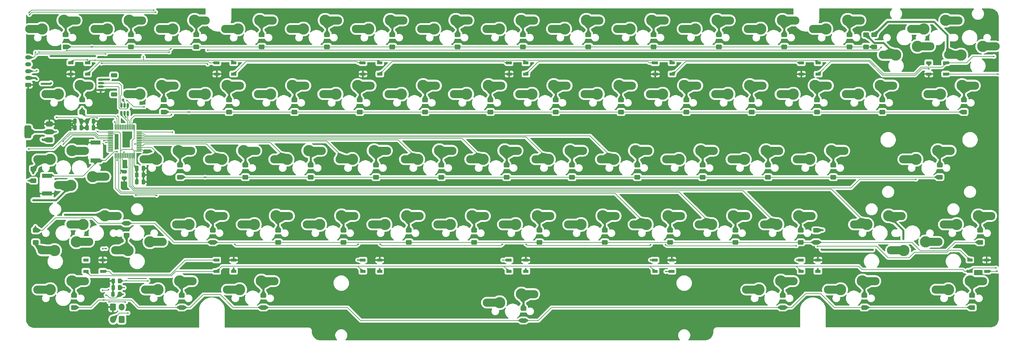
<source format=gbr>
%TF.GenerationSoftware,KiCad,Pcbnew,8.99.0-946-gf00a1ab517*%
%TF.CreationDate,2024-05-15T19:42:52+07:00*%
%TF.ProjectId,toro60_hs,746f726f-3630-45f6-9873-2e6b69636164,rev?*%
%TF.SameCoordinates,Original*%
%TF.FileFunction,Copper,L2,Bot*%
%TF.FilePolarity,Positive*%
%FSLAX46Y46*%
G04 Gerber Fmt 4.6, Leading zero omitted, Abs format (unit mm)*
G04 Created by KiCad (PCBNEW 8.99.0-946-gf00a1ab517) date 2024-05-15 19:42:52*
%MOMM*%
%LPD*%
G01*
G04 APERTURE LIST*
G04 Aperture macros list*
%AMRoundRect*
0 Rectangle with rounded corners*
0 $1 Rounding radius*
0 $2 $3 $4 $5 $6 $7 $8 $9 X,Y pos of 4 corners*
0 Add a 4 corners polygon primitive as box body*
4,1,4,$2,$3,$4,$5,$6,$7,$8,$9,$2,$3,0*
0 Add four circle primitives for the rounded corners*
1,1,$1+$1,$2,$3*
1,1,$1+$1,$4,$5*
1,1,$1+$1,$6,$7*
1,1,$1+$1,$8,$9*
0 Add four rect primitives between the rounded corners*
20,1,$1+$1,$2,$3,$4,$5,0*
20,1,$1+$1,$4,$5,$6,$7,0*
20,1,$1+$1,$6,$7,$8,$9,0*
20,1,$1+$1,$8,$9,$2,$3,0*%
G04 Aperture macros list end*
%TA.AperFunction,ComponentPad*%
%ADD10C,3.300000*%
%TD*%
%TA.AperFunction,ComponentPad*%
%ADD11C,0.400000*%
%TD*%
%TA.AperFunction,SMDPad,CuDef*%
%ADD12O,5.500000X2.410000*%
%TD*%
%TA.AperFunction,ComponentPad*%
%ADD13RoundRect,0.250000X0.600000X0.750000X-0.600000X0.750000X-0.600000X-0.750000X0.600000X-0.750000X0*%
%TD*%
%TA.AperFunction,ComponentPad*%
%ADD14O,1.700000X2.000000*%
%TD*%
%TA.AperFunction,ComponentPad*%
%ADD15RoundRect,0.250000X0.625000X-0.350000X0.625000X0.350000X-0.625000X0.350000X-0.625000X-0.350000X0*%
%TD*%
%TA.AperFunction,ComponentPad*%
%ADD16O,1.750000X1.200000*%
%TD*%
%TA.AperFunction,ComponentPad*%
%ADD17RoundRect,0.250000X-0.600000X-0.750000X0.600000X-0.750000X0.600000X0.750000X-0.600000X0.750000X0*%
%TD*%
%TA.AperFunction,SMDPad,CuDef*%
%ADD18RoundRect,0.250000X0.600000X-0.400000X0.600000X0.400000X-0.600000X0.400000X-0.600000X-0.400000X0*%
%TD*%
%TA.AperFunction,SMDPad,CuDef*%
%ADD19RoundRect,0.375000X0.625000X0.375000X-0.625000X0.375000X-0.625000X-0.375000X0.625000X-0.375000X0*%
%TD*%
%TA.AperFunction,SMDPad,CuDef*%
%ADD20RoundRect,0.500000X0.500000X1.400000X-0.500000X1.400000X-0.500000X-1.400000X0.500000X-1.400000X0*%
%TD*%
%TA.AperFunction,SMDPad,CuDef*%
%ADD21R,3.000000X1.190000*%
%TD*%
%TA.AperFunction,SMDPad,CuDef*%
%ADD22RoundRect,0.250000X-0.250000X-0.475000X0.250000X-0.475000X0.250000X0.475000X-0.250000X0.475000X0*%
%TD*%
%TA.AperFunction,SMDPad,CuDef*%
%ADD23R,1.500000X0.900000*%
%TD*%
%TA.AperFunction,SMDPad,CuDef*%
%ADD24RoundRect,0.250000X0.250000X0.475000X-0.250000X0.475000X-0.250000X-0.475000X0.250000X-0.475000X0*%
%TD*%
%TA.AperFunction,SMDPad,CuDef*%
%ADD25RoundRect,0.250000X0.262500X0.450000X-0.262500X0.450000X-0.262500X-0.450000X0.262500X-0.450000X0*%
%TD*%
%TA.AperFunction,SMDPad,CuDef*%
%ADD26RoundRect,0.150000X-0.150000X0.512500X-0.150000X-0.512500X0.150000X-0.512500X0.150000X0.512500X0*%
%TD*%
%TA.AperFunction,SMDPad,CuDef*%
%ADD27RoundRect,0.250000X-0.600000X0.400000X-0.600000X-0.400000X0.600000X-0.400000X0.600000X0.400000X0*%
%TD*%
%TA.AperFunction,SMDPad,CuDef*%
%ADD28RoundRect,0.150000X-0.625000X0.150000X-0.625000X-0.150000X0.625000X-0.150000X0.625000X0.150000X0*%
%TD*%
%TA.AperFunction,SMDPad,CuDef*%
%ADD29RoundRect,0.250000X-0.650000X0.350000X-0.650000X-0.350000X0.650000X-0.350000X0.650000X0.350000X0*%
%TD*%
%TA.AperFunction,SMDPad,CuDef*%
%ADD30RoundRect,0.250000X0.475000X-0.250000X0.475000X0.250000X-0.475000X0.250000X-0.475000X-0.250000X0*%
%TD*%
%TA.AperFunction,SMDPad,CuDef*%
%ADD31RoundRect,0.075000X0.075000X-0.662500X0.075000X0.662500X-0.075000X0.662500X-0.075000X-0.662500X0*%
%TD*%
%TA.AperFunction,SMDPad,CuDef*%
%ADD32RoundRect,0.075000X0.662500X-0.075000X0.662500X0.075000X-0.662500X0.075000X-0.662500X-0.075000X0*%
%TD*%
%TA.AperFunction,ViaPad*%
%ADD33C,0.400000*%
%TD*%
%TA.AperFunction,Conductor*%
%ADD34C,0.200000*%
%TD*%
%TA.AperFunction,Conductor*%
%ADD35C,0.600000*%
%TD*%
G04 APERTURE END LIST*
D10*
%TO.P,SW29,1,1*%
%TO.N,Net-(D29-A)*%
X309518000Y-150245000D03*
D11*
X311678000Y-149525000D03*
X311703000Y-150290000D03*
X311703000Y-151025000D03*
D12*
X311728000Y-150290000D03*
D11*
X312578000Y-149525000D03*
X312578000Y-150290000D03*
X312578000Y-151025000D03*
X313478000Y-149525000D03*
X313478000Y-150290000D03*
X313478000Y-151025000D03*
%TO.P,SW29,2,2*%
%TO.N,C13*%
X299228000Y-152025000D03*
X299228000Y-152725000D03*
X299228000Y-153425000D03*
X300078000Y-152025000D03*
X300078000Y-152725000D03*
X300078000Y-153425000D03*
X300878000Y-152025000D03*
X300878000Y-152725000D03*
X300878000Y-153425000D03*
D12*
X300978000Y-152775000D03*
D10*
X303168000Y-152785000D03*
%TD*%
%TO.P,SW30,1,1*%
%TO.N,Net-(D30-A)*%
X49644000Y-179455000D03*
D11*
X47484000Y-180175000D03*
X47459000Y-179410000D03*
X47459000Y-178675000D03*
D12*
X47434000Y-179410000D03*
D11*
X46584000Y-180175000D03*
X46584000Y-179410000D03*
X46584000Y-178675000D03*
X45684000Y-180175000D03*
X45684000Y-179410000D03*
X45684000Y-178675000D03*
%TO.P,SW30,2,2*%
%TO.N,C0*%
X59934000Y-177675000D03*
X59934000Y-176975000D03*
X59934000Y-176275000D03*
X59084000Y-177675000D03*
X59084000Y-176975000D03*
X59084000Y-176275000D03*
X58284000Y-177675000D03*
X58284000Y-176975000D03*
X58284000Y-176275000D03*
D12*
X58184000Y-176925000D03*
D10*
X55994000Y-176915000D03*
%TD*%
%TO.P,SW16,1,1*%
%TO.N,Net-(D16-A)*%
X52343000Y-150245000D03*
D11*
X53003000Y-149525000D03*
X53028000Y-150290000D03*
X53028000Y-151025000D03*
D12*
X53553000Y-150290000D03*
D11*
X54403000Y-149525000D03*
X54403000Y-150290000D03*
X54403000Y-151025000D03*
X55303000Y-149525000D03*
X55303000Y-150290000D03*
X55303000Y-151025000D03*
%TO.P,SW16,2,2*%
%TO.N,C0*%
X42053000Y-152025000D03*
X42053000Y-152725000D03*
X42053000Y-153425000D03*
X42903000Y-152025000D03*
X42903000Y-152725000D03*
X42903000Y-153425000D03*
X43703000Y-152025000D03*
X43703000Y-152725000D03*
X43703000Y-153425000D03*
D12*
X43803000Y-152775000D03*
D10*
X45993000Y-152785000D03*
%TD*%
%TO.P,SW69,1,1*%
%TO.N,Net-(D69-A)*%
X280465999Y-207395000D03*
D11*
X282625999Y-206675000D03*
X282650999Y-207440000D03*
X282650999Y-208175000D03*
D12*
X282675999Y-207440000D03*
D11*
X283525999Y-206675000D03*
X283525999Y-207440000D03*
X283525999Y-208175000D03*
X284425999Y-206675000D03*
X284425999Y-207440000D03*
X284425999Y-208175000D03*
%TO.P,SW69,2,2*%
%TO.N,C12*%
X270175999Y-209175000D03*
X270175999Y-209875000D03*
X270175999Y-210575000D03*
X271025999Y-209175000D03*
X271025999Y-209875000D03*
X271025999Y-210575000D03*
X271825999Y-209175000D03*
X271825999Y-209875000D03*
X271825999Y-210575000D03*
D12*
X271925999Y-209925000D03*
D10*
X274115999Y-209935000D03*
%TD*%
%TO.P,SW50,1,1*%
%TO.N,Net-(D50-A)*%
X185692500Y-188345000D03*
D11*
X187852500Y-187625000D03*
X187877500Y-188390000D03*
X187877500Y-189125000D03*
D12*
X187902500Y-188390000D03*
D11*
X188752500Y-187625000D03*
X188752500Y-188390000D03*
X188752500Y-189125000D03*
X189652500Y-187625000D03*
X189652500Y-188390000D03*
X189652500Y-189125000D03*
%TO.P,SW50,2,2*%
%TO.N,C7*%
X175402500Y-190125000D03*
X175402500Y-190825000D03*
X175402500Y-191525000D03*
X176252500Y-190125000D03*
X176252500Y-190825000D03*
X176252500Y-191525000D03*
X177052500Y-190125000D03*
X177052500Y-190825000D03*
X177052500Y-191525000D03*
D12*
X177152500Y-190875000D03*
D10*
X179342500Y-190885000D03*
%TD*%
%TO.P,SW31,1,1*%
%TO.N,Net-(D31-A)*%
X80917500Y-169295000D03*
D11*
X83077500Y-168575000D03*
X83102500Y-169340000D03*
X83102500Y-170075000D03*
D12*
X83127500Y-169340000D03*
D11*
X83977500Y-168575000D03*
X83977500Y-169340000D03*
X83977500Y-170075000D03*
X84877500Y-168575000D03*
X84877500Y-169340000D03*
X84877500Y-170075000D03*
%TO.P,SW31,2,2*%
%TO.N,C1*%
X70627500Y-171075000D03*
X70627500Y-171775000D03*
X70627500Y-172475000D03*
X71477500Y-171075000D03*
X71477500Y-171775000D03*
X71477500Y-172475000D03*
X72277500Y-171075000D03*
X72277500Y-171775000D03*
X72277500Y-172475000D03*
D12*
X72377500Y-171825000D03*
D10*
X74567500Y-171835000D03*
%TD*%
%TO.P,SW13,1,1*%
%TO.N,Net-(D13-A)*%
X276180000Y-131195000D03*
D11*
X278340000Y-130475000D03*
X278365000Y-131240000D03*
X278365000Y-131975000D03*
D12*
X278390000Y-131240000D03*
D11*
X279240000Y-130475000D03*
X279240000Y-131240000D03*
X279240000Y-131975000D03*
X280140000Y-130475000D03*
X280140000Y-131240000D03*
X280140000Y-131975000D03*
%TO.P,SW13,2,2*%
%TO.N,C12*%
X265890000Y-132975000D03*
X265890000Y-133675000D03*
X265890000Y-134375000D03*
X266740000Y-132975000D03*
X266740000Y-133675000D03*
X266740000Y-134375000D03*
X267540000Y-132975000D03*
X267540000Y-133675000D03*
X267540000Y-134375000D03*
D12*
X267640000Y-133725000D03*
D10*
X269830000Y-133735000D03*
%TD*%
%TO.P,SW46,1,1*%
%TO.N,Net-(D46-A)*%
X109492500Y-188345000D03*
D11*
X111652500Y-187625000D03*
X111677500Y-188390000D03*
X111677500Y-189125000D03*
D12*
X111702500Y-188390000D03*
D11*
X112552500Y-187625000D03*
X112552500Y-188390000D03*
X112552500Y-189125000D03*
X113452500Y-187625000D03*
X113452500Y-188390000D03*
X113452500Y-189125000D03*
%TO.P,SW46,2,2*%
%TO.N,C3*%
X99202500Y-190125000D03*
X99202500Y-190825000D03*
X99202500Y-191525000D03*
X100052500Y-190125000D03*
X100052500Y-190825000D03*
X100052500Y-191525000D03*
X100852500Y-190125000D03*
X100852500Y-190825000D03*
X100852500Y-191525000D03*
D12*
X100952500Y-190875000D03*
D10*
X103142500Y-190885000D03*
%TD*%
%TO.P,SW19,1,1*%
%TO.N,Net-(D19-A)*%
X114255000Y-150245000D03*
D11*
X116415000Y-149525000D03*
X116440000Y-150290000D03*
X116440000Y-151025000D03*
D12*
X116465000Y-150290000D03*
D11*
X117315000Y-149525000D03*
X117315000Y-150290000D03*
X117315000Y-151025000D03*
X118215000Y-149525000D03*
X118215000Y-150290000D03*
X118215000Y-151025000D03*
%TO.P,SW19,2,2*%
%TO.N,C3*%
X103965000Y-152025000D03*
X103965000Y-152725000D03*
X103965000Y-153425000D03*
X104815000Y-152025000D03*
X104815000Y-152725000D03*
X104815000Y-153425000D03*
X105615000Y-152025000D03*
X105615000Y-152725000D03*
X105615000Y-153425000D03*
D12*
X105715000Y-152775000D03*
D10*
X107905000Y-152785000D03*
%TD*%
%TO.P,SW23,1,1*%
%TO.N,Net-(D23-A)*%
X190455000Y-150245000D03*
D11*
X192615000Y-149525000D03*
X192640000Y-150290000D03*
X192640000Y-151025000D03*
D12*
X192665000Y-150290000D03*
D11*
X193515000Y-149525000D03*
X193515000Y-150290000D03*
X193515000Y-151025000D03*
X194415000Y-149525000D03*
X194415000Y-150290000D03*
X194415000Y-151025000D03*
%TO.P,SW23,2,2*%
%TO.N,C7*%
X180165000Y-152025000D03*
X180165000Y-152725000D03*
X180165000Y-153425000D03*
X181015000Y-152025000D03*
X181015000Y-152725000D03*
X181015000Y-153425000D03*
X181815000Y-152025000D03*
X181815000Y-152725000D03*
X181815000Y-153425000D03*
D12*
X181915000Y-152775000D03*
D10*
X184105000Y-152785000D03*
%TD*%
D13*
%TO.P,SWb\u00F4t1,1,1*%
%TO.N,+3.3V*%
X64435000Y-218675000D03*
D14*
%TO.P,SWb\u00F4t1,2,2*%
%TO.N,boot*%
X61935000Y-218675000D03*
%TD*%
D10*
%TO.P,SW53,1,1*%
%TO.N,Net-(D53-A)*%
X242842500Y-188345000D03*
D11*
X245002500Y-187625000D03*
X245027500Y-188390000D03*
X245027500Y-189125000D03*
D12*
X245052500Y-188390000D03*
D11*
X245902500Y-187625000D03*
X245902500Y-188390000D03*
X245902500Y-189125000D03*
X246802500Y-187625000D03*
X246802500Y-188390000D03*
X246802500Y-189125000D03*
%TO.P,SW53,2,2*%
%TO.N,C10*%
X232552500Y-190125000D03*
X232552500Y-190825000D03*
X232552500Y-191525000D03*
X233402500Y-190125000D03*
X233402500Y-190825000D03*
X233402500Y-191525000D03*
X234202500Y-190125000D03*
X234202500Y-190825000D03*
X234202500Y-191525000D03*
D12*
X234302500Y-190875000D03*
D10*
X236492500Y-190885000D03*
%TD*%
%TO.P,SW28,1,1*%
%TO.N,Net-(D28-A)*%
X285705000Y-150245000D03*
D11*
X287865000Y-149525000D03*
X287890000Y-150290000D03*
X287890000Y-151025000D03*
D12*
X287915000Y-150290000D03*
D11*
X288765000Y-149525000D03*
X288765000Y-150290000D03*
X288765000Y-151025000D03*
X289665000Y-149525000D03*
X289665000Y-150290000D03*
X289665000Y-151025000D03*
%TO.P,SW28,2,2*%
%TO.N,C12*%
X275415000Y-152025000D03*
X275415000Y-152725000D03*
X275415000Y-153425000D03*
X276265000Y-152025000D03*
X276265000Y-152725000D03*
X276265000Y-153425000D03*
X277065000Y-152025000D03*
X277065000Y-152725000D03*
X277065000Y-153425000D03*
D12*
X277165000Y-152775000D03*
D10*
X279355000Y-152785000D03*
%TD*%
%TO.P,SW56,1,1*%
%TO.N,Net-(D56-A)*%
X314280000Y-188345000D03*
D11*
X316440000Y-187625000D03*
X316465000Y-188390000D03*
X316465000Y-189125000D03*
D12*
X316490000Y-188390000D03*
D11*
X317340000Y-187625000D03*
X317340000Y-188390000D03*
X317340000Y-189125000D03*
X318240000Y-187625000D03*
X318240000Y-188390000D03*
X318240000Y-189125000D03*
%TO.P,SW56,2,2*%
%TO.N,C13*%
X303990000Y-190125000D03*
X303990000Y-190825000D03*
X303990000Y-191525000D03*
X304840000Y-190125000D03*
X304840000Y-190825000D03*
X304840000Y-191525000D03*
X305640000Y-190125000D03*
X305640000Y-190825000D03*
X305640000Y-191525000D03*
D12*
X305740000Y-190875000D03*
D10*
X307930000Y-190885000D03*
%TD*%
%TO.P,SW34,1,1*%
%TO.N,Net-(D34-A)*%
X138067500Y-169295000D03*
D11*
X140227500Y-168575000D03*
X140252500Y-169340000D03*
X140252500Y-170075000D03*
D12*
X140277500Y-169340000D03*
D11*
X141127500Y-168575000D03*
X141127500Y-169340000D03*
X141127500Y-170075000D03*
X142027500Y-168575000D03*
X142027500Y-169340000D03*
X142027500Y-170075000D03*
%TO.P,SW34,2,2*%
%TO.N,C4*%
X127777500Y-171075000D03*
X127777500Y-171775000D03*
X127777500Y-172475000D03*
X128627500Y-171075000D03*
X128627500Y-171775000D03*
X128627500Y-172475000D03*
X129427500Y-171075000D03*
X129427500Y-171775000D03*
X129427500Y-172475000D03*
D12*
X129527500Y-171825000D03*
D10*
X131717500Y-171835000D03*
%TD*%
%TO.P,SW45,1,1*%
%TO.N,Net-(D45-A)*%
X90442500Y-188345000D03*
D11*
X92602500Y-187625000D03*
X92627500Y-188390000D03*
X92627500Y-189125000D03*
D12*
X92652500Y-188390000D03*
D11*
X93502500Y-187625000D03*
X93502500Y-188390000D03*
X93502500Y-189125000D03*
X94402500Y-187625000D03*
X94402500Y-188390000D03*
X94402500Y-189125000D03*
%TO.P,SW45,2,2*%
%TO.N,C2*%
X80152500Y-190125000D03*
X80152500Y-190825000D03*
X80152500Y-191525000D03*
X81002500Y-190125000D03*
X81002500Y-190825000D03*
X81002500Y-191525000D03*
X81802500Y-190125000D03*
X81802500Y-190825000D03*
X81802500Y-191525000D03*
D12*
X81902500Y-190875000D03*
D10*
X84092500Y-190885000D03*
%TD*%
%TO.P,SW2,1,1*%
%TO.N,Net-(D2-A)*%
X66630000Y-131195000D03*
D11*
X68790000Y-130475000D03*
X68815000Y-131240000D03*
X68815000Y-131975000D03*
D12*
X68840000Y-131240000D03*
D11*
X69690000Y-130475000D03*
X69690000Y-131240000D03*
X69690000Y-131975000D03*
X70590000Y-130475000D03*
X70590000Y-131240000D03*
X70590000Y-131975000D03*
%TO.P,SW2,2,2*%
%TO.N,C1*%
X56340000Y-132975000D03*
X56340000Y-133675000D03*
X56340000Y-134375000D03*
X57190000Y-132975000D03*
X57190000Y-133675000D03*
X57190000Y-134375000D03*
X57990000Y-132975000D03*
X57990000Y-133675000D03*
X57990000Y-134375000D03*
D12*
X58090000Y-133725000D03*
D10*
X60280000Y-133735000D03*
%TD*%
%TO.P,SW21,1,1*%
%TO.N,Net-(D21-A)*%
X152355000Y-150245000D03*
D11*
X154515000Y-149525000D03*
X154540000Y-150290000D03*
X154540000Y-151025000D03*
D12*
X154565000Y-150290000D03*
D11*
X155415000Y-149525000D03*
X155415000Y-150290000D03*
X155415000Y-151025000D03*
X156315000Y-149525000D03*
X156315000Y-150290000D03*
X156315000Y-151025000D03*
%TO.P,SW21,2,2*%
%TO.N,C5*%
X142065000Y-152025000D03*
X142065000Y-152725000D03*
X142065000Y-153425000D03*
X142915000Y-152025000D03*
X142915000Y-152725000D03*
X142915000Y-153425000D03*
X143715000Y-152025000D03*
X143715000Y-152725000D03*
X143715000Y-153425000D03*
D12*
X143815000Y-152775000D03*
D10*
X146005000Y-152785000D03*
%TD*%
%TO.P,SW3,1,1*%
%TO.N,Net-(D3-A)*%
X85680000Y-131195000D03*
D11*
X87340000Y-130475000D03*
X87365000Y-131240000D03*
X87365000Y-131975000D03*
D12*
X87390000Y-131240000D03*
D11*
X88240000Y-130475000D03*
X88240000Y-131240000D03*
X88240000Y-131975000D03*
X89140000Y-130475000D03*
X89140000Y-131240000D03*
X89140000Y-131975000D03*
%TO.P,SW3,2,2*%
%TO.N,C2*%
X75390000Y-132975000D03*
X75390000Y-133675000D03*
X75390000Y-134375000D03*
X76240000Y-132975000D03*
X76240000Y-133675000D03*
X76240000Y-134375000D03*
X77040000Y-132975000D03*
X77040000Y-133675000D03*
X77040000Y-134375000D03*
D12*
X77140000Y-133725000D03*
D10*
X79330000Y-133735000D03*
%TD*%
%TO.P,SW26,1,1*%
%TO.N,Net-(D26-A)*%
X247605000Y-150245000D03*
D11*
X249765000Y-149525000D03*
X249790000Y-150290000D03*
X249790000Y-151025000D03*
D12*
X249815000Y-150290000D03*
D11*
X250665000Y-149525000D03*
X250665000Y-150290000D03*
X250665000Y-151025000D03*
X251565000Y-149525000D03*
X251565000Y-150290000D03*
X251565000Y-151025000D03*
%TO.P,SW26,2,2*%
%TO.N,C10*%
X237315000Y-152025000D03*
X237315000Y-152725000D03*
X237315000Y-153425000D03*
X238165000Y-152025000D03*
X238165000Y-152725000D03*
X238165000Y-153425000D03*
X238965000Y-152025000D03*
X238965000Y-152725000D03*
X238965000Y-153425000D03*
D12*
X239065000Y-152775000D03*
D10*
X241255000Y-152785000D03*
%TD*%
D15*
%TO.P,J2,1,Pin_1*%
%TO.N,GND*%
X37165000Y-150065000D03*
D16*
%TO.P,J2,2,Pin_2*%
%TO.N,+3.3V*%
X37165000Y-148065000D03*
%TO.P,J2,3,Pin_3*%
%TO.N,RST*%
X37165000Y-146065000D03*
%TO.P,J2,4,Pin_4*%
%TO.N,DIO*%
X37165000Y-144065000D03*
%TO.P,J2,5,Pin_5*%
%TO.N,CLK*%
X37165000Y-142065000D03*
%TD*%
D10*
%TO.P,SW8,1,1*%
%TO.N,Net-(D8-A)*%
X180930000Y-131195000D03*
D11*
X183090000Y-130475000D03*
X183115000Y-131240000D03*
X183115000Y-131975000D03*
D12*
X183140000Y-131240000D03*
D11*
X183990000Y-130475000D03*
X183990000Y-131240000D03*
X183990000Y-131975000D03*
X184890000Y-130475000D03*
X184890000Y-131240000D03*
X184890000Y-131975000D03*
%TO.P,SW8,2,2*%
%TO.N,C7*%
X170640000Y-132975000D03*
X170640000Y-133675000D03*
X170640000Y-134375000D03*
X171490000Y-132975000D03*
X171490000Y-133675000D03*
X171490000Y-134375000D03*
X172290000Y-132975000D03*
X172290000Y-133675000D03*
X172290000Y-134375000D03*
D12*
X172390000Y-133725000D03*
D10*
X174580000Y-133735000D03*
%TD*%
%TO.P,SW22,1,1*%
%TO.N,Net-(D22-A)*%
X171405000Y-150245000D03*
D11*
X173565000Y-149525000D03*
X173590000Y-150290000D03*
X173590000Y-151025000D03*
D12*
X173615000Y-150290000D03*
D11*
X174465000Y-149525000D03*
X174465000Y-150290000D03*
X174465000Y-151025000D03*
X175365000Y-149525000D03*
X175365000Y-150290000D03*
X175365000Y-151025000D03*
%TO.P,SW22,2,2*%
%TO.N,C6*%
X161115000Y-152025000D03*
X161115000Y-152725000D03*
X161115000Y-153425000D03*
X161965000Y-152025000D03*
X161965000Y-152725000D03*
X161965000Y-153425000D03*
X162765000Y-152025000D03*
X162765000Y-152725000D03*
X162765000Y-153425000D03*
D12*
X162865000Y-152775000D03*
D10*
X165055000Y-152785000D03*
%TD*%
%TO.P,SW6,1,1*%
%TO.N,Net-(D6-A)*%
X142830000Y-131195000D03*
D11*
X144990000Y-130475000D03*
X145015000Y-131240000D03*
X145015000Y-131975000D03*
D12*
X145040000Y-131240000D03*
D11*
X145890000Y-130475000D03*
X145890000Y-131240000D03*
X145890000Y-131975000D03*
X146790000Y-130475000D03*
X146790000Y-131240000D03*
X146790000Y-131975000D03*
%TO.P,SW6,2,2*%
%TO.N,C5*%
X132540000Y-132975000D03*
X132540000Y-133675000D03*
X132540000Y-134375000D03*
X133390000Y-132975000D03*
X133390000Y-133675000D03*
X133390000Y-134375000D03*
X134190000Y-132975000D03*
X134190000Y-133675000D03*
X134190000Y-134375000D03*
D12*
X134290000Y-133725000D03*
D10*
X136480000Y-133735000D03*
%TD*%
%TO.P,SW14,1,1*%
%TO.N,Net-(D14-A)*%
X290150000Y-141355000D03*
D11*
X287990000Y-142075000D03*
X287965000Y-141310000D03*
X287965000Y-140575000D03*
D12*
X287940000Y-141310000D03*
D11*
X287090000Y-142075000D03*
X287090000Y-141310000D03*
X287090000Y-140575000D03*
X286190000Y-142075000D03*
X286190000Y-141310000D03*
X286190000Y-140575000D03*
%TO.P,SW14,2,2*%
%TO.N,C13*%
X300440000Y-139575000D03*
X300440000Y-138875000D03*
X300440000Y-138175000D03*
X299590000Y-139575000D03*
X299590000Y-138875000D03*
X299590000Y-138175000D03*
X298790000Y-139575000D03*
X298790000Y-138875000D03*
X298790000Y-138175000D03*
D12*
X298690000Y-138825000D03*
D10*
X296500000Y-138815000D03*
%TD*%
%TO.P,SW20,1,1*%
%TO.N,Net-(D20-A)*%
X133305000Y-150245000D03*
D11*
X135465000Y-149525000D03*
X135490000Y-150290000D03*
X135490000Y-151025000D03*
D12*
X135515000Y-150290000D03*
D11*
X136365000Y-149525000D03*
X136365000Y-150290000D03*
X136365000Y-151025000D03*
X137265000Y-149525000D03*
X137265000Y-150290000D03*
X137265000Y-151025000D03*
%TO.P,SW20,2,2*%
%TO.N,C4*%
X123015000Y-152025000D03*
X123015000Y-152725000D03*
X123015000Y-153425000D03*
X123865000Y-152025000D03*
X123865000Y-152725000D03*
X123865000Y-153425000D03*
X124665000Y-152025000D03*
X124665000Y-152725000D03*
X124665000Y-153425000D03*
D12*
X124765000Y-152775000D03*
D10*
X126955000Y-152785000D03*
%TD*%
%TO.P,SW24,1,1*%
%TO.N,Net-(D24-A)*%
X209505000Y-150245000D03*
D11*
X211665000Y-149525000D03*
X211690000Y-150290000D03*
X211690000Y-151025000D03*
D12*
X211715000Y-150290000D03*
D11*
X212565000Y-149525000D03*
X212565000Y-150290000D03*
X212565000Y-151025000D03*
X213465000Y-149525000D03*
X213465000Y-150290000D03*
X213465000Y-151025000D03*
%TO.P,SW24,2,2*%
%TO.N,C8*%
X199215000Y-152025000D03*
X199215000Y-152725000D03*
X199215000Y-153425000D03*
X200065000Y-152025000D03*
X200065000Y-152725000D03*
X200065000Y-153425000D03*
X200865000Y-152025000D03*
X200865000Y-152725000D03*
X200865000Y-153425000D03*
D12*
X200965000Y-152775000D03*
D10*
X203155000Y-152785000D03*
%TD*%
%TO.P,SW40,1,1*%
%TO.N,Net-(D40-A)*%
X252367500Y-169295000D03*
D11*
X254527500Y-168575000D03*
X254552500Y-169340000D03*
X254552500Y-170075000D03*
D12*
X254577500Y-169340000D03*
D11*
X255427500Y-168575000D03*
X255427500Y-169340000D03*
X255427500Y-170075000D03*
X256327500Y-168575000D03*
X256327500Y-169340000D03*
X256327500Y-170075000D03*
%TO.P,SW40,2,2*%
%TO.N,C10*%
X242077500Y-171075000D03*
X242077500Y-171775000D03*
X242077500Y-172475000D03*
X242927500Y-171075000D03*
X242927500Y-171775000D03*
X242927500Y-172475000D03*
X243727500Y-171075000D03*
X243727500Y-171775000D03*
X243727500Y-172475000D03*
D12*
X243827500Y-171825000D03*
D10*
X246017500Y-171835000D03*
%TD*%
%TO.P,SW36,1,1*%
%TO.N,Net-(D36-A)*%
X176167500Y-169295000D03*
D11*
X178327500Y-168575000D03*
X178352500Y-169340000D03*
X178352500Y-170075000D03*
D12*
X178377500Y-169340000D03*
D11*
X179227500Y-168575000D03*
X179227500Y-169340000D03*
X179227500Y-170075000D03*
X180127500Y-168575000D03*
X180127500Y-169340000D03*
X180127500Y-170075000D03*
%TO.P,SW36,2,2*%
%TO.N,C6*%
X165877500Y-171075000D03*
X165877500Y-171775000D03*
X165877500Y-172475000D03*
X166727500Y-171075000D03*
X166727500Y-171775000D03*
X166727500Y-172475000D03*
X167527500Y-171075000D03*
X167527500Y-171775000D03*
X167527500Y-172475000D03*
D12*
X167627500Y-171825000D03*
D10*
X169817500Y-171835000D03*
%TD*%
%TO.P,SW35,1,1*%
%TO.N,Net-(D35-A)*%
X157117500Y-169295000D03*
D11*
X159277500Y-168575000D03*
X159302500Y-169340000D03*
X159302500Y-170075000D03*
D12*
X159327500Y-169340000D03*
D11*
X160177500Y-168575000D03*
X160177500Y-169340000D03*
X160177500Y-170075000D03*
X161077500Y-168575000D03*
X161077500Y-169340000D03*
X161077500Y-170075000D03*
%TO.P,SW35,2,2*%
%TO.N,C5*%
X146827500Y-171075000D03*
X146827500Y-171775000D03*
X146827500Y-172475000D03*
X147677500Y-171075000D03*
X147677500Y-171775000D03*
X147677500Y-172475000D03*
X148477500Y-171075000D03*
X148477500Y-171775000D03*
X148477500Y-172475000D03*
D12*
X148577500Y-171825000D03*
D10*
X150767500Y-171835000D03*
%TD*%
%TO.P,SW17,1,1*%
%TO.N,Net-(D17-A)*%
X76155000Y-150245000D03*
D11*
X78315000Y-149525000D03*
X78340000Y-150290000D03*
X78340000Y-151025000D03*
D12*
X78365000Y-150290000D03*
D11*
X79215000Y-149525000D03*
X79215000Y-150290000D03*
X79215000Y-151025000D03*
X80115000Y-149525000D03*
X80115000Y-150290000D03*
X80115000Y-151025000D03*
%TO.P,SW17,2,2*%
%TO.N,C1*%
X65865000Y-152025000D03*
X65865000Y-152725000D03*
X65865000Y-153425000D03*
X66715000Y-152025000D03*
X66715000Y-152725000D03*
X66715000Y-153425000D03*
X67515000Y-152025000D03*
X67515000Y-152725000D03*
X67515000Y-153425000D03*
D12*
X67615000Y-152775000D03*
D10*
X69805000Y-152785000D03*
%TD*%
%TO.P,SW41,1,1*%
%TO.N,Net-(D41-A)*%
X271417500Y-169295000D03*
D11*
X273577500Y-168575000D03*
X273602500Y-169340000D03*
X273602500Y-170075000D03*
D12*
X273627500Y-169340000D03*
D11*
X274477500Y-168575000D03*
X274477500Y-169340000D03*
X274477500Y-170075000D03*
X275377500Y-168575000D03*
X275377500Y-169340000D03*
X275377500Y-170075000D03*
%TO.P,SW41,2,2*%
%TO.N,C11*%
X261127500Y-171075000D03*
X261127500Y-171775000D03*
X261127500Y-172475000D03*
X261977500Y-171075000D03*
X261977500Y-171775000D03*
X261977500Y-172475000D03*
X262777500Y-171075000D03*
X262777500Y-171775000D03*
X262777500Y-172475000D03*
D12*
X262877500Y-171825000D03*
D10*
X265067500Y-171835000D03*
%TD*%
%TO.P,SW39,1,1*%
%TO.N,Net-(D39-A)*%
X233317500Y-169295000D03*
D11*
X235477500Y-168575000D03*
X235502500Y-169340000D03*
X235502500Y-170075000D03*
D12*
X235527500Y-169340000D03*
D11*
X236377500Y-168575000D03*
X236377500Y-169340000D03*
X236377500Y-170075000D03*
X237277500Y-168575000D03*
X237277500Y-169340000D03*
X237277500Y-170075000D03*
%TO.P,SW39,2,2*%
%TO.N,C9*%
X223027500Y-171075000D03*
X223027500Y-171775000D03*
X223027500Y-172475000D03*
X223877500Y-171075000D03*
X223877500Y-171775000D03*
X223877500Y-172475000D03*
X224677500Y-171075000D03*
X224677500Y-171775000D03*
X224677500Y-172475000D03*
D12*
X224777500Y-171825000D03*
D10*
X226967500Y-171835000D03*
%TD*%
%TO.P,SW1005,1,1*%
%TO.N,Net-(D55-A)*%
X292531500Y-198505000D03*
D11*
X290371500Y-199225000D03*
X290346500Y-198460000D03*
X290346500Y-197725000D03*
D12*
X290321500Y-198460000D03*
D11*
X289471500Y-199225000D03*
X289471500Y-198460000D03*
X289471500Y-197725000D03*
X288571500Y-199225000D03*
X288571500Y-198460000D03*
X288571500Y-197725000D03*
%TO.P,SW1005,2,2*%
%TO.N,C12*%
X302821500Y-196725000D03*
X302821500Y-196025000D03*
X302821500Y-195325000D03*
X301971500Y-196725000D03*
X301971500Y-196025000D03*
X301971500Y-195325000D03*
X301171500Y-196725000D03*
X301171500Y-196025000D03*
X301171500Y-195325000D03*
D12*
X301071500Y-195975000D03*
D10*
X298881500Y-195965000D03*
%TD*%
%TO.P,SW11,1,1*%
%TO.N,Net-(D11-A)*%
X238080000Y-131195000D03*
D11*
X240240000Y-130475000D03*
X240265000Y-131240000D03*
X240265000Y-131975000D03*
D12*
X240290000Y-131240000D03*
D11*
X241140000Y-130475000D03*
X241140000Y-131240000D03*
X241140000Y-131975000D03*
X242040000Y-130475000D03*
X242040000Y-131240000D03*
X242040000Y-131975000D03*
%TO.P,SW11,2,2*%
%TO.N,C10*%
X227790000Y-132975000D03*
X227790000Y-133675000D03*
X227790000Y-134375000D03*
X228640000Y-132975000D03*
X228640000Y-133675000D03*
X228640000Y-134375000D03*
X229440000Y-132975000D03*
X229440000Y-133675000D03*
X229440000Y-134375000D03*
D12*
X229540000Y-133725000D03*
D10*
X231730000Y-133735000D03*
%TD*%
%TO.P,SW49,1,1*%
%TO.N,Net-(D49-A)*%
X166642500Y-188345000D03*
D11*
X168802500Y-187625000D03*
X168827500Y-188390000D03*
X168827500Y-189125000D03*
D12*
X168852500Y-188390000D03*
D11*
X169702500Y-187625000D03*
X169702500Y-188390000D03*
X169702500Y-189125000D03*
X170602500Y-187625000D03*
X170602500Y-188390000D03*
X170602500Y-189125000D03*
%TO.P,SW49,2,2*%
%TO.N,C6*%
X156352500Y-190125000D03*
X156352500Y-190825000D03*
X156352500Y-191525000D03*
X157202500Y-190125000D03*
X157202500Y-190825000D03*
X157202500Y-191525000D03*
X158002500Y-190125000D03*
X158002500Y-190825000D03*
X158002500Y-191525000D03*
D12*
X158102500Y-190875000D03*
D10*
X160292500Y-190885000D03*
%TD*%
D17*
%TO.P,SWb\u00F4trst1,1,1*%
%TO.N,GND*%
X61915000Y-215055000D03*
D14*
%TO.P,SWb\u00F4trst1,2,2*%
%TO.N,RST*%
X64415000Y-215055000D03*
%TD*%
D10*
%TO.P,SW12,1,1*%
%TO.N,Net-(D12-A)*%
X257130000Y-131195000D03*
D11*
X259290000Y-130475000D03*
X259315000Y-131240000D03*
X259315000Y-131975000D03*
D12*
X259340000Y-131240000D03*
D11*
X260190000Y-130475000D03*
X260190000Y-131240000D03*
X260190000Y-131975000D03*
X261090000Y-130475000D03*
X261090000Y-131240000D03*
X261090000Y-131975000D03*
%TO.P,SW12,2,2*%
%TO.N,C11*%
X246840000Y-132975000D03*
X246840000Y-133675000D03*
X246840000Y-134375000D03*
X247690000Y-132975000D03*
X247690000Y-133675000D03*
X247690000Y-134375000D03*
X248490000Y-132975000D03*
X248490000Y-133675000D03*
X248490000Y-134375000D03*
D12*
X248590000Y-133725000D03*
D10*
X250780000Y-133735000D03*
%TD*%
%TO.P,SW1002,1,1*%
%TO.N,C0*%
X49961000Y-169295000D03*
D11*
X52121000Y-168575000D03*
X52146000Y-169340000D03*
X52146000Y-170075000D03*
D12*
X52171000Y-169340000D03*
D11*
X53021000Y-168575000D03*
X53021000Y-169340000D03*
X53021000Y-170075000D03*
X53921000Y-168575000D03*
X53921000Y-169340000D03*
X53921000Y-170075000D03*
%TO.P,SW1002,2,2*%
%TO.N,Net-(D30-A)*%
X39671000Y-171075000D03*
X39671000Y-171775000D03*
X39671000Y-172475000D03*
X40521000Y-171075000D03*
X40521000Y-171775000D03*
X40521000Y-172475000D03*
X41321000Y-171075000D03*
X41321000Y-171775000D03*
X41321000Y-172475000D03*
D12*
X41421000Y-171825000D03*
D10*
X43611000Y-171835000D03*
%TD*%
%TO.P,SW1,1,1*%
%TO.N,Net-(D1-A)*%
X47580000Y-131195000D03*
D11*
X49740000Y-130475000D03*
X49765000Y-131240000D03*
X49765000Y-131975000D03*
D12*
X49790000Y-131240000D03*
D11*
X50640000Y-130475000D03*
X50640000Y-131240000D03*
X50640000Y-131975000D03*
X51540000Y-130475000D03*
X51540000Y-131240000D03*
X51540000Y-131975000D03*
%TO.P,SW1,2,2*%
%TO.N,C0*%
X37790000Y-132975000D03*
X37790000Y-133675000D03*
X37790000Y-134375000D03*
X38640000Y-132975000D03*
X38640000Y-133675000D03*
X38640000Y-134375000D03*
D12*
X39040000Y-133725000D03*
D11*
X39440000Y-132975000D03*
X39440000Y-133675000D03*
X39440000Y-134375000D03*
D10*
X41230000Y-133735000D03*
%TD*%
%TO.P,SW55,1,1*%
%TO.N,Net-(D55-A)*%
X288086500Y-188345000D03*
D11*
X290246500Y-187625000D03*
X290271500Y-188390000D03*
X290271500Y-189125000D03*
D12*
X290296500Y-188390000D03*
D11*
X291146500Y-187625000D03*
X291146500Y-188390000D03*
X291146500Y-189125000D03*
X292046500Y-187625000D03*
X292046500Y-188390000D03*
X292046500Y-189125000D03*
%TO.P,SW55,2,2*%
%TO.N,C12*%
X277796500Y-190125000D03*
X277796500Y-190825000D03*
X277796500Y-191525000D03*
X278646500Y-190125000D03*
X278646500Y-190825000D03*
X278646500Y-191525000D03*
X279446500Y-190125000D03*
X279446500Y-190825000D03*
X279446500Y-191525000D03*
D12*
X279546500Y-190875000D03*
D10*
X281736500Y-190885000D03*
%TD*%
%TO.P,SW7,1,1*%
%TO.N,Net-(D7-A)*%
X161880000Y-131195000D03*
D11*
X164040000Y-130475000D03*
X164065000Y-131240000D03*
X164065000Y-131975000D03*
D12*
X164090000Y-131240000D03*
D11*
X164940000Y-130475000D03*
X164940000Y-131240000D03*
X164940000Y-131975000D03*
X165840000Y-130475000D03*
X165840000Y-131240000D03*
X165840000Y-131975000D03*
%TO.P,SW7,2,2*%
%TO.N,C6*%
X151590000Y-132975000D03*
X151590000Y-133675000D03*
X151590000Y-134375000D03*
X152440000Y-132975000D03*
X152440000Y-133675000D03*
X152440000Y-134375000D03*
X153240000Y-132975000D03*
X153240000Y-133675000D03*
X153240000Y-134375000D03*
D12*
X153340000Y-133725000D03*
D10*
X155530000Y-133735000D03*
%TD*%
%TO.P,SW9,1,1*%
%TO.N,Net-(D9-A)*%
X199980000Y-131195000D03*
D11*
X202140000Y-130475000D03*
X202165000Y-131240000D03*
X202165000Y-131975000D03*
D12*
X202190000Y-131240000D03*
D11*
X203040000Y-130475000D03*
X203040000Y-131240000D03*
X203040000Y-131975000D03*
X203940000Y-130475000D03*
X203940000Y-131240000D03*
X203940000Y-131975000D03*
%TO.P,SW9,2,2*%
%TO.N,C8*%
X189690000Y-132975000D03*
X189690000Y-133675000D03*
X189690000Y-134375000D03*
X190540000Y-132975000D03*
X190540000Y-133675000D03*
X190540000Y-134375000D03*
X191340000Y-132975000D03*
X191340000Y-133675000D03*
X191340000Y-134375000D03*
D12*
X191440000Y-133725000D03*
D10*
X193630000Y-133735000D03*
%TD*%
%TO.P,SW54,1,1*%
%TO.N,Net-(D54-A)*%
X261892500Y-188345000D03*
D11*
X264052500Y-187625000D03*
X264077500Y-188390000D03*
X264077500Y-189125000D03*
D12*
X264102500Y-188390000D03*
D11*
X264952500Y-187625000D03*
X264952500Y-188390000D03*
X264952500Y-189125000D03*
X265852500Y-187625000D03*
X265852500Y-188390000D03*
X265852500Y-189125000D03*
%TO.P,SW54,2,2*%
%TO.N,C11*%
X251602500Y-190125000D03*
X251602500Y-190825000D03*
X251602500Y-191525000D03*
X252452500Y-190125000D03*
X252452500Y-190825000D03*
X252452500Y-191525000D03*
X253252500Y-190125000D03*
X253252500Y-190825000D03*
X253252500Y-191525000D03*
D12*
X253352500Y-190875000D03*
D10*
X255542500Y-190885000D03*
%TD*%
%TO.P,SW4,1,1*%
%TO.N,Net-(D4-A)*%
X104730000Y-131195000D03*
D11*
X106890000Y-130475000D03*
X106915000Y-131240000D03*
X106915000Y-131975000D03*
D12*
X106940000Y-131240000D03*
D11*
X107790000Y-130475000D03*
X107790000Y-131240000D03*
X107790000Y-131975000D03*
X108690000Y-130475000D03*
X108690000Y-131240000D03*
X108690000Y-131975000D03*
%TO.P,SW4,2,2*%
%TO.N,C3*%
X94440000Y-132975000D03*
X94440000Y-133675000D03*
X94440000Y-134375000D03*
X95290000Y-132975000D03*
X95290000Y-133675000D03*
X95290000Y-134375000D03*
X96090000Y-132975000D03*
X96090000Y-133675000D03*
X96090000Y-134375000D03*
D12*
X96190000Y-133725000D03*
D10*
X98380000Y-133735000D03*
%TD*%
%TO.P,SW63,1,1*%
%TO.N,Net-(D63-A)*%
X181025000Y-211205000D03*
D11*
X183185000Y-210485000D03*
X183210000Y-211250000D03*
X183210000Y-211985000D03*
D12*
X183235000Y-211250000D03*
D11*
X184085000Y-210485000D03*
X184085000Y-211250000D03*
X184085000Y-211985000D03*
X184985000Y-210485000D03*
X184985000Y-211250000D03*
X184985000Y-211985000D03*
%TO.P,SW63,2,2*%
%TO.N,C6*%
X170735000Y-212985000D03*
X170735000Y-213685000D03*
X170735000Y-214385000D03*
X171585000Y-212985000D03*
X171585000Y-213685000D03*
X171585000Y-214385000D03*
X172385000Y-212985000D03*
X172385000Y-213685000D03*
X172385000Y-214385000D03*
D12*
X172485000Y-213735000D03*
D10*
X174675000Y-213745000D03*
%TD*%
%TO.P,SW44,1,1*%
%TO.N,Net-(D44-A)*%
X66312500Y-198505000D03*
D11*
X64152500Y-199225000D03*
X64127500Y-198460000D03*
X64127500Y-197725000D03*
D12*
X64102500Y-198460000D03*
D11*
X63252500Y-199225000D03*
X63252500Y-198460000D03*
X63252500Y-197725000D03*
X62352500Y-199225000D03*
X62352500Y-198460000D03*
X62352500Y-197725000D03*
%TO.P,SW44,2,2*%
%TO.N,C1*%
X76602500Y-196725000D03*
X76602500Y-196025000D03*
X76602500Y-195325000D03*
X75752500Y-196725000D03*
X75752500Y-196025000D03*
X75752500Y-195325000D03*
X74952500Y-196725000D03*
X74952500Y-196025000D03*
X74952500Y-195325000D03*
D12*
X74852500Y-195975000D03*
D10*
X72662500Y-195965000D03*
%TD*%
%TO.P,SW42,1,1*%
%TO.N,Net-(D42-A)*%
X302448099Y-169295000D03*
D11*
X304608099Y-168575000D03*
X304633099Y-169340000D03*
X304633099Y-170075000D03*
D12*
X304658099Y-169340000D03*
D11*
X305508099Y-168575000D03*
X305508099Y-169340000D03*
X305508099Y-170075000D03*
X306408099Y-168575000D03*
X306408099Y-169340000D03*
X306408099Y-170075000D03*
%TO.P,SW42,2,2*%
%TO.N,C13*%
X292158099Y-171075000D03*
X292158099Y-171775000D03*
X292158099Y-172475000D03*
X293008099Y-171075000D03*
X293008099Y-171775000D03*
X293008099Y-172475000D03*
X293808099Y-171075000D03*
X293808099Y-171775000D03*
X293808099Y-172475000D03*
D12*
X293908099Y-171825000D03*
D10*
X296098099Y-171835000D03*
%TD*%
%TO.P,SW32,1,1*%
%TO.N,Net-(D32-A)*%
X99967500Y-169295000D03*
D11*
X102127500Y-168575000D03*
X102152500Y-169340000D03*
X102152500Y-170075000D03*
D12*
X102177500Y-169340000D03*
D11*
X103027500Y-168575000D03*
X103027500Y-169340000D03*
X103027500Y-170075000D03*
X103927500Y-168575000D03*
X103927500Y-169340000D03*
X103927500Y-170075000D03*
%TO.P,SW32,2,2*%
%TO.N,C2*%
X89677500Y-171075000D03*
X89677500Y-171775000D03*
X89677500Y-172475000D03*
X90527500Y-171075000D03*
X90527500Y-171775000D03*
X90527500Y-172475000D03*
X91327500Y-171075000D03*
X91327500Y-171775000D03*
X91327500Y-172475000D03*
D12*
X91427500Y-171825000D03*
D10*
X93617500Y-171835000D03*
%TD*%
%TO.P,SW58,1,1*%
%TO.N,Net-(D58-A)*%
X81393500Y-207395000D03*
D11*
X83553500Y-206675000D03*
X83578500Y-207440000D03*
X83578500Y-208175000D03*
D12*
X83603500Y-207440000D03*
D11*
X84453500Y-206675000D03*
X84453500Y-207440000D03*
X84453500Y-208175000D03*
X85353500Y-206675000D03*
X85353500Y-207440000D03*
X85353500Y-208175000D03*
%TO.P,SW58,2,2*%
%TO.N,C1*%
X71103500Y-209175000D03*
X71103500Y-209875000D03*
X71103500Y-210575000D03*
X71953500Y-209175000D03*
X71953500Y-209875000D03*
X71953500Y-210575000D03*
X72753500Y-209175000D03*
X72753500Y-209875000D03*
X72753500Y-210575000D03*
D12*
X72853500Y-209925000D03*
D10*
X75043500Y-209935000D03*
%TD*%
%TO.P,SW51,1,1*%
%TO.N,Net-(D51-A)*%
X204742500Y-188345000D03*
D11*
X206902500Y-187625000D03*
X206927500Y-188390000D03*
X206927500Y-189125000D03*
D12*
X206952500Y-188390000D03*
D11*
X207802500Y-187625000D03*
X207802500Y-188390000D03*
X207802500Y-189125000D03*
X208702500Y-187625000D03*
X208702500Y-188390000D03*
X208702500Y-189125000D03*
%TO.P,SW51,2,2*%
%TO.N,C8*%
X194452500Y-190125000D03*
X194452500Y-190825000D03*
X194452500Y-191525000D03*
X195302500Y-190125000D03*
X195302500Y-190825000D03*
X195302500Y-191525000D03*
X196102500Y-190125000D03*
X196102500Y-190825000D03*
X196102500Y-191525000D03*
D12*
X196202500Y-190875000D03*
D10*
X198392500Y-190885000D03*
%TD*%
%TO.P,SW33,1,1*%
%TO.N,Net-(D33-A)*%
X119017500Y-169295000D03*
D11*
X121177500Y-168575000D03*
X121202500Y-169340000D03*
X121202500Y-170075000D03*
D12*
X121227500Y-169340000D03*
D11*
X122077500Y-168575000D03*
X122077500Y-169340000D03*
X122077500Y-170075000D03*
X122977500Y-168575000D03*
X122977500Y-169340000D03*
X122977500Y-170075000D03*
%TO.P,SW33,2,2*%
%TO.N,C3*%
X108727500Y-171075000D03*
X108727500Y-171775000D03*
X108727500Y-172475000D03*
X109577500Y-171075000D03*
X109577500Y-171775000D03*
X109577500Y-172475000D03*
X110377500Y-171075000D03*
X110377500Y-171775000D03*
X110377500Y-172475000D03*
D12*
X110477500Y-171825000D03*
D10*
X112667500Y-171835000D03*
%TD*%
%TO.P,SW27,1,1*%
%TO.N,Net-(D27-A)*%
X266655000Y-150245000D03*
D11*
X268815000Y-149525000D03*
X268840000Y-150290000D03*
X268840000Y-151025000D03*
D12*
X268865000Y-150290000D03*
D11*
X269715000Y-149525000D03*
X269715000Y-150290000D03*
X269715000Y-151025000D03*
X270615000Y-149525000D03*
X270615000Y-150290000D03*
X270615000Y-151025000D03*
%TO.P,SW27,2,2*%
%TO.N,C11*%
X256365000Y-152025000D03*
X256365000Y-152725000D03*
X256365000Y-153425000D03*
X257215000Y-152025000D03*
X257215000Y-152725000D03*
X257215000Y-153425000D03*
X258015000Y-152025000D03*
X258015000Y-152725000D03*
X258015000Y-153425000D03*
D12*
X258115000Y-152775000D03*
D10*
X260305000Y-152785000D03*
%TD*%
%TO.P,SW5,1,1*%
%TO.N,Net-(D5-A)*%
X123780000Y-131195000D03*
D11*
X125940000Y-130475000D03*
X125965000Y-131240000D03*
X125965000Y-131975000D03*
D12*
X125990000Y-131240000D03*
D11*
X126840000Y-130475000D03*
X126840000Y-131240000D03*
X126840000Y-131975000D03*
X127740000Y-130475000D03*
X127740000Y-131240000D03*
X127740000Y-131975000D03*
%TO.P,SW5,2,2*%
%TO.N,C4*%
X113490000Y-132975000D03*
X113490000Y-133675000D03*
X113490000Y-134375000D03*
X114340000Y-132975000D03*
X114340000Y-133675000D03*
X114340000Y-134375000D03*
X115140000Y-132975000D03*
X115140000Y-133675000D03*
X115140000Y-134375000D03*
D12*
X115240000Y-133725000D03*
D10*
X117430000Y-133735000D03*
%TD*%
%TO.P,SW25,1,1*%
%TO.N,Net-(D25-A)*%
X228555000Y-150245000D03*
D11*
X230715000Y-149525000D03*
X230740000Y-150290000D03*
X230740000Y-151025000D03*
D12*
X230765000Y-150290000D03*
D11*
X231615000Y-149525000D03*
X231615000Y-150290000D03*
X231615000Y-151025000D03*
X232515000Y-149525000D03*
X232515000Y-150290000D03*
X232515000Y-151025000D03*
%TO.P,SW25,2,2*%
%TO.N,C9*%
X218265000Y-152025000D03*
X218265000Y-152725000D03*
X218265000Y-153425000D03*
X219115000Y-152025000D03*
X219115000Y-152725000D03*
X219115000Y-153425000D03*
X219915000Y-152025000D03*
X219915000Y-152725000D03*
X219915000Y-153425000D03*
D12*
X220015000Y-152775000D03*
D10*
X222205000Y-152785000D03*
%TD*%
%TO.P,SW70,1,1*%
%TO.N,Net-(D70-A)*%
X311898500Y-207395000D03*
D11*
X314058500Y-206675000D03*
X314083500Y-207440000D03*
X314083500Y-208175000D03*
D12*
X314108500Y-207440000D03*
D11*
X314958500Y-206675000D03*
X314958500Y-207440000D03*
X314958500Y-208175000D03*
X315858500Y-206675000D03*
X315858500Y-207440000D03*
X315858500Y-208175000D03*
%TO.P,SW70,2,2*%
%TO.N,C13*%
X301608500Y-209175000D03*
X301608500Y-209875000D03*
X301608500Y-210575000D03*
X302458500Y-209175000D03*
X302458500Y-209875000D03*
X302458500Y-210575000D03*
X303258500Y-209175000D03*
X303258500Y-209875000D03*
X303258500Y-210575000D03*
D12*
X303358500Y-209925000D03*
D10*
X305548500Y-209935000D03*
%TD*%
%TO.P,SW43,1,1*%
%TO.N,Net-(D43-A)*%
X44881000Y-198505000D03*
D11*
X42721000Y-199225000D03*
X42696000Y-198460000D03*
X42696000Y-197725000D03*
D12*
X42671000Y-198460000D03*
D11*
X41821000Y-199225000D03*
X41821000Y-198460000D03*
X41821000Y-197725000D03*
X40921000Y-199225000D03*
X40921000Y-198460000D03*
X40921000Y-197725000D03*
%TO.P,SW43,2,2*%
%TO.N,C0*%
X55171000Y-196725000D03*
X55171000Y-196025000D03*
X55171000Y-195325000D03*
X54321000Y-196725000D03*
X54321000Y-196025000D03*
X54321000Y-195325000D03*
X53521000Y-196725000D03*
X53521000Y-196025000D03*
X53521000Y-195325000D03*
D12*
X53421000Y-195975000D03*
D10*
X51231000Y-195965000D03*
%TD*%
%TO.P,SW47,1,1*%
%TO.N,Net-(D47-A)*%
X128542500Y-188345000D03*
D11*
X130702500Y-187625000D03*
X130727500Y-188390000D03*
X130727500Y-189125000D03*
D12*
X130752500Y-188390000D03*
D11*
X131602500Y-187625000D03*
X131602500Y-188390000D03*
X131602500Y-189125000D03*
X132502500Y-187625000D03*
X132502500Y-188390000D03*
X132502500Y-189125000D03*
%TO.P,SW47,2,2*%
%TO.N,C4*%
X118252500Y-190125000D03*
X118252500Y-190825000D03*
X118252500Y-191525000D03*
X119102500Y-190125000D03*
X119102500Y-190825000D03*
X119102500Y-191525000D03*
X119902500Y-190125000D03*
X119902500Y-190825000D03*
X119902500Y-191525000D03*
D12*
X120002500Y-190875000D03*
D10*
X122192500Y-190885000D03*
%TD*%
%TO.P,SW59,1,1*%
%TO.N,Net-(D59-A)*%
X105206000Y-207395000D03*
D11*
X107366000Y-206675000D03*
X107391000Y-207440000D03*
X107391000Y-208175000D03*
D12*
X107416000Y-207440000D03*
D11*
X108266000Y-206675000D03*
X108266000Y-207440000D03*
X108266000Y-208175000D03*
X109166000Y-206675000D03*
X109166000Y-207440000D03*
X109166000Y-208175000D03*
%TO.P,SW59,2,2*%
%TO.N,C2*%
X94916000Y-209175000D03*
X94916000Y-209875000D03*
X94916000Y-210575000D03*
X95766000Y-209175000D03*
X95766000Y-209875000D03*
X95766000Y-210575000D03*
X96566000Y-209175000D03*
X96566000Y-209875000D03*
X96566000Y-210575000D03*
D12*
X96666000Y-209925000D03*
D10*
X98856000Y-209935000D03*
%TD*%
%TO.P,SW1004,1,1*%
%TO.N,Net-(D43-A)*%
X59560600Y-188345000D03*
D11*
X61720600Y-187625000D03*
X61745600Y-188390000D03*
X61745600Y-189125000D03*
D12*
X61770600Y-188390000D03*
D11*
X62620600Y-187625000D03*
X62620600Y-188390000D03*
X62620600Y-189125000D03*
X63520600Y-187625000D03*
X63520600Y-188390000D03*
X63520600Y-189125000D03*
%TO.P,SW1004,2,2*%
%TO.N,C0*%
X49270600Y-190125000D03*
X49270600Y-190825000D03*
X49270600Y-191525000D03*
X50120600Y-190125000D03*
X50120600Y-190825000D03*
X50120600Y-191525000D03*
X50920600Y-190125000D03*
X50920600Y-190825000D03*
X50920600Y-191525000D03*
D12*
X51020600Y-190875000D03*
D10*
X53210600Y-190885000D03*
%TD*%
%TO.P,SW1000,1,1*%
%TO.N,Net-(D14-A)*%
X304755000Y-131195000D03*
D11*
X306915000Y-130475000D03*
X306940000Y-131240000D03*
X306940000Y-131975000D03*
D12*
X306965000Y-131240000D03*
D11*
X307815000Y-130475000D03*
X307815000Y-131240000D03*
X307815000Y-131975000D03*
X308715000Y-130475000D03*
X308715000Y-131240000D03*
X308715000Y-131975000D03*
%TO.P,SW1000,2,2*%
%TO.N,C13*%
X294465000Y-132975000D03*
X294465000Y-133675000D03*
X294465000Y-134375000D03*
X295315000Y-132975000D03*
X295315000Y-133675000D03*
X295315000Y-134375000D03*
X296115000Y-132975000D03*
X296115000Y-133675000D03*
X296115000Y-134375000D03*
D12*
X296215000Y-133725000D03*
D10*
X298405000Y-133735000D03*
%TD*%
%TO.P,SW18,1,1*%
%TO.N,Net-(D18-A)*%
X95205000Y-150245000D03*
D11*
X97365000Y-149525000D03*
X97390000Y-150290000D03*
X97390000Y-151025000D03*
D12*
X97415000Y-150290000D03*
D11*
X98265000Y-149525000D03*
X98265000Y-150290000D03*
X98265000Y-151025000D03*
X99165000Y-149525000D03*
X99165000Y-150290000D03*
X99165000Y-151025000D03*
%TO.P,SW18,2,2*%
%TO.N,C2*%
X84915000Y-152025000D03*
X84915000Y-152725000D03*
X84915000Y-153425000D03*
X85765000Y-152025000D03*
X85765000Y-152725000D03*
X85765000Y-153425000D03*
X86565000Y-152025000D03*
X86565000Y-152725000D03*
X86565000Y-153425000D03*
D12*
X86665000Y-152775000D03*
D10*
X88855000Y-152785000D03*
%TD*%
%TO.P,SW10,1,1*%
%TO.N,Net-(D10-A)*%
X219030000Y-131195000D03*
D11*
X221190000Y-130475000D03*
X221215000Y-131240000D03*
X221215000Y-131975000D03*
D12*
X221240000Y-131240000D03*
D11*
X222090000Y-130475000D03*
X222090000Y-131240000D03*
X222090000Y-131975000D03*
X222990000Y-130475000D03*
X222990000Y-131240000D03*
X222990000Y-131975000D03*
%TO.P,SW10,2,2*%
%TO.N,C9*%
X208740000Y-132975000D03*
X208740000Y-133675000D03*
X208740000Y-134375000D03*
X209590000Y-132975000D03*
X209590000Y-133675000D03*
X209590000Y-134375000D03*
X210390000Y-132975000D03*
X210390000Y-133675000D03*
X210390000Y-134375000D03*
D12*
X210490000Y-133725000D03*
D10*
X212680000Y-133735000D03*
%TD*%
%TO.P,SW68,1,1*%
%TO.N,Net-(D68-A)*%
X256653499Y-207395000D03*
D11*
X258813499Y-206675000D03*
X258838499Y-207440000D03*
X258838499Y-208175000D03*
D12*
X258863499Y-207440000D03*
D11*
X259713499Y-206675000D03*
X259713499Y-207440000D03*
X259713499Y-208175000D03*
X260613499Y-206675000D03*
X260613499Y-207440000D03*
X260613499Y-208175000D03*
%TO.P,SW68,2,2*%
%TO.N,C11*%
X246363499Y-209175000D03*
X246363499Y-209875000D03*
X246363499Y-210575000D03*
X247213499Y-209175000D03*
X247213499Y-209875000D03*
X247213499Y-210575000D03*
X248013499Y-209175000D03*
X248013499Y-209875000D03*
X248013499Y-210575000D03*
D12*
X248113499Y-209925000D03*
D10*
X250303499Y-209935000D03*
%TD*%
%TO.P,SW52,1,1*%
%TO.N,Net-(D52-A)*%
X223792500Y-188345000D03*
D11*
X225952500Y-187625000D03*
X225977500Y-188390000D03*
X225977500Y-189125000D03*
D12*
X226002500Y-188390000D03*
D11*
X226852500Y-187625000D03*
X226852500Y-188390000D03*
X226852500Y-189125000D03*
X227752500Y-187625000D03*
X227752500Y-188390000D03*
X227752500Y-189125000D03*
%TO.P,SW52,2,2*%
%TO.N,C9*%
X213502500Y-190125000D03*
X213502500Y-190825000D03*
X213502500Y-191525000D03*
X214352500Y-190125000D03*
X214352500Y-190825000D03*
X214352500Y-191525000D03*
X215152500Y-190125000D03*
X215152500Y-190825000D03*
X215152500Y-191525000D03*
D12*
X215252500Y-190875000D03*
D10*
X217442500Y-190885000D03*
%TD*%
%TO.P,SW57,1,1*%
%TO.N,Net-(D57-A)*%
X49961000Y-207395000D03*
D11*
X52121000Y-206675000D03*
X52146000Y-207440000D03*
X52146000Y-208175000D03*
D12*
X52171000Y-207440000D03*
D11*
X53021000Y-206675000D03*
X53021000Y-207440000D03*
X53021000Y-208175000D03*
X53921000Y-206675000D03*
X53921000Y-207440000D03*
X53921000Y-208175000D03*
%TO.P,SW57,2,2*%
%TO.N,C0*%
X39671000Y-209175000D03*
X39671000Y-209875000D03*
X39671000Y-210575000D03*
X40521000Y-209175000D03*
X40521000Y-209875000D03*
X40521000Y-210575000D03*
X41321000Y-209175000D03*
X41321000Y-209875000D03*
X41321000Y-210575000D03*
D12*
X41421000Y-209925000D03*
D10*
X43611000Y-209935000D03*
%TD*%
%TO.P,SW38,1,1*%
%TO.N,Net-(D38-A)*%
X214267500Y-169295000D03*
D11*
X216427500Y-168575000D03*
X216452500Y-169340000D03*
X216452500Y-170075000D03*
D12*
X216477500Y-169340000D03*
D11*
X217327500Y-168575000D03*
X217327500Y-169340000D03*
X217327500Y-170075000D03*
X218227500Y-168575000D03*
X218227500Y-169340000D03*
X218227500Y-170075000D03*
%TO.P,SW38,2,2*%
%TO.N,C8*%
X203977500Y-171075000D03*
X203977500Y-171775000D03*
X203977500Y-172475000D03*
X204827500Y-171075000D03*
X204827500Y-171775000D03*
X204827500Y-172475000D03*
X205627500Y-171075000D03*
X205627500Y-171775000D03*
X205627500Y-172475000D03*
D12*
X205727500Y-171825000D03*
D10*
X207917500Y-171835000D03*
%TD*%
%TO.P,SW48,1,1*%
%TO.N,Net-(D48-A)*%
X147592500Y-188345000D03*
D11*
X149752500Y-187625000D03*
X149777500Y-188390000D03*
X149777500Y-189125000D03*
D12*
X149802500Y-188390000D03*
D11*
X150652500Y-187625000D03*
X150652500Y-188390000D03*
X150652500Y-189125000D03*
X151552500Y-187625000D03*
X151552500Y-188390000D03*
X151552500Y-189125000D03*
%TO.P,SW48,2,2*%
%TO.N,C5*%
X137302500Y-190125000D03*
X137302500Y-190825000D03*
X137302500Y-191525000D03*
X138152500Y-190125000D03*
X138152500Y-190825000D03*
X138152500Y-191525000D03*
X138952500Y-190125000D03*
X138952500Y-190825000D03*
X138952500Y-191525000D03*
D12*
X139052500Y-190875000D03*
D10*
X141242500Y-190885000D03*
%TD*%
%TO.P,SW37,1,1*%
%TO.N,Net-(D37-A)*%
X195217500Y-169295000D03*
D11*
X197377500Y-168575000D03*
X197402500Y-169340000D03*
X197402500Y-170075000D03*
D12*
X197427500Y-169340000D03*
D11*
X198277500Y-168575000D03*
X198277500Y-169340000D03*
X198277500Y-170075000D03*
X199177500Y-168575000D03*
X199177500Y-169340000D03*
X199177500Y-170075000D03*
%TO.P,SW37,2,2*%
%TO.N,C7*%
X184927500Y-171075000D03*
X184927500Y-171775000D03*
X184927500Y-172475000D03*
X185777500Y-171075000D03*
X185777500Y-171775000D03*
X185777500Y-172475000D03*
X186577500Y-171075000D03*
X186577500Y-171775000D03*
X186577500Y-172475000D03*
D12*
X186677500Y-171825000D03*
D10*
X188867500Y-171835000D03*
%TD*%
%TO.P,SW15,1,1*%
%TO.N,Net-(D15-A)*%
X309200000Y-141355000D03*
D11*
X307040000Y-142075000D03*
X307015000Y-141310000D03*
X307015000Y-140575000D03*
D12*
X306990000Y-141310000D03*
D11*
X306140000Y-142075000D03*
X306140000Y-141310000D03*
X306140000Y-140575000D03*
X305240000Y-142075000D03*
X305240000Y-141310000D03*
X305240000Y-140575000D03*
%TO.P,SW15,2,2*%
%TO.N,C14*%
X319490000Y-139575000D03*
X319490000Y-138875000D03*
X319490000Y-138175000D03*
X318640000Y-139575000D03*
X318640000Y-138875000D03*
X318640000Y-138175000D03*
X317840000Y-139575000D03*
X317840000Y-138875000D03*
X317840000Y-138175000D03*
D12*
X317740000Y-138825000D03*
D10*
X315550000Y-138815000D03*
%TD*%
D18*
%TO.P,D14,1,K*%
%TO.N,R0*%
X281520000Y-138960000D03*
%TO.P,D14,2,A*%
%TO.N,Net-(D14-A)*%
X281520000Y-135460000D03*
%TD*%
D19*
%TO.P,U2,1,ADJ*%
%TO.N,GND*%
X43375000Y-161525000D03*
%TO.P,U2,2,VO*%
%TO.N,+3.3V*%
X43375000Y-163825000D03*
D20*
X37075000Y-163825000D03*
D19*
%TO.P,U2,3,VI*%
%TO.N,+5V*%
X43375000Y-166125000D03*
%TD*%
D21*
%TO.P,Dled2,1,K*%
%TO.N,Net-(Dled1-K)*%
X56837500Y-172157500D03*
%TO.P,Dled2,2,A*%
%TO.N,GND*%
X56837500Y-166967500D03*
%TD*%
D18*
%TO.P,D25,1,K*%
%TO.N,R1*%
X229115000Y-158010000D03*
%TO.P,D25,2,A*%
%TO.N,Net-(D25-A)*%
X229115000Y-154510000D03*
%TD*%
%TO.P,D42,1,K*%
%TO.N,R2*%
X303008099Y-177060000D03*
%TO.P,D42,2,A*%
%TO.N,Net-(D42-A)*%
X303008099Y-173560000D03*
%TD*%
%TO.P,D36,1,K*%
%TO.N,R2*%
X176727500Y-177060000D03*
%TO.P,D36,2,A*%
%TO.N,Net-(D36-A)*%
X176727500Y-173560000D03*
%TD*%
%TO.P,D13,1,K*%
%TO.N,R0*%
X276740000Y-138960000D03*
%TO.P,D13,2,A*%
%TO.N,Net-(D13-A)*%
X276740000Y-135460000D03*
%TD*%
%TO.P,D29,1,K*%
%TO.N,R1*%
X310078000Y-158010000D03*
%TO.P,D29,2,A*%
%TO.N,Net-(D29-A)*%
X310078000Y-154510000D03*
%TD*%
%TO.P,D49,1,K*%
%TO.N,R3*%
X167202500Y-196110000D03*
%TO.P,D49,2,A*%
%TO.N,Net-(D49-A)*%
X167202500Y-192610000D03*
%TD*%
D22*
%TO.P,C6,1*%
%TO.N,GND*%
X50790000Y-162650000D03*
%TO.P,C6,2*%
%TO.N,+3.3V*%
X52690000Y-162650000D03*
%TD*%
D18*
%TO.P,D46,1,K*%
%TO.N,R3*%
X110052500Y-196110000D03*
%TO.P,D46,2,A*%
%TO.N,Net-(D46-A)*%
X110052500Y-192610000D03*
%TD*%
D23*
%TO.P,Drgb8,1,VDD*%
%TO.N,+5V*%
X262585000Y-204595000D03*
%TO.P,Drgb8,2,DOUT*%
%TO.N,Net-(Drgb8-DOUT)*%
X262585000Y-201295000D03*
%TO.P,Drgb8,3,VSS*%
%TO.N,GND*%
X267485000Y-201295000D03*
%TO.P,Drgb8,4,DIN*%
%TO.N,Net-(Drgb7-DOUT)*%
X267485000Y-204595000D03*
%TD*%
D18*
%TO.P,D21,1,K*%
%TO.N,R1*%
X152915000Y-158010000D03*
%TO.P,D21,2,A*%
%TO.N,Net-(D21-A)*%
X152915000Y-154510000D03*
%TD*%
%TO.P,D47,1,K*%
%TO.N,R3*%
X129102500Y-196110000D03*
%TO.P,D47,2,A*%
%TO.N,Net-(D47-A)*%
X129102500Y-192610000D03*
%TD*%
%TO.P,D45,1,K*%
%TO.N,R3*%
X91002500Y-196110000D03*
%TO.P,D45,2,A*%
%TO.N,Net-(D45-A)*%
X91002500Y-192610000D03*
%TD*%
D23*
%TO.P,Drgb6,1,VDD*%
%TO.N,+5V*%
X304725000Y-143605000D03*
%TO.P,Drgb6,2,DOUT*%
%TO.N,Net-(Drgb6-DOUT)*%
X304725000Y-146905000D03*
%TO.P,Drgb6,3,VSS*%
%TO.N,GND*%
X299825000Y-146905000D03*
%TO.P,Drgb6,4,DIN*%
%TO.N,Net-(Drgb5-DOUT)*%
X299825000Y-143605000D03*
%TD*%
D18*
%TO.P,D38,1,K*%
%TO.N,R2*%
X214827500Y-177060000D03*
%TO.P,D38,2,A*%
%TO.N,Net-(D38-A)*%
X214827500Y-173560000D03*
%TD*%
%TO.P,D3,1,K*%
%TO.N,R0*%
X86240000Y-138960000D03*
%TO.P,D3,2,A*%
%TO.N,Net-(D3-A)*%
X86240000Y-135460000D03*
%TD*%
D24*
%TO.P,C7,1*%
%TO.N,GND*%
X56240000Y-162650000D03*
%TO.P,C7,2*%
%TO.N,+3.3V*%
X54340000Y-162650000D03*
%TD*%
D18*
%TO.P,D20,1,K*%
%TO.N,R1*%
X133865000Y-158010000D03*
%TO.P,D20,2,A*%
%TO.N,Net-(D20-A)*%
X133865000Y-154510000D03*
%TD*%
%TO.P,D30,1,K*%
%TO.N,R2*%
X38740000Y-178090000D03*
%TO.P,D30,2,A*%
%TO.N,Net-(D30-A)*%
X38740000Y-174590000D03*
%TD*%
%TO.P,D31,1,K*%
%TO.N,R2*%
X81477500Y-177060000D03*
%TO.P,D31,2,A*%
%TO.N,Net-(D31-A)*%
X81477500Y-173560000D03*
%TD*%
D22*
%TO.P,C5,1*%
%TO.N,GND*%
X61945000Y-209345000D03*
%TO.P,C5,2*%
%TO.N,+3.3V*%
X63845000Y-209345000D03*
%TD*%
D25*
%TO.P,R1,1*%
%TO.N,boot*%
X63815000Y-207405000D03*
%TO.P,R1,2*%
%TO.N,GND*%
X61990000Y-207405000D03*
%TD*%
D23*
%TO.P,Drgb11,1,VDD*%
%TO.N,+5V*%
X134785000Y-204595000D03*
%TO.P,Drgb11,2,DOUT*%
%TO.N,Net-(Drgb11-DOUT)*%
X134785000Y-201295000D03*
%TO.P,Drgb11,3,VSS*%
%TO.N,GND*%
X139685000Y-201295000D03*
%TO.P,Drgb11,4,DIN*%
%TO.N,Net-(Drgb10-DOUT)*%
X139685000Y-204595000D03*
%TD*%
%TO.P,Drgb12,1,VDD*%
%TO.N,+5V*%
X92185000Y-204595000D03*
%TO.P,Drgb12,2,DOUT*%
%TO.N,Net-(Drgb12-DOUT)*%
X92185000Y-201295000D03*
%TO.P,Drgb12,3,VSS*%
%TO.N,GND*%
X97085000Y-201295000D03*
%TO.P,Drgb12,4,DIN*%
%TO.N,Net-(Drgb11-DOUT)*%
X97085000Y-204595000D03*
%TD*%
D18*
%TO.P,D53,1,K*%
%TO.N,R3*%
X243402500Y-196110000D03*
%TO.P,D53,2,A*%
%TO.N,Net-(D53-A)*%
X243402500Y-192610000D03*
%TD*%
%TO.P,D56,1,K*%
%TO.N,R3*%
X314840000Y-196110000D03*
%TO.P,D56,2,A*%
%TO.N,Net-(D56-A)*%
X314840000Y-192610000D03*
%TD*%
D26*
%TO.P,U3,1,I/O1*%
%TO.N,Net-(J1-Pin_2)*%
X64335000Y-156117500D03*
%TO.P,U3,2,GND*%
%TO.N,GND*%
X65285000Y-156117500D03*
%TO.P,U3,3,I/O2*%
%TO.N,Net-(J1-Pin_3)*%
X66235000Y-156117500D03*
%TO.P,U3,4,I/O2*%
%TO.N,D+*%
X66235000Y-158392500D03*
%TO.P,U3,5,VBUS*%
%TO.N,+5V*%
X65285000Y-158392500D03*
%TO.P,U3,6,I/O1*%
%TO.N,D-*%
X64335000Y-158392500D03*
%TD*%
D21*
%TO.P,Dled1,1,K*%
%TO.N,Net-(Dled1-K)*%
X42652500Y-176672500D03*
%TO.P,Dled1,2,A*%
%TO.N,GND*%
X42652500Y-181862500D03*
%TD*%
D18*
%TO.P,D5,1,K*%
%TO.N,R0*%
X124340000Y-138960000D03*
%TO.P,D5,2,A*%
%TO.N,Net-(D5-A)*%
X124340000Y-135460000D03*
%TD*%
D24*
%TO.P,C10,1*%
%TO.N,RST*%
X63835000Y-211325000D03*
%TO.P,C10,2*%
%TO.N,GND*%
X61935000Y-211325000D03*
%TD*%
D18*
%TO.P,D22,1,K*%
%TO.N,R1*%
X171965000Y-158010000D03*
%TO.P,D22,2,A*%
%TO.N,Net-(D22-A)*%
X171965000Y-154510000D03*
%TD*%
D23*
%TO.P,Drgb2,1,VDD*%
%TO.N,+5V*%
X139725000Y-143605000D03*
%TO.P,Drgb2,2,DOUT*%
%TO.N,Net-(Drgb2-DOUT)*%
X139725000Y-146905000D03*
%TO.P,Drgb2,3,VSS*%
%TO.N,GND*%
X134825000Y-146905000D03*
%TO.P,Drgb2,4,DIN*%
%TO.N,Net-(Drgb1-DOUT)*%
X134825000Y-143605000D03*
%TD*%
%TO.P,Drgb4,1,VDD*%
%TO.N,+5V*%
X224945000Y-143615000D03*
%TO.P,Drgb4,2,DOUT*%
%TO.N,Net-(Drgb4-DOUT)*%
X224945000Y-146915000D03*
%TO.P,Drgb4,3,VSS*%
%TO.N,GND*%
X220045000Y-146915000D03*
%TO.P,Drgb4,4,DIN*%
%TO.N,Net-(Drgb3-DOUT)*%
X220045000Y-143615000D03*
%TD*%
D18*
%TO.P,D50,1,K*%
%TO.N,R3*%
X186252500Y-196110000D03*
%TO.P,D50,2,A*%
%TO.N,Net-(D50-A)*%
X186252500Y-192610000D03*
%TD*%
%TO.P,D34,1,K*%
%TO.N,R2*%
X138627500Y-177060000D03*
%TO.P,D34,2,A*%
%TO.N,Net-(D34-A)*%
X138627500Y-173560000D03*
%TD*%
%TO.P,D6,1,K*%
%TO.N,R0*%
X143390000Y-138960000D03*
%TO.P,D6,2,A*%
%TO.N,Net-(D6-A)*%
X143390000Y-135460000D03*
%TD*%
%TO.P,D27,1,K*%
%TO.N,R1*%
X267215000Y-158010000D03*
%TO.P,D27,2,A*%
%TO.N,Net-(D27-A)*%
X267215000Y-154510000D03*
%TD*%
%TO.P,D33,1,K*%
%TO.N,R2*%
X119577500Y-177060000D03*
%TO.P,D33,2,A*%
%TO.N,Net-(D33-A)*%
X119577500Y-173560000D03*
%TD*%
%TO.P,D69,1,K*%
%TO.N,R4*%
X281025999Y-215160000D03*
%TO.P,D69,2,A*%
%TO.N,Net-(D69-A)*%
X281025999Y-211660000D03*
%TD*%
%TO.P,D26,1,K*%
%TO.N,R1*%
X248165000Y-158010000D03*
%TO.P,D26,2,A*%
%TO.N,Net-(D26-A)*%
X248165000Y-154510000D03*
%TD*%
%TO.P,D52,1,K*%
%TO.N,R3*%
X224352500Y-196110000D03*
%TO.P,D52,2,A*%
%TO.N,Net-(D52-A)*%
X224352500Y-192610000D03*
%TD*%
%TO.P,D23,1,K*%
%TO.N,R1*%
X191015000Y-158010000D03*
%TO.P,D23,2,A*%
%TO.N,Net-(D23-A)*%
X191015000Y-154510000D03*
%TD*%
%TO.P,D9,1,K*%
%TO.N,R0*%
X200540000Y-138960000D03*
%TO.P,D9,2,A*%
%TO.N,Net-(D9-A)*%
X200540000Y-135460000D03*
%TD*%
D23*
%TO.P,Drgb1,1,VDD*%
%TO.N,+5V*%
X97115000Y-143605000D03*
%TO.P,Drgb1,2,DOUT*%
%TO.N,Net-(Drgb1-DOUT)*%
X97115000Y-146905000D03*
%TO.P,Drgb1,3,VSS*%
%TO.N,GND*%
X92215000Y-146905000D03*
%TO.P,Drgb1,4,DIN*%
%TO.N,Net-(Drgb1-DIN)*%
X92215000Y-143605000D03*
%TD*%
D18*
%TO.P,D51,1,K*%
%TO.N,R3*%
X205302500Y-196110000D03*
%TO.P,D51,2,A*%
%TO.N,Net-(D51-A)*%
X205302500Y-192610000D03*
%TD*%
%TO.P,D48,1,K*%
%TO.N,R3*%
X148152500Y-196110000D03*
%TO.P,D48,2,A*%
%TO.N,Net-(D48-A)*%
X148152500Y-192610000D03*
%TD*%
D23*
%TO.P,Drgb9,1,VDD*%
%TO.N,+5V*%
X219985000Y-204595000D03*
%TO.P,Drgb9,2,DOUT*%
%TO.N,Net-(Drgb10-DIN)*%
X219985000Y-201295000D03*
%TO.P,Drgb9,3,VSS*%
%TO.N,GND*%
X224885000Y-201295000D03*
%TO.P,Drgb9,4,DIN*%
%TO.N,Net-(Drgb8-DOUT)*%
X224885000Y-204595000D03*
%TD*%
D18*
%TO.P,D70,1,K*%
%TO.N,R4*%
X312458500Y-215160000D03*
%TO.P,D70,2,A*%
%TO.N,Net-(D70-A)*%
X312458500Y-211660000D03*
%TD*%
D24*
%TO.P,C3,1*%
%TO.N,GND*%
X70750000Y-176440000D03*
%TO.P,C3,2*%
%TO.N,+3.3V*%
X68850000Y-176440000D03*
%TD*%
D18*
%TO.P,D24,1,K*%
%TO.N,R1*%
X210065000Y-158010000D03*
%TO.P,D24,2,A*%
%TO.N,Net-(D24-A)*%
X210065000Y-154510000D03*
%TD*%
D22*
%TO.P,C1,1*%
%TO.N,GND*%
X50790000Y-160690000D03*
%TO.P,C1,2*%
%TO.N,+3.3V*%
X52690000Y-160690000D03*
%TD*%
D18*
%TO.P,D2,1,K*%
%TO.N,R0*%
X67190000Y-138960000D03*
%TO.P,D2,2,A*%
%TO.N,Net-(D2-A)*%
X67190000Y-135460000D03*
%TD*%
%TO.P,D16,1,K*%
%TO.N,R1*%
X52903000Y-158010000D03*
%TO.P,D16,2,A*%
%TO.N,Net-(D16-A)*%
X52903000Y-154510000D03*
%TD*%
%TO.P,D18,1,K*%
%TO.N,R1*%
X95765000Y-158010000D03*
%TO.P,D18,2,A*%
%TO.N,Net-(D18-A)*%
X95765000Y-154510000D03*
%TD*%
%TO.P,D17,1,K*%
%TO.N,R1*%
X76715000Y-158010000D03*
%TO.P,D17,2,A*%
%TO.N,Net-(D17-A)*%
X76715000Y-154510000D03*
%TD*%
D23*
%TO.P,Drgb10,1,VDD*%
%TO.N,+5V*%
X177385000Y-204595000D03*
%TO.P,Drgb10,2,DOUT*%
%TO.N,Net-(Drgb10-DOUT)*%
X177385000Y-201295000D03*
%TO.P,Drgb10,3,VSS*%
%TO.N,GND*%
X182285000Y-201295000D03*
%TO.P,Drgb10,4,DIN*%
%TO.N,Net-(Drgb10-DIN)*%
X182285000Y-204595000D03*
%TD*%
D27*
%TO.P,D43,1,K*%
%TO.N,R3*%
X39370000Y-192600000D03*
%TO.P,D43,2,A*%
%TO.N,Net-(D43-A)*%
X39370000Y-196100000D03*
%TD*%
D18*
%TO.P,D1,1,K*%
%TO.N,R0*%
X48140000Y-138960000D03*
%TO.P,D1,2,A*%
%TO.N,Net-(D1-A)*%
X48140000Y-135460000D03*
%TD*%
%TO.P,D37,1,K*%
%TO.N,R2*%
X195777500Y-177060000D03*
%TO.P,D37,2,A*%
%TO.N,Net-(D37-A)*%
X195777500Y-173560000D03*
%TD*%
D23*
%TO.P,Drgb13,1,VDD*%
%TO.N,+5V*%
X54035000Y-204575000D03*
%TO.P,Drgb13,2,DOUT*%
%TO.N,unconnected-(Drgb13-DOUT-Pad2)*%
X54035000Y-201275000D03*
%TO.P,Drgb13,3,VSS*%
%TO.N,GND*%
X58935000Y-201275000D03*
%TO.P,Drgb13,4,DIN*%
%TO.N,Net-(Drgb12-DOUT)*%
X58935000Y-204575000D03*
%TD*%
D18*
%TO.P,D35,1,K*%
%TO.N,R2*%
X157677500Y-177060000D03*
%TO.P,D35,2,A*%
%TO.N,Net-(D35-A)*%
X157677500Y-173560000D03*
%TD*%
D23*
%TO.P,Drgb14,1,VDD*%
%TO.N,+5V*%
X54505000Y-143615000D03*
%TO.P,Drgb14,2,DOUT*%
%TO.N,Net-(Drgb1-DIN)*%
X54505000Y-146915000D03*
%TO.P,Drgb14,3,VSS*%
%TO.N,GND*%
X49605000Y-146915000D03*
%TO.P,Drgb14,4,DIN*%
%TO.N,RGB*%
X49605000Y-143615000D03*
%TD*%
D24*
%TO.P,C9,1*%
%TO.N,GND*%
X70760000Y-178410000D03*
%TO.P,C9,2*%
%TO.N,+3.3V*%
X68860000Y-178410000D03*
%TD*%
D23*
%TO.P,Drgb5,1,VDD*%
%TO.N,+5V*%
X267545000Y-143635000D03*
%TO.P,Drgb5,2,DOUT*%
%TO.N,Net-(Drgb5-DOUT)*%
X267545000Y-146935000D03*
%TO.P,Drgb5,3,VSS*%
%TO.N,GND*%
X262645000Y-146935000D03*
%TO.P,Drgb5,4,DIN*%
%TO.N,Net-(Drgb4-DOUT)*%
X262645000Y-143635000D03*
%TD*%
%TO.P,Drgb3,1,VDD*%
%TO.N,+5V*%
X182335000Y-143605000D03*
%TO.P,Drgb3,2,DOUT*%
%TO.N,Net-(Drgb3-DOUT)*%
X182335000Y-146905000D03*
%TO.P,Drgb3,3,VSS*%
%TO.N,GND*%
X177435000Y-146905000D03*
%TO.P,Drgb3,4,DIN*%
%TO.N,Net-(Drgb2-DOUT)*%
X177435000Y-143605000D03*
%TD*%
D24*
%TO.P,C8,1*%
%TO.N,GND*%
X70750000Y-174480000D03*
%TO.P,C8,2*%
%TO.N,+3.3V*%
X68850000Y-174480000D03*
%TD*%
D18*
%TO.P,D39,1,K*%
%TO.N,R2*%
X233877500Y-177060000D03*
%TO.P,D39,2,A*%
%TO.N,Net-(D39-A)*%
X233877500Y-173560000D03*
%TD*%
%TO.P,D7,1,K*%
%TO.N,R0*%
X162440000Y-138960000D03*
%TO.P,D7,2,A*%
%TO.N,Net-(D7-A)*%
X162440000Y-135460000D03*
%TD*%
%TO.P,D54,1,K*%
%TO.N,R3*%
X262452500Y-196110000D03*
%TO.P,D54,2,A*%
%TO.N,Net-(D54-A)*%
X262452500Y-192610000D03*
%TD*%
%TO.P,D8,1,K*%
%TO.N,R0*%
X181490000Y-138960000D03*
%TO.P,D8,2,A*%
%TO.N,Net-(D8-A)*%
X181490000Y-135460000D03*
%TD*%
%TO.P,D12,1,K*%
%TO.N,R0*%
X257690000Y-138960000D03*
%TO.P,D12,2,A*%
%TO.N,Net-(D12-A)*%
X257690000Y-135460000D03*
%TD*%
%TO.P,D40,1,K*%
%TO.N,R2*%
X252927500Y-177060000D03*
%TO.P,D40,2,A*%
%TO.N,Net-(D40-A)*%
X252927500Y-173560000D03*
%TD*%
%TO.P,D15,1,K*%
%TO.N,R0*%
X283920000Y-138970000D03*
%TO.P,D15,2,A*%
%TO.N,Net-(D15-A)*%
X283920000Y-135470000D03*
%TD*%
%TO.P,D11,1,K*%
%TO.N,R0*%
X238640000Y-138960000D03*
%TO.P,D11,2,A*%
%TO.N,Net-(D11-A)*%
X238640000Y-135460000D03*
%TD*%
D28*
%TO.P,J1,1,Pin_1*%
%TO.N,+5V*%
X58335000Y-148585000D03*
%TO.P,J1,2,Pin_2*%
%TO.N,Net-(J1-Pin_2)*%
X58335000Y-149585000D03*
%TO.P,J1,3,Pin_3*%
%TO.N,Net-(J1-Pin_3)*%
X58335000Y-150585000D03*
%TO.P,J1,4,Pin_4*%
%TO.N,GND*%
X58335000Y-151585000D03*
D29*
%TO.P,J1,MP*%
%TO.N,N/C*%
X62210000Y-147285000D03*
X62210000Y-152885000D03*
%TD*%
D30*
%TO.P,C4,1*%
%TO.N,GND*%
X65200000Y-177340000D03*
%TO.P,C4,2*%
%TO.N,+3.3V*%
X65200000Y-175440000D03*
%TD*%
D31*
%TO.P,Ud1,1,VBAT*%
%TO.N,+3.3V*%
X68115000Y-170777500D03*
%TO.P,Ud1,2,PC13*%
%TO.N,C13*%
X67615000Y-170777500D03*
%TO.P,Ud1,3,PC14/OSC32_IN*%
%TO.N,C12*%
X67115000Y-170777500D03*
%TO.P,Ud1,4,PC15/OSC32_OUT*%
%TO.N,C11*%
X66615000Y-170777500D03*
%TO.P,Ud1,5,PF0/OSC_IN*%
%TO.N,unconnected-(Ud1-PF0{slash}OSC_IN-Pad5)*%
X66115000Y-170777500D03*
%TO.P,Ud1,6,PF1/OSC_OUT*%
%TO.N,unconnected-(Ud1-PF1{slash}OSC_OUT-Pad6)*%
X65615000Y-170777500D03*
%TO.P,Ud1,7,NRST*%
%TO.N,RST*%
X65115000Y-170777500D03*
%TO.P,Ud1,8,VSSA*%
%TO.N,GND*%
X64615000Y-170777500D03*
%TO.P,Ud1,9,VDDA*%
%TO.N,+3.3V*%
X64115000Y-170777500D03*
%TO.P,Ud1,10,PA0/ADC_IN0*%
%TO.N,C10*%
X63615000Y-170777500D03*
%TO.P,Ud1,11,PA1/ADC_IN1*%
%TO.N,Net-(Dled1-K)*%
X63115000Y-170777500D03*
%TO.P,Ud1,12,PA2/ADC_IN2*%
%TO.N,C9*%
X62615000Y-170777500D03*
D32*
%TO.P,Ud1,13,PA3/TIM15_CH2/ADC_IN3*%
%TO.N,unconnected-(Ud1-PA3{slash}TIM15_CH2{slash}ADC_IN3-Pad13)*%
X61202500Y-169365000D03*
%TO.P,Ud1,14,PA4/TIM14_CH1/ADC_IN4*%
%TO.N,unconnected-(Ud1-PA4{slash}TIM14_CH1{slash}ADC_IN4-Pad14)*%
X61202500Y-168865000D03*
%TO.P,Ud1,15,PA5/ADC_IN5/DAC_OUT2*%
%TO.N,unconnected-(Ud1-PA5{slash}ADC_IN5{slash}DAC_OUT2-Pad15)*%
X61202500Y-168365000D03*
%TO.P,Ud1,16,PA6/ADC_IN6/TIM3_CH1/TIM16_CH1*%
%TO.N,unconnected-(Ud1-PA6{slash}ADC_IN6{slash}TIM3_CH1{slash}TIM16_CH1-Pad16)*%
X61202500Y-167865000D03*
%TO.P,Ud1,17,PA7/TIM3_CH2/TIM14_CH1/ADC_IN7*%
%TO.N,unconnected-(Ud1-PA7{slash}TIM3_CH2{slash}TIM14_CH1{slash}ADC_IN7-Pad17)*%
X61202500Y-167365000D03*
%TO.P,Ud1,18,PB0/TIM3_CH3/ADC_IN8*%
%TO.N,RGB*%
X61202500Y-166865000D03*
%TO.P,Ud1,19,PB1/TIM3_CH4/TIM14_CH1/ADC_IN9*%
%TO.N,R4*%
X61202500Y-166365000D03*
%TO.P,Ud1,20,PB2*%
%TO.N,R3*%
X61202500Y-165865000D03*
%TO.P,Ud1,21,PB10/SPI2_SCK/I2C2_SCL/TIM2_CH3*%
%TO.N,C0*%
X61202500Y-165365000D03*
%TO.P,Ud1,22,PB11/TIM2_CH4/I2C2_SDA*%
%TO.N,R2*%
X61202500Y-164865000D03*
%TO.P,Ud1,23,VSS*%
%TO.N,GND*%
X61202500Y-164365000D03*
%TO.P,Ud1,24,VDD*%
%TO.N,+3.3V*%
X61202500Y-163865000D03*
D31*
%TO.P,Ud1,25,PB12*%
%TO.N,R0*%
X62615000Y-162452500D03*
%TO.P,Ud1,26,SPI2_SCK/I2S2_CK/I2C2_SCL/PB13*%
%TO.N,R1*%
X63115000Y-162452500D03*
%TO.P,Ud1,27,PB14/SPI2_MISO/I2S2_MCK/I2C2_SDA/TIM15_CH1/PB15*%
%TO.N,C14*%
X63615000Y-162452500D03*
%TO.P,Ud1,28,SPI2_MOSI/I2S2_SD/PB15*%
%TO.N,unconnected-(Ud1-SPI2_MOSI{slash}I2S2_SD{slash}PB15-Pad28)*%
X64115000Y-162452500D03*
%TO.P,Ud1,29,TIM1_CH1/PA8*%
%TO.N,unconnected-(Ud1-TIM1_CH1{slash}PA8-Pad29)*%
X64615000Y-162452500D03*
%TO.P,Ud1,30,TIM1_CH2/PA9*%
%TO.N,unconnected-(Ud1-TIM1_CH2{slash}PA9-Pad30)*%
X65115000Y-162452500D03*
%TO.P,Ud1,31,TIM1_CH3/PA10*%
%TO.N,unconnected-(Ud1-TIM1_CH3{slash}PA10-Pad31)*%
X65615000Y-162452500D03*
%TO.P,Ud1,32,USB_DM/TIM1_CH4/PA11*%
%TO.N,D-*%
X66115000Y-162452500D03*
%TO.P,Ud1,33,USB_DP/PA12*%
%TO.N,D+*%
X66615000Y-162452500D03*
%TO.P,Ud1,34,SWDIO/PA13*%
%TO.N,DIO*%
X67115000Y-162452500D03*
%TO.P,Ud1,35,VSS*%
%TO.N,GND*%
X67615000Y-162452500D03*
%TO.P,Ud1,36,VDDIO2*%
%TO.N,+3.3V*%
X68115000Y-162452500D03*
D32*
%TO.P,Ud1,37,SWCLK/PA14*%
%TO.N,CLK*%
X69527500Y-163865000D03*
%TO.P,Ud1,38,PA2*%
%TO.N,C8*%
X69527500Y-164365000D03*
%TO.P,Ud1,39,SPI1_SCK/I2S1_CK/TIM2_CH2/PB3*%
%TO.N,C7*%
X69527500Y-164865000D03*
%TO.P,Ud1,40,SPI1_MISO/I2S1_MCK/TIM3_CH1/PB4*%
%TO.N,C6*%
X69527500Y-165365000D03*
%TO.P,Ud1,41,SPI1_MOSI/I2S1_SD/TIM3_CH2/PB5*%
%TO.N,C5*%
X69527500Y-165865000D03*
%TO.P,Ud1,42,I2C1_SCL/PB6*%
%TO.N,C4*%
X69527500Y-166365000D03*
%TO.P,Ud1,43,2C1_SDA/PB7*%
%TO.N,C3*%
X69527500Y-166865000D03*
%TO.P,Ud1,44,BOOT0*%
%TO.N,boot*%
X69527500Y-167365000D03*
%TO.P,Ud1,45,I2C1_SCL/TIM16_CH1/PB8*%
%TO.N,C2*%
X69527500Y-167865000D03*
%TO.P,Ud1,46,SPI2_NSS/I2S2_WS/I2C1_SDA/TIM17_CH1/PB9*%
%TO.N,C1*%
X69527500Y-168365000D03*
%TO.P,Ud1,47,VSS*%
%TO.N,GND*%
X69527500Y-168865000D03*
%TO.P,Ud1,48,VDD*%
%TO.N,+3.3V*%
X69527500Y-169365000D03*
%TD*%
D18*
%TO.P,D55,1,K*%
%TO.N,R3*%
X266950000Y-196100000D03*
%TO.P,D55,2,A*%
%TO.N,Net-(D55-A)*%
X266950000Y-192600000D03*
%TD*%
D24*
%TO.P,C2,1*%
%TO.N,GND*%
X56240000Y-160690000D03*
%TO.P,C2,2*%
%TO.N,+3.3V*%
X54340000Y-160690000D03*
%TD*%
D18*
%TO.P,D19,1,K*%
%TO.N,R1*%
X114815000Y-158010000D03*
%TO.P,D19,2,A*%
%TO.N,Net-(D19-A)*%
X114815000Y-154510000D03*
%TD*%
%TO.P,D41,1,K*%
%TO.N,R2*%
X271977500Y-177060000D03*
%TO.P,D41,2,A*%
%TO.N,Net-(D41-A)*%
X271977500Y-173560000D03*
%TD*%
%TO.P,D68,1,K*%
%TO.N,R4*%
X257213499Y-215160000D03*
%TO.P,D68,2,A*%
%TO.N,Net-(D68-A)*%
X257213499Y-211660000D03*
%TD*%
%TO.P,D4,1,K*%
%TO.N,R0*%
X105290000Y-138960000D03*
%TO.P,D4,2,A*%
%TO.N,Net-(D4-A)*%
X105290000Y-135460000D03*
%TD*%
D23*
%TO.P,Drgb7,1,VDD*%
%TO.N,+5V*%
X311805000Y-204565000D03*
%TO.P,Drgb7,2,DOUT*%
%TO.N,Net-(Drgb7-DOUT)*%
X311805000Y-201265000D03*
%TO.P,Drgb7,3,VSS*%
%TO.N,GND*%
X316705000Y-201265000D03*
%TO.P,Drgb7,4,DIN*%
%TO.N,Net-(Drgb6-DOUT)*%
X316705000Y-204565000D03*
%TD*%
D18*
%TO.P,D57,1,K*%
%TO.N,R4*%
X50521000Y-215160000D03*
%TO.P,D57,2,A*%
%TO.N,Net-(D57-A)*%
X50521000Y-211660000D03*
%TD*%
D27*
%TO.P,D44,1,K*%
%TO.N,R3*%
X65850000Y-190550000D03*
%TO.P,D44,2,A*%
%TO.N,Net-(D44-A)*%
X65850000Y-194050000D03*
%TD*%
D18*
%TO.P,D63,1,K*%
%TO.N,R4*%
X181585000Y-218970000D03*
%TO.P,D63,2,A*%
%TO.N,Net-(D63-A)*%
X181585000Y-215470000D03*
%TD*%
%TO.P,D32,1,K*%
%TO.N,R2*%
X100527500Y-177060000D03*
%TO.P,D32,2,A*%
%TO.N,Net-(D32-A)*%
X100527500Y-173560000D03*
%TD*%
%TO.P,D58,1,K*%
%TO.N,R4*%
X81953500Y-215160000D03*
%TO.P,D58,2,A*%
%TO.N,Net-(D58-A)*%
X81953500Y-211660000D03*
%TD*%
%TO.P,D10,1,K*%
%TO.N,R0*%
X219590000Y-138960000D03*
%TO.P,D10,2,A*%
%TO.N,Net-(D10-A)*%
X219590000Y-135460000D03*
%TD*%
%TO.P,D28,1,K*%
%TO.N,R1*%
X286265000Y-158010000D03*
%TO.P,D28,2,A*%
%TO.N,Net-(D28-A)*%
X286265000Y-154510000D03*
%TD*%
%TO.P,D59,1,K*%
%TO.N,R4*%
X105766000Y-215160000D03*
%TO.P,D59,2,A*%
%TO.N,Net-(D59-A)*%
X105766000Y-211660000D03*
%TD*%
D33*
%TO.N,GND*%
X61225000Y-161575000D03*
X68450000Y-160650000D03*
X66425000Y-183500000D03*
X64610000Y-154500000D03*
X65625000Y-179325000D03*
X58550000Y-161625000D03*
X53025000Y-166500000D03*
X62975000Y-164825000D03*
X61200000Y-156750000D03*
X71125000Y-169975000D03*
X73225000Y-177750000D03*
X66050000Y-174150000D03*
X68525000Y-157600000D03*
%TO.N,+3.3V*%
X59950000Y-197950000D03*
X45410000Y-159590000D03*
X39630000Y-148380000D03*
X57360000Y-163680000D03*
X64115000Y-175910000D03*
X58840000Y-198000000D03*
X60730000Y-213520000D03*
X45410000Y-163760000D03*
X60670000Y-209970000D03*
X39450000Y-163825000D03*
X58810000Y-210100000D03*
X65565000Y-213550000D03*
X65200000Y-209370000D03*
X57290000Y-159750000D03*
%TO.N,RST*%
X39720000Y-141100000D03*
X65110000Y-169700000D03*
X39730000Y-145970000D03*
X59880000Y-211550000D03*
X64940000Y-211320000D03*
X59780000Y-141010000D03*
%TO.N,R0*%
X55720000Y-138960000D03*
X62420000Y-160860000D03*
%TO.N,R1*%
X78830000Y-139460000D03*
X52910000Y-156870000D03*
X84030000Y-158010000D03*
X48350000Y-140010000D03*
%TO.N,Net-(D30-A)*%
X38620000Y-183770000D03*
X38630000Y-175890000D03*
%TO.N,Net-(D43-A)*%
X47850000Y-188030000D03*
%TO.N,Net-(D55-A)*%
X292330000Y-195130000D03*
X283440000Y-198290000D03*
X268490000Y-198130000D03*
X268860000Y-192500000D03*
%TO.N,+5V*%
X43760000Y-149530000D03*
X43730000Y-141640000D03*
X65735001Y-159573580D03*
X56640000Y-142850000D03*
X56640000Y-141610000D03*
X71025000Y-156525000D03*
X319440000Y-203600000D03*
X70750000Y-141875000D03*
X65875000Y-154650000D03*
X41090000Y-149710000D03*
X60730000Y-148510000D03*
X318820000Y-141780000D03*
X41300000Y-165990000D03*
%TO.N,DIO*%
X73840000Y-128230000D03*
X79030000Y-158700000D03*
X37440000Y-128960000D03*
%TO.N,CLK*%
X39320000Y-140520000D03*
X79270000Y-163940000D03*
X74340000Y-128820000D03*
X37553554Y-129553554D03*
%TO.N,boot*%
X68470000Y-182290000D03*
X66300000Y-216780000D03*
X74657500Y-182380000D03*
X65810000Y-207290000D03*
X72110000Y-207370000D03*
X68230000Y-167370000D03*
%TO.N,C0*%
X47346554Y-166680554D03*
%TO.N,C13*%
X296098099Y-177660000D03*
%TO.N,C14*%
X89520000Y-144050000D03*
X63280000Y-159200000D03*
X285960000Y-139100000D03*
X58520000Y-143755000D03*
X89470000Y-139920000D03*
%TO.N,R2*%
X40280000Y-140500000D03*
X78330000Y-140507494D03*
X37250000Y-168820000D03*
X37210000Y-178090000D03*
X88780000Y-177060000D03*
%TO.N,R3*%
X39310000Y-191430000D03*
X47414446Y-167455554D03*
%TO.N,Net-(Dled1-K)*%
X63140000Y-169610000D03*
X63115000Y-172210000D03*
%TO.N,Net-(Drgb5-DOUT)*%
X299850000Y-144400000D03*
X299930000Y-145400000D03*
%TO.N,Net-(Drgb6-DOUT)*%
X319800000Y-204560000D03*
X320045000Y-146940000D03*
%TO.N,Net-(Drgb7-DOUT)*%
X267290000Y-197240000D03*
X267430000Y-203730000D03*
%TO.N,Net-(Drgb8-DOUT)*%
X222980000Y-196730000D03*
X261270000Y-201260000D03*
X223130000Y-204640000D03*
X261200000Y-197160000D03*
%TO.N,Net-(Drgb10-DIN)*%
X182340000Y-196610000D03*
X218650000Y-201250000D03*
X182280000Y-203730000D03*
X218710000Y-196760000D03*
%TO.N,Net-(Drgb10-DOUT)*%
X139830000Y-196620000D03*
X139690000Y-203730000D03*
X175580000Y-201290000D03*
X175490000Y-196610000D03*
%TO.N,Net-(Drgb11-DOUT)*%
X97080000Y-203590000D03*
X133420000Y-196610000D03*
X97410000Y-196610000D03*
X133310000Y-201270000D03*
%TO.N,R4*%
X59200000Y-166400000D03*
X59180000Y-213000000D03*
%TO.N,RGB*%
X59820000Y-166940000D03*
X54570000Y-142764998D03*
%TD*%
D34*
%TO.N,GND*%
X65285000Y-155175000D02*
X64610000Y-154500000D01*
X70297410Y-168865000D02*
X71125000Y-169692590D01*
X64615000Y-170777500D02*
X64615000Y-171940000D01*
X61202500Y-164365000D02*
X62515000Y-164365000D01*
X67615000Y-162452500D02*
X67615000Y-161185000D01*
D35*
X50790000Y-162650000D02*
X49955000Y-161815000D01*
D34*
X69527500Y-168865000D02*
X70297410Y-168865000D01*
D35*
X49955000Y-161525000D02*
X50790000Y-160690000D01*
X49955000Y-161815000D02*
X49955000Y-161525000D01*
D34*
X64615000Y-171940000D02*
X64925000Y-172250000D01*
X67615000Y-161185000D02*
X67925000Y-160875000D01*
X64925000Y-172250000D02*
X64925000Y-173025000D01*
D35*
X43375000Y-161525000D02*
X49955000Y-161525000D01*
D34*
X64925000Y-173025000D02*
X66050000Y-174150000D01*
X65285000Y-156117500D02*
X65285000Y-155175000D01*
X71125000Y-169692590D02*
X71125000Y-169975000D01*
X62515000Y-164365000D02*
X62975000Y-164825000D01*
%TO.N,+3.3V*%
X60540000Y-210100000D02*
X60670000Y-209970000D01*
X65535000Y-213520000D02*
X65565000Y-213550000D01*
X68850000Y-178400000D02*
X68860000Y-178410000D01*
X45345000Y-163825000D02*
X45410000Y-163760000D01*
X57290000Y-159750000D02*
X57205000Y-159665000D01*
X64580000Y-175440000D02*
X65200000Y-175440000D01*
X58890000Y-197950000D02*
X58840000Y-198000000D01*
X64115000Y-170777500D02*
X64115000Y-164285000D01*
X68115000Y-162452500D02*
X68115000Y-165770000D01*
X68115000Y-165770000D02*
X68115000Y-165795000D01*
X43375000Y-163825000D02*
X45345000Y-163825000D01*
X68115000Y-165795000D02*
X67450000Y-166460000D01*
X67645000Y-168960000D02*
X68050000Y-169365000D01*
X55365000Y-159665000D02*
X54340000Y-160690000D01*
X51590000Y-159590000D02*
X45410000Y-159590000D01*
X64115000Y-174650000D02*
X64115000Y-175910000D01*
X54340000Y-160690000D02*
X54340000Y-162650000D01*
X64115000Y-170777500D02*
X64115000Y-174650000D01*
X67450000Y-166460000D02*
X67450000Y-168765000D01*
X64610000Y-168960000D02*
X67645000Y-168960000D01*
X52690000Y-160690000D02*
X51590000Y-159590000D01*
X68115000Y-169430000D02*
X68050000Y-169365000D01*
X64115000Y-174650000D02*
X64115000Y-174975000D01*
X59950000Y-197950000D02*
X58890000Y-197950000D01*
X58810000Y-210100000D02*
X60540000Y-210100000D01*
X64115000Y-170777500D02*
X64115000Y-169455000D01*
X54340000Y-160690000D02*
X52690000Y-160690000D01*
X61202500Y-163865000D02*
X57545000Y-163865000D01*
X68115000Y-170777500D02*
X68115000Y-169430000D01*
D35*
X39450000Y-163825000D02*
X43375000Y-163825000D01*
D34*
X57205000Y-159665000D02*
X55365000Y-159665000D01*
X64115000Y-174975000D02*
X64580000Y-175440000D01*
X52690000Y-162650000D02*
X54340000Y-162650000D01*
X67450000Y-168765000D02*
X67645000Y-168960000D01*
D35*
X39315000Y-148065000D02*
X39630000Y-148380000D01*
D34*
X68050000Y-169365000D02*
X69527500Y-169365000D01*
X68115000Y-173745000D02*
X68850000Y-174480000D01*
X52690000Y-160690000D02*
X52690000Y-162650000D01*
X64115000Y-169455000D02*
X64610000Y-168960000D01*
X64115000Y-164285000D02*
X63695000Y-163865000D01*
X65175000Y-209345000D02*
X65200000Y-209370000D01*
X60730000Y-213520000D02*
X65535000Y-213520000D01*
D35*
X37075000Y-163825000D02*
X39450000Y-163825000D01*
D34*
X68115000Y-170777500D02*
X68115000Y-173745000D01*
X63695000Y-163865000D02*
X61202500Y-163865000D01*
X68850000Y-174480000D02*
X68850000Y-178400000D01*
D35*
X37165000Y-148065000D02*
X39315000Y-148065000D01*
D34*
X63845000Y-209345000D02*
X65175000Y-209345000D01*
X57545000Y-163865000D02*
X57360000Y-163680000D01*
%TO.N,RST*%
X63835000Y-211325000D02*
X64935000Y-211325000D01*
X65115000Y-170777500D02*
X65115000Y-169705000D01*
X39730000Y-145970000D02*
X39635000Y-146065000D01*
X59780000Y-141010000D02*
X39810000Y-141010000D01*
X65115000Y-169705000D02*
X65110000Y-169700000D01*
X59880000Y-211550000D02*
X60160000Y-211550000D01*
X39810000Y-141010000D02*
X39720000Y-141100000D01*
X62810000Y-212350000D02*
X63835000Y-211325000D01*
X60160000Y-211550000D02*
X60960000Y-212350000D01*
X60960000Y-212350000D02*
X62810000Y-212350000D01*
X64935000Y-211325000D02*
X64940000Y-211320000D01*
X39635000Y-146065000D02*
X37165000Y-146065000D01*
%TO.N,R0*%
X283920000Y-138970000D02*
X99660000Y-138970000D01*
X99660000Y-138970000D02*
X99650000Y-138960000D01*
X99650000Y-138960000D02*
X55720000Y-138960000D01*
X62615000Y-161055000D02*
X62420000Y-160860000D01*
X62615000Y-162452500D02*
X62615000Y-161055000D01*
X55720000Y-138960000D02*
X48140000Y-138960000D01*
D35*
%TO.N,Net-(D1-A)*%
X48140000Y-131755000D02*
X47580000Y-131195000D01*
X48140000Y-135460000D02*
X48140000Y-131755000D01*
%TO.N,Net-(D2-A)*%
X67190000Y-131755000D02*
X66630000Y-131195000D01*
X67190000Y-135460000D02*
X67190000Y-131755000D01*
%TO.N,Net-(D3-A)*%
X86240000Y-135460000D02*
X86240000Y-131755000D01*
X86240000Y-131755000D02*
X85680000Y-131195000D01*
%TO.N,Net-(D4-A)*%
X105290000Y-131755000D02*
X104730000Y-131195000D01*
X105290000Y-135460000D02*
X105290000Y-131755000D01*
%TO.N,Net-(D5-A)*%
X124340000Y-131755000D02*
X123780000Y-131195000D01*
X124340000Y-135460000D02*
X124340000Y-131755000D01*
%TO.N,Net-(D6-A)*%
X143390000Y-135460000D02*
X143390000Y-131755000D01*
X143390000Y-131755000D02*
X142830000Y-131195000D01*
%TO.N,Net-(D7-A)*%
X162440000Y-135460000D02*
X162440000Y-131755000D01*
X162440000Y-131755000D02*
X161880000Y-131195000D01*
%TO.N,Net-(D8-A)*%
X181490000Y-131755000D02*
X180930000Y-131195000D01*
X181490000Y-135460000D02*
X181490000Y-131755000D01*
%TO.N,Net-(D9-A)*%
X200540000Y-135460000D02*
X200540000Y-131755000D01*
X200540000Y-131755000D02*
X199980000Y-131195000D01*
%TO.N,Net-(D10-A)*%
X219590000Y-135460000D02*
X219590000Y-131755000D01*
X219590000Y-131755000D02*
X219030000Y-131195000D01*
%TO.N,Net-(D11-A)*%
X238640000Y-135460000D02*
X238640000Y-131755000D01*
X238640000Y-131755000D02*
X238080000Y-131195000D01*
%TO.N,Net-(D12-A)*%
X257690000Y-135460000D02*
X257690000Y-131755000D01*
X257690000Y-131755000D02*
X257130000Y-131195000D01*
%TO.N,Net-(D13-A)*%
X276740000Y-135460000D02*
X276740000Y-131755000D01*
X276740000Y-131755000D02*
X276180000Y-131195000D01*
%TO.N,Net-(D14-A)*%
X286615000Y-137820000D02*
X290150000Y-141355000D01*
X281520000Y-135460000D02*
X283880000Y-137820000D01*
X283880000Y-137820000D02*
X286615000Y-137820000D01*
%TO.N,Net-(D15-A)*%
X283920000Y-135470000D02*
X287805000Y-131585000D01*
X305235000Y-139530000D02*
X307015000Y-141310000D01*
X287805000Y-131585000D02*
X301295000Y-131585000D01*
X305235000Y-135525000D02*
X305235000Y-139530000D01*
X301295000Y-131585000D02*
X305235000Y-135525000D01*
D34*
%TO.N,R1*%
X53870000Y-159240000D02*
X52903000Y-158273000D01*
X78280000Y-140010000D02*
X78830000Y-139460000D01*
X62400000Y-159240000D02*
X53870000Y-159240000D01*
X76715000Y-158010000D02*
X84030000Y-158010000D01*
X63115000Y-159955000D02*
X62400000Y-159240000D01*
X52903000Y-158010000D02*
X52903000Y-156877000D01*
X84030000Y-158010000D02*
X310078000Y-158010000D01*
X63115000Y-162452500D02*
X63115000Y-159955000D01*
X48350000Y-140010000D02*
X78280000Y-140010000D01*
X52903000Y-158273000D02*
X52903000Y-158010000D01*
X52903000Y-156877000D02*
X52910000Y-156870000D01*
D35*
%TO.N,Net-(D16-A)*%
X52903000Y-150805000D02*
X52343000Y-150245000D01*
X52903000Y-154510000D02*
X52903000Y-150805000D01*
%TO.N,Net-(D17-A)*%
X76715000Y-150805000D02*
X76155000Y-150245000D01*
X76715000Y-154510000D02*
X76715000Y-150805000D01*
%TO.N,Net-(D18-A)*%
X95765000Y-154510000D02*
X95765000Y-150805000D01*
X95765000Y-150805000D02*
X95205000Y-150245000D01*
%TO.N,Net-(D19-A)*%
X114815000Y-150805000D02*
X114255000Y-150245000D01*
X114815000Y-154510000D02*
X114815000Y-150805000D01*
%TO.N,Net-(D20-A)*%
X133865000Y-150805000D02*
X133305000Y-150245000D01*
X133865000Y-154510000D02*
X133865000Y-150805000D01*
%TO.N,Net-(D21-A)*%
X152915000Y-150805000D02*
X152355000Y-150245000D01*
X152915000Y-154510000D02*
X152915000Y-150805000D01*
%TO.N,Net-(D22-A)*%
X171965000Y-150805000D02*
X171405000Y-150245000D01*
X171965000Y-154510000D02*
X171965000Y-150805000D01*
%TO.N,Net-(D23-A)*%
X191015000Y-150805000D02*
X190455000Y-150245000D01*
X191015000Y-154510000D02*
X191015000Y-150805000D01*
%TO.N,Net-(D24-A)*%
X210065000Y-150805000D02*
X209505000Y-150245000D01*
X210065000Y-154510000D02*
X210065000Y-150805000D01*
%TO.N,Net-(D25-A)*%
X229115000Y-154510000D02*
X229115000Y-150805000D01*
X229115000Y-150805000D02*
X228555000Y-150245000D01*
%TO.N,Net-(D26-A)*%
X248165000Y-150805000D02*
X247605000Y-150245000D01*
X248165000Y-154510000D02*
X248165000Y-150805000D01*
%TO.N,Net-(D27-A)*%
X267215000Y-154510000D02*
X267215000Y-150805000D01*
X267215000Y-150805000D02*
X266655000Y-150245000D01*
%TO.N,Net-(D28-A)*%
X286265000Y-154510000D02*
X286265000Y-150805000D01*
X286265000Y-150805000D02*
X285705000Y-150245000D01*
%TO.N,Net-(D29-A)*%
X310078000Y-150805000D02*
X309518000Y-150245000D01*
X310078000Y-154510000D02*
X310078000Y-150805000D01*
%TO.N,Net-(D30-A)*%
X45329000Y-183770000D02*
X38620000Y-183770000D01*
X41495000Y-171835000D02*
X43611000Y-171835000D01*
X38740000Y-174590000D02*
X41495000Y-171835000D01*
X38630000Y-174700000D02*
X38740000Y-174590000D01*
X49644000Y-179455000D02*
X45329000Y-183770000D01*
X38630000Y-175890000D02*
X38630000Y-174700000D01*
%TO.N,Net-(D31-A)*%
X81477500Y-173560000D02*
X81477500Y-169855000D01*
X81477500Y-169855000D02*
X80917500Y-169295000D01*
%TO.N,Net-(D32-A)*%
X100527500Y-173560000D02*
X100527500Y-169855000D01*
X100527500Y-169855000D02*
X99967500Y-169295000D01*
%TO.N,Net-(D33-A)*%
X119577500Y-170990000D02*
X121227500Y-169340000D01*
X119577500Y-173560000D02*
X119577500Y-170990000D01*
%TO.N,Net-(D34-A)*%
X138627500Y-169855000D02*
X138067500Y-169295000D01*
X138627500Y-173560000D02*
X138627500Y-169855000D01*
%TO.N,Net-(D35-A)*%
X157677500Y-173560000D02*
X157677500Y-169855000D01*
X157677500Y-169855000D02*
X157117500Y-169295000D01*
%TO.N,Net-(D36-A)*%
X176727500Y-169855000D02*
X176167500Y-169295000D01*
X176727500Y-173560000D02*
X176727500Y-169855000D01*
%TO.N,Net-(D37-A)*%
X195777500Y-169855000D02*
X195217500Y-169295000D01*
X195777500Y-173560000D02*
X195777500Y-169855000D01*
%TO.N,Net-(D38-A)*%
X214827500Y-169855000D02*
X214267500Y-169295000D01*
X214827500Y-173560000D02*
X214827500Y-169855000D01*
%TO.N,Net-(D39-A)*%
X233877500Y-169855000D02*
X233317500Y-169295000D01*
X233877500Y-173560000D02*
X233877500Y-169855000D01*
%TO.N,Net-(D40-A)*%
X252927500Y-169855000D02*
X252367500Y-169295000D01*
X252927500Y-173560000D02*
X252927500Y-169855000D01*
%TO.N,Net-(D41-A)*%
X271977500Y-169855000D02*
X271417500Y-169295000D01*
X271977500Y-173560000D02*
X271977500Y-169855000D01*
%TO.N,Net-(D42-A)*%
X303008099Y-169855000D02*
X302448099Y-169295000D01*
X303008099Y-173560000D02*
X303008099Y-169855000D01*
%TO.N,Net-(D43-A)*%
X59560600Y-188345000D02*
X59245600Y-188030000D01*
X39370000Y-196100000D02*
X39370000Y-196909000D01*
X59245600Y-188030000D02*
X47850000Y-188030000D01*
X39370000Y-196909000D02*
X40921000Y-198460000D01*
%TO.N,Net-(D44-A)*%
X65850000Y-194050000D02*
X65850000Y-198042500D01*
X65850000Y-198042500D02*
X66312500Y-198505000D01*
%TO.N,Net-(D45-A)*%
X91002500Y-188905000D02*
X90442500Y-188345000D01*
X91002500Y-192610000D02*
X91002500Y-188905000D01*
%TO.N,Net-(D46-A)*%
X110052500Y-192610000D02*
X110052500Y-188905000D01*
X110052500Y-188905000D02*
X109492500Y-188345000D01*
%TO.N,Net-(D47-A)*%
X129102500Y-192610000D02*
X129102500Y-188905000D01*
X129102500Y-188905000D02*
X128542500Y-188345000D01*
%TO.N,Net-(D48-A)*%
X148152500Y-192610000D02*
X148152500Y-188905000D01*
X148152500Y-188905000D02*
X147592500Y-188345000D01*
%TO.N,Net-(D49-A)*%
X167202500Y-188905000D02*
X166642500Y-188345000D01*
X167202500Y-192610000D02*
X167202500Y-188905000D01*
%TO.N,Net-(D50-A)*%
X186252500Y-188905000D02*
X185692500Y-188345000D01*
X186252500Y-192610000D02*
X186252500Y-188905000D01*
%TO.N,Net-(D51-A)*%
X205302500Y-188905000D02*
X204742500Y-188345000D01*
X205302500Y-192610000D02*
X205302500Y-188905000D01*
%TO.N,Net-(D52-A)*%
X224352500Y-192610000D02*
X224352500Y-188905000D01*
X224352500Y-188905000D02*
X223792500Y-188345000D01*
%TO.N,Net-(D53-A)*%
X243402500Y-192610000D02*
X243402500Y-188905000D01*
X243402500Y-188905000D02*
X242842500Y-188345000D01*
%TO.N,Net-(D54-A)*%
X262452500Y-192610000D02*
X262452500Y-188905000D01*
X262452500Y-188905000D02*
X261892500Y-188345000D01*
%TO.N,Net-(D55-A)*%
X288086500Y-188345000D02*
X292330000Y-192588500D01*
X268860000Y-192500000D02*
X267050000Y-192500000D01*
X267050000Y-192500000D02*
X266950000Y-192600000D01*
X268650000Y-198290000D02*
X268490000Y-198130000D01*
X292330000Y-192588500D02*
X292330000Y-195130000D01*
X283440000Y-198290000D02*
X268650000Y-198290000D01*
%TO.N,Net-(D56-A)*%
X314840000Y-192610000D02*
X314840000Y-188905000D01*
X314840000Y-188905000D02*
X314280000Y-188345000D01*
%TO.N,Net-(D57-A)*%
X50521000Y-207955000D02*
X49961000Y-207395000D01*
X50521000Y-211660000D02*
X50521000Y-207955000D01*
%TO.N,Net-(D58-A)*%
X81953500Y-207955000D02*
X81393500Y-207395000D01*
X81953500Y-211660000D02*
X81953500Y-207955000D01*
%TO.N,Net-(D59-A)*%
X105766000Y-211660000D02*
X105766000Y-207955000D01*
X105766000Y-207955000D02*
X105206000Y-207395000D01*
%TO.N,Net-(D63-A)*%
X181585000Y-211765000D02*
X181025000Y-211205000D01*
X181585000Y-215470000D02*
X181585000Y-211765000D01*
%TO.N,Net-(D68-A)*%
X257213499Y-207955000D02*
X256653499Y-207395000D01*
X257213499Y-211660000D02*
X257213499Y-207955000D01*
%TO.N,Net-(D69-A)*%
X281025999Y-211660000D02*
X281025999Y-207955000D01*
X281025999Y-207955000D02*
X280465999Y-207395000D01*
%TO.N,Net-(D70-A)*%
X312458500Y-211660000D02*
X312458500Y-207955000D01*
X312458500Y-207955000D02*
X311898500Y-207395000D01*
D34*
%TO.N,Net-(J1-Pin_3)*%
X63680000Y-156790000D02*
X63990000Y-157100000D01*
X58335000Y-150585000D02*
X63415000Y-150585000D01*
X63680000Y-150850000D02*
X63680000Y-156790000D01*
X63990000Y-157100000D02*
X65914999Y-157100000D01*
X63415000Y-150585000D02*
X63680000Y-150850000D01*
X66235000Y-156779999D02*
X66235000Y-156117500D01*
X65914999Y-157100000D02*
X66235000Y-156779999D01*
%TO.N,Net-(J1-Pin_2)*%
X64080000Y-155125000D02*
X64080000Y-153330000D01*
X64335000Y-153075000D02*
X64335000Y-150265000D01*
X64080000Y-153330000D02*
X64335000Y-153075000D01*
X64335000Y-156117500D02*
X64335000Y-155380000D01*
X64335000Y-155380000D02*
X64080000Y-155125000D01*
X63655000Y-149585000D02*
X58335000Y-149585000D01*
X64335000Y-150265000D02*
X63655000Y-149585000D01*
%TO.N,+5V*%
X70775000Y-142200000D02*
X70775000Y-142855000D01*
X175880000Y-203090000D02*
X177385000Y-204595000D01*
X78905685Y-205910000D02*
X80220685Y-204595000D01*
X312770000Y-203600000D02*
X319440000Y-203600000D01*
X217420000Y-203090000D02*
X218480000Y-203090000D01*
D35*
X43375000Y-166125000D02*
X41435000Y-166125000D01*
D34*
X261080000Y-203090000D02*
X262585000Y-204595000D01*
X65285000Y-159123579D02*
X65735001Y-159573580D01*
X282525000Y-142855000D02*
X286543900Y-146873900D01*
X266090000Y-142855000D02*
X266765000Y-142855000D01*
D35*
X43730000Y-141640000D02*
X56610000Y-141640000D01*
D34*
X174860000Y-203090000D02*
X217420000Y-203090000D01*
X66070552Y-154650000D02*
X67970552Y-156550000D01*
X55265000Y-142855000D02*
X70775000Y-142855000D01*
X217420000Y-203090000D02*
X260360000Y-203090000D01*
X95920000Y-142855000D02*
X96365000Y-142855000D01*
X295626100Y-146873900D02*
X297600000Y-144900000D01*
X54505000Y-143615000D02*
X55265000Y-142855000D01*
X260360000Y-203090000D02*
X261080000Y-203090000D01*
X55370000Y-205910000D02*
X78905685Y-205910000D01*
X70750000Y-141875000D02*
X70750000Y-142175000D01*
X65285000Y-158392500D02*
X65285000Y-159123579D01*
X70750000Y-142175000D02*
X70775000Y-142200000D01*
X280390000Y-204130000D02*
X309870000Y-204130000D01*
X92185000Y-204595000D02*
X93690000Y-203090000D01*
D35*
X60730000Y-148510000D02*
X58410000Y-148510000D01*
D34*
X266940000Y-142855000D02*
X282525000Y-142855000D01*
X132310000Y-203090000D02*
X174860000Y-203090000D01*
X303670000Y-144900000D02*
X304725000Y-143845000D01*
X266765000Y-142855000D02*
X267545000Y-143635000D01*
X309870000Y-204130000D02*
X310310000Y-204570000D01*
X96365000Y-142855000D02*
X97115000Y-143605000D01*
D35*
X41090000Y-149710000D02*
X43580000Y-149710000D01*
D34*
X297600000Y-144900000D02*
X303670000Y-144900000D01*
X71000000Y-156550000D02*
X71025000Y-156525000D01*
X181050000Y-142855000D02*
X181585000Y-142855000D01*
X174860000Y-203090000D02*
X175880000Y-203090000D01*
X65875000Y-154650000D02*
X66070552Y-154650000D01*
D35*
X56610000Y-141640000D02*
X56640000Y-141610000D01*
D34*
X67970552Y-156550000D02*
X71000000Y-156550000D01*
X138530000Y-142855000D02*
X181050000Y-142855000D01*
X133280000Y-203090000D02*
X134785000Y-204595000D01*
X223500000Y-142855000D02*
X266090000Y-142855000D01*
X310315000Y-204565000D02*
X311805000Y-204565000D01*
D35*
X43580000Y-149710000D02*
X43760000Y-149530000D01*
D34*
X267545000Y-143635000D02*
X266940000Y-143030000D01*
X286543900Y-146873900D02*
X295626100Y-146873900D01*
X266090000Y-142855000D02*
X266940000Y-142855000D01*
X312660000Y-141780000D02*
X310835000Y-143605000D01*
X181585000Y-142855000D02*
X182335000Y-143605000D01*
X93690000Y-203090000D02*
X132310000Y-203090000D01*
X181050000Y-142855000D02*
X223500000Y-142855000D01*
X304725000Y-143845000D02*
X304725000Y-143605000D01*
X80220685Y-204595000D02*
X92185000Y-204595000D01*
X224185000Y-142855000D02*
X224945000Y-143615000D01*
X132310000Y-203090000D02*
X133280000Y-203090000D01*
D35*
X58410000Y-148510000D02*
X58335000Y-148585000D01*
D34*
X223500000Y-142855000D02*
X224185000Y-142855000D01*
X138975000Y-142855000D02*
X139725000Y-143605000D01*
X318820000Y-141780000D02*
X312660000Y-141780000D01*
D35*
X41435000Y-166125000D02*
X41300000Y-165990000D01*
D34*
X310310000Y-204570000D02*
X310315000Y-204565000D01*
X266940000Y-143030000D02*
X266940000Y-142855000D01*
X310835000Y-143605000D02*
X304725000Y-143605000D01*
X138530000Y-142855000D02*
X138975000Y-142855000D01*
X95920000Y-142855000D02*
X138530000Y-142855000D01*
X54035000Y-204575000D02*
X55370000Y-205910000D01*
X260360000Y-203090000D02*
X279350000Y-203090000D01*
X279350000Y-203090000D02*
X280390000Y-204130000D01*
X70775000Y-142855000D02*
X95920000Y-142855000D01*
X311805000Y-204565000D02*
X312770000Y-203600000D01*
X218480000Y-203090000D02*
X219985000Y-204595000D01*
%TO.N,DIO*%
X38170000Y-128230000D02*
X37440000Y-128960000D01*
X78590000Y-159140000D02*
X79030000Y-158700000D01*
X73840000Y-128230000D02*
X38170000Y-128230000D01*
X67115000Y-162452500D02*
X67115000Y-160085000D01*
X68060000Y-159140000D02*
X78590000Y-159140000D01*
X67115000Y-160085000D02*
X68060000Y-159140000D01*
%TO.N,CLK*%
X39220000Y-140620000D02*
X39320000Y-140520000D01*
X37165000Y-142065000D02*
X38755000Y-142065000D01*
X79195000Y-163865000D02*
X79270000Y-163940000D01*
X38287108Y-128820000D02*
X37553554Y-129553554D01*
X39220000Y-141600000D02*
X39220000Y-140620000D01*
X69527500Y-163865000D02*
X79195000Y-163865000D01*
X38755000Y-142065000D02*
X39220000Y-141600000D01*
X74340000Y-128820000D02*
X38287108Y-128820000D01*
%TO.N,boot*%
X72075000Y-207405000D02*
X63815000Y-207405000D01*
X68235000Y-167365000D02*
X68230000Y-167370000D01*
X65695000Y-207405000D02*
X65810000Y-207290000D01*
X63830000Y-216780000D02*
X61935000Y-218675000D01*
X68470000Y-182290000D02*
X74567500Y-182290000D01*
X72110000Y-207370000D02*
X72075000Y-207405000D01*
X63815000Y-207405000D02*
X65695000Y-207405000D01*
X74567500Y-182290000D02*
X74657500Y-182380000D01*
X69527500Y-167365000D02*
X68235000Y-167365000D01*
X66300000Y-216780000D02*
X63830000Y-216780000D01*
%TO.N,C0*%
X57579314Y-165365000D02*
X56664314Y-164450000D01*
X56664314Y-164450000D02*
X49435686Y-164450000D01*
X61202500Y-165365000D02*
X57579314Y-165365000D01*
X47346554Y-166539132D02*
X47346554Y-166680554D01*
X49435686Y-164450000D02*
X47346554Y-166539132D01*
%TO.N,C1*%
X73135000Y-168365000D02*
X74567500Y-169797500D01*
X74567500Y-169797500D02*
X74567500Y-171835000D01*
X69527500Y-168365000D02*
X73135000Y-168365000D01*
%TO.N,C2*%
X93617500Y-171835000D02*
X89127500Y-167345000D01*
X70625000Y-167865000D02*
X69527500Y-167865000D01*
X89127500Y-167345000D02*
X71145000Y-167345000D01*
X71145000Y-167345000D02*
X70625000Y-167865000D01*
%TO.N,C3*%
X70660000Y-166945000D02*
X70580000Y-166865000D01*
X112667500Y-171835000D02*
X107777500Y-166945000D01*
X70580000Y-166865000D02*
X69527500Y-166865000D01*
X107777500Y-166945000D02*
X70660000Y-166945000D01*
%TO.N,C4*%
X70825686Y-166545000D02*
X70645686Y-166365000D01*
X70645686Y-166365000D02*
X69527500Y-166365000D01*
X124247500Y-166545000D02*
X70825686Y-166545000D01*
X129527500Y-171825000D02*
X124247500Y-166545000D01*
%TO.N,C5*%
X70711371Y-165865000D02*
X69527500Y-165865000D01*
X150767500Y-171835000D02*
X145077500Y-166145000D01*
X70991370Y-166145000D02*
X70910685Y-166064315D01*
X145077500Y-166145000D02*
X70991370Y-166145000D01*
X70910685Y-166064315D02*
X70711371Y-165865000D01*
%TO.N,C6*%
X70777057Y-165365000D02*
X69527500Y-165365000D01*
X163727500Y-165745000D02*
X71157056Y-165745000D01*
X71106028Y-165693972D02*
X70777057Y-165365000D01*
X71157056Y-165745000D02*
X71106028Y-165693972D01*
X169817500Y-171835000D02*
X163727500Y-165745000D01*
%TO.N,C7*%
X182377500Y-165345000D02*
X71322742Y-165345000D01*
X70842742Y-164865000D02*
X69527500Y-164865000D01*
X188867500Y-171835000D02*
X182377500Y-165345000D01*
X71322742Y-165345000D02*
X70842742Y-164865000D01*
%TO.N,C8*%
X201027500Y-164945000D02*
X71488428Y-164945000D01*
X70908427Y-164365000D02*
X69527500Y-164365000D01*
X207917500Y-171835000D02*
X201027500Y-164945000D01*
X71488428Y-164945000D02*
X71434214Y-164890786D01*
X71434214Y-164890786D02*
X70908427Y-164365000D01*
%TO.N,C9*%
X62615000Y-170777500D02*
X62615000Y-180200686D01*
X62615000Y-180200686D02*
X64204314Y-181790000D01*
X208347500Y-181790000D02*
X217442500Y-190885000D01*
X64204314Y-181790000D02*
X208347500Y-181790000D01*
%TO.N,C10*%
X64370000Y-181390000D02*
X226997500Y-181390000D01*
X63615000Y-180635000D02*
X64370000Y-181390000D01*
X226997500Y-181390000D02*
X236492500Y-190885000D01*
X63615000Y-170777500D02*
X63615000Y-180635000D01*
%TO.N,C11*%
X66615000Y-170777500D02*
X66615000Y-179656371D01*
X245647500Y-180990000D02*
X255542500Y-190885000D01*
X67948629Y-180990000D02*
X245647500Y-180990000D01*
X66615000Y-179656371D02*
X67948629Y-180990000D01*
%TO.N,C12*%
X67115000Y-179590686D02*
X67215000Y-179690686D01*
X271441500Y-180590000D02*
X281736500Y-190885000D01*
X67449315Y-179925000D02*
X67904315Y-180380000D01*
X68114314Y-180590000D02*
X271441500Y-180590000D01*
X67904315Y-180380000D02*
X68114314Y-180590000D01*
X67215000Y-179690686D02*
X67449315Y-179925000D01*
X67115000Y-170777500D02*
X67115000Y-179590686D01*
%TO.N,C13*%
X67615000Y-170777500D02*
X67615000Y-179525000D01*
X277150000Y-180190000D02*
X279680000Y-177660000D01*
X279680000Y-177660000D02*
X296098099Y-177660000D01*
X67615000Y-179525000D02*
X68280000Y-180190000D01*
X68280000Y-180190000D02*
X277150000Y-180190000D01*
%TO.N,C14*%
X58520000Y-143755000D02*
X89225000Y-143755000D01*
X63615000Y-162452500D02*
X63615000Y-159535000D01*
X89470000Y-139920000D02*
X285140000Y-139920000D01*
X63615000Y-159535000D02*
X63280000Y-159200000D01*
X89225000Y-143755000D02*
X89520000Y-144050000D01*
X285140000Y-139920000D02*
X285960000Y-139100000D01*
%TO.N,D-*%
X66115000Y-160660686D02*
X64335000Y-158880686D01*
X66115000Y-162452500D02*
X66115000Y-160660686D01*
X64335000Y-158880686D02*
X64335000Y-158392500D01*
%TO.N,D+*%
X66615000Y-160595000D02*
X66615000Y-162452500D01*
X66235000Y-158392500D02*
X66235000Y-160215000D01*
X66235000Y-160215000D02*
X66615000Y-160595000D01*
%TO.N,R2*%
X303008099Y-177060000D02*
X88780000Y-177060000D01*
X57190000Y-164410000D02*
X56830000Y-164050000D01*
X44500000Y-168820000D02*
X37250000Y-168820000D01*
X37210000Y-178090000D02*
X38740000Y-178090000D01*
X61202500Y-164865000D02*
X57645000Y-164865000D01*
X88780000Y-177060000D02*
X81477500Y-177060000D01*
X78327494Y-140510000D02*
X78330000Y-140507494D01*
X52400000Y-164050000D02*
X49270000Y-164050000D01*
X57645000Y-164865000D02*
X57190000Y-164410000D01*
X40290000Y-140510000D02*
X78327494Y-140510000D01*
X49270000Y-164050000D02*
X46830000Y-166490000D01*
X46830000Y-166490000D02*
X44500000Y-168820000D01*
X56830000Y-164050000D02*
X52400000Y-164050000D01*
X40280000Y-140500000D02*
X40290000Y-140510000D01*
%TO.N,R3*%
X61202500Y-165865000D02*
X57513628Y-165865000D01*
X57034314Y-165385686D02*
X56498628Y-164850000D01*
X41433588Y-192600000D02*
X45098588Y-188935000D01*
X65850000Y-190550000D02*
X74090000Y-190550000D01*
X56498628Y-164850000D02*
X55710000Y-164850000D01*
X74090000Y-190550000D02*
X79650000Y-196110000D01*
X79650000Y-196110000D02*
X91002500Y-196110000D01*
X297380000Y-198580000D02*
X305010000Y-198580000D01*
X91002500Y-196110000D02*
X266940000Y-196110000D01*
X55710000Y-164850000D02*
X50440000Y-164850000D01*
X55985000Y-188935000D02*
X57600000Y-190550000D01*
X294900000Y-196100000D02*
X297380000Y-198580000D01*
X39310000Y-191430000D02*
X39310000Y-192540000D01*
X39370000Y-192600000D02*
X41433588Y-192600000D01*
X45098588Y-188935000D02*
X55985000Y-188935000D01*
X50020000Y-164850000D02*
X47414446Y-167455554D01*
X57513628Y-165865000D02*
X57034314Y-165385686D01*
X307480000Y-196110000D02*
X314840000Y-196110000D01*
X266950000Y-196100000D02*
X294900000Y-196100000D01*
X305010000Y-198580000D02*
X307480000Y-196110000D01*
X57600000Y-190550000D02*
X65850000Y-190550000D01*
X266940000Y-196110000D02*
X266950000Y-196100000D01*
X39310000Y-192540000D02*
X39370000Y-192600000D01*
X50440000Y-164850000D02*
X50020000Y-164850000D01*
%TO.N,Net-(Dled1-K)*%
X63115000Y-170777500D02*
X63115000Y-172210000D01*
X59679910Y-172157500D02*
X56837500Y-172157500D01*
X42698900Y-176718900D02*
X42652500Y-176672500D01*
X56837500Y-173036275D02*
X53154875Y-176718900D01*
X56837500Y-172157500D02*
X56837500Y-173036275D01*
X53154875Y-176718900D02*
X42698900Y-176718900D01*
X62227410Y-169610000D02*
X59679910Y-172157500D01*
X63140000Y-169610000D02*
X62227410Y-169610000D01*
%TO.N,Net-(Drgb1-DOUT)*%
X100765000Y-143255000D02*
X132970000Y-143255000D01*
X132970000Y-143255000D02*
X133320000Y-143605000D01*
X97115000Y-146905000D02*
X100765000Y-143255000D01*
X133320000Y-143605000D02*
X134825000Y-143605000D01*
%TO.N,Net-(Drgb1-DIN)*%
X89760000Y-143255000D02*
X90110000Y-143605000D01*
X90110000Y-143605000D02*
X92215000Y-143605000D01*
X54505000Y-146915000D02*
X58165000Y-143255000D01*
X58165000Y-143255000D02*
X89760000Y-143255000D01*
%TO.N,Net-(Drgb2-DOUT)*%
X143375000Y-143255000D02*
X175930000Y-143255000D01*
X175930000Y-143255000D02*
X176280000Y-143605000D01*
X176280000Y-143605000D02*
X177435000Y-143605000D01*
X139725000Y-146905000D02*
X143375000Y-143255000D01*
%TO.N,Net-(Drgb3-DOUT)*%
X185985000Y-143255000D02*
X217900000Y-143255000D01*
X218260000Y-143615000D02*
X220045000Y-143615000D01*
X182335000Y-146905000D02*
X185985000Y-143255000D01*
X217900000Y-143255000D02*
X218260000Y-143615000D01*
%TO.N,Net-(Drgb4-DOUT)*%
X224945000Y-146915000D02*
X225245000Y-146915000D01*
X228870000Y-143290000D02*
X228870000Y-143280000D01*
X225245000Y-146915000D02*
X228870000Y-143290000D01*
X228895000Y-143255000D02*
X261300000Y-143255000D01*
X261300000Y-143255000D02*
X261680000Y-143635000D01*
X228870000Y-143280000D02*
X228895000Y-143255000D01*
X261680000Y-143635000D02*
X262645000Y-143635000D01*
%TO.N,Net-(Drgb5-DOUT)*%
X282359314Y-143255000D02*
X286378214Y-147273900D01*
X299350000Y-145300000D02*
X299830000Y-145300000D01*
X267545000Y-146935000D02*
X271225000Y-143255000D01*
X295791785Y-147273900D02*
X297765685Y-145300000D01*
X299850000Y-144400000D02*
X299850000Y-143630000D01*
X297765685Y-145300000D02*
X299350000Y-145300000D01*
X286378214Y-147273900D02*
X295791785Y-147273900D01*
X271225000Y-143255000D02*
X282359314Y-143255000D01*
X299830000Y-145300000D02*
X299930000Y-145400000D01*
X299850000Y-143630000D02*
X299825000Y-143605000D01*
%TO.N,Net-(Drgb6-DOUT)*%
X319795000Y-204565000D02*
X316705000Y-204565000D01*
X320010000Y-146905000D02*
X320045000Y-146940000D01*
X304725000Y-146905000D02*
X320010000Y-146905000D01*
X319800000Y-204560000D02*
X319795000Y-204565000D01*
%TO.N,Net-(Drgb7-DOUT)*%
X294040000Y-200590000D02*
X287930000Y-200590000D01*
X267430000Y-203730000D02*
X267430000Y-204540000D01*
X286760000Y-199420000D02*
X284580000Y-197240000D01*
X305722843Y-198432843D02*
X305175686Y-198980000D01*
X287930000Y-200590000D02*
X286760000Y-199420000D01*
X308972843Y-198432843D02*
X305722843Y-198432843D01*
X311805000Y-201265000D02*
X308972843Y-198432843D01*
X284580000Y-197240000D02*
X267290000Y-197240000D01*
X295650000Y-198980000D02*
X294040000Y-200590000D01*
X305175686Y-198980000D02*
X303290000Y-198980000D01*
X267430000Y-204540000D02*
X267485000Y-204595000D01*
X303290000Y-198980000D02*
X295650000Y-198980000D01*
%TO.N,Net-(Drgb8-DOUT)*%
X224840000Y-204640000D02*
X224885000Y-204595000D01*
X261200000Y-197160000D02*
X223410000Y-197160000D01*
X262585000Y-201295000D02*
X261305000Y-201295000D01*
X261305000Y-201295000D02*
X261270000Y-201260000D01*
X223130000Y-204640000D02*
X224840000Y-204640000D01*
X223410000Y-197160000D02*
X222980000Y-196730000D01*
%TO.N,Net-(Drgb10-DIN)*%
X182280000Y-203730000D02*
X182280000Y-204590000D01*
X218695000Y-201295000D02*
X218650000Y-201250000D01*
X218410000Y-197060000D02*
X182790000Y-197060000D01*
X182790000Y-197060000D02*
X182340000Y-196610000D01*
X219985000Y-201295000D02*
X218695000Y-201295000D01*
X182280000Y-204590000D02*
X182285000Y-204595000D01*
X218710000Y-196760000D02*
X218410000Y-197060000D01*
%TO.N,Net-(Drgb10-DOUT)*%
X139690000Y-203730000D02*
X139690000Y-204590000D01*
X175040000Y-197060000D02*
X140270000Y-197060000D01*
X175585000Y-201295000D02*
X175580000Y-201290000D01*
X175490000Y-196610000D02*
X175040000Y-197060000D01*
X139690000Y-204590000D02*
X139685000Y-204595000D01*
X140270000Y-197060000D02*
X139830000Y-196620000D01*
X177385000Y-201295000D02*
X175585000Y-201295000D01*
%TO.N,Net-(Drgb11-DOUT)*%
X134785000Y-201295000D02*
X133335000Y-201295000D01*
X97080000Y-203590000D02*
X97080000Y-204590000D01*
X132970000Y-197060000D02*
X97860000Y-197060000D01*
X97860000Y-197060000D02*
X97410000Y-196610000D01*
X133420000Y-196610000D02*
X132970000Y-197060000D01*
X97080000Y-204590000D02*
X97085000Y-204595000D01*
X133335000Y-201295000D02*
X133310000Y-201270000D01*
%TO.N,Net-(Drgb12-DOUT)*%
X78740000Y-205510000D02*
X61740000Y-205510000D01*
X61740000Y-205510000D02*
X60805000Y-204575000D01*
X60805000Y-204575000D02*
X58935000Y-204575000D01*
X82955000Y-201295000D02*
X78740000Y-205510000D01*
X92185000Y-201295000D02*
X82955000Y-201295000D01*
%TO.N,R4*%
X105766000Y-215160000D02*
X96960000Y-215160000D01*
X312458500Y-215160000D02*
X272330000Y-215160000D01*
X268280000Y-211110000D02*
X263880000Y-211110000D01*
X96960000Y-215160000D02*
X93190000Y-211390000D01*
X272330000Y-215160000D02*
X268280000Y-211110000D01*
X61202500Y-166365000D02*
X59235000Y-166365000D01*
X88220000Y-211390000D02*
X84450000Y-215160000D01*
X57740000Y-213000000D02*
X55580000Y-215160000D01*
X69390000Y-215160000D02*
X67230000Y-213000000D01*
X81953500Y-215160000D02*
X69390000Y-215160000D01*
X257213499Y-215160000D02*
X189770000Y-215160000D01*
X134110000Y-218970000D02*
X130300000Y-215160000D01*
X259830000Y-215160000D02*
X257213499Y-215160000D01*
X84450000Y-215160000D02*
X81953500Y-215160000D01*
X59235000Y-166365000D02*
X59200000Y-166400000D01*
X59180000Y-213000000D02*
X57740000Y-213000000D01*
X55580000Y-215160000D02*
X50521000Y-215160000D01*
X185960000Y-218970000D02*
X181585000Y-218970000D01*
X67230000Y-213000000D02*
X59180000Y-213000000D01*
X130300000Y-215160000D02*
X105766000Y-215160000D01*
X263880000Y-211110000D02*
X259830000Y-215160000D01*
X189770000Y-215160000D02*
X185960000Y-218970000D01*
X93190000Y-211390000D02*
X88220000Y-211390000D01*
X312458500Y-215160000D02*
X281025999Y-215160000D01*
X181585000Y-218970000D02*
X134110000Y-218970000D01*
%TO.N,RGB*%
X54570000Y-142764998D02*
X50455002Y-142764998D01*
X59895000Y-166865000D02*
X59820000Y-166940000D01*
X50455002Y-142764998D02*
X49605000Y-143615000D01*
X61202500Y-166865000D02*
X59895000Y-166865000D01*
%TD*%
%TA.AperFunction,Conductor*%
%TO.N,GND*%
G36*
X312122163Y-143269585D02*
G01*
X312178096Y-143311457D01*
X312202513Y-143376921D01*
X312187661Y-143445194D01*
X312186216Y-143447767D01*
X312135742Y-143535189D01*
X312135734Y-143535205D01*
X312023152Y-143807005D01*
X311947001Y-144091203D01*
X311908601Y-144382883D01*
X311908600Y-144382900D01*
X311908600Y-144677099D01*
X311908601Y-144677116D01*
X311947001Y-144968796D01*
X312023152Y-145252994D01*
X312135734Y-145524794D01*
X312135742Y-145524810D01*
X312282840Y-145779589D01*
X312282851Y-145779605D01*
X312461948Y-146013009D01*
X312461954Y-146013016D01*
X312541757Y-146092819D01*
X312575242Y-146154142D01*
X312570258Y-146223834D01*
X312528386Y-146279767D01*
X312462922Y-146304184D01*
X312454076Y-146304500D01*
X306147415Y-146304500D01*
X306080376Y-146284815D01*
X306071286Y-146278380D01*
X306064477Y-146273084D01*
X305791672Y-146060902D01*
X305791670Y-146060901D01*
X305791664Y-146060896D01*
X305748771Y-146034174D01*
X305740032Y-146028197D01*
X305728520Y-146019580D01*
X305717331Y-146011204D01*
X305713398Y-146009737D01*
X305710707Y-146008733D01*
X305699767Y-146004041D01*
X305698379Y-146003365D01*
X305685026Y-145997099D01*
X305665050Y-145991326D01*
X305656148Y-145988384D01*
X305582482Y-145960908D01*
X305582483Y-145960908D01*
X305522883Y-145954501D01*
X305522881Y-145954500D01*
X305522873Y-145954500D01*
X305522864Y-145954500D01*
X303927129Y-145954500D01*
X303927123Y-145954501D01*
X303867516Y-145960908D01*
X303732671Y-146011202D01*
X303732664Y-146011206D01*
X303617455Y-146097452D01*
X303617452Y-146097455D01*
X303531206Y-146212664D01*
X303531202Y-146212671D01*
X303480908Y-146347517D01*
X303474501Y-146407116D01*
X303474500Y-146407135D01*
X303474500Y-147402870D01*
X303474501Y-147402876D01*
X303480908Y-147462483D01*
X303531202Y-147597328D01*
X303531206Y-147597335D01*
X303617452Y-147712544D01*
X303617455Y-147712547D01*
X303732664Y-147798793D01*
X303732671Y-147798797D01*
X303867517Y-147849091D01*
X303867516Y-147849091D01*
X303874444Y-147849835D01*
X303927127Y-147855500D01*
X305439309Y-147855499D01*
X305459060Y-147857082D01*
X305464013Y-147857881D01*
X305464013Y-147857880D01*
X305464014Y-147857881D01*
X305475129Y-147856476D01*
X305490670Y-147855499D01*
X305522871Y-147855499D01*
X305522872Y-147855499D01*
X305582483Y-147849091D01*
X305603494Y-147841254D01*
X305613963Y-147837870D01*
X305614355Y-147837761D01*
X305615395Y-147837476D01*
X305666683Y-147820370D01*
X305671591Y-147817570D01*
X305689666Y-147809113D01*
X305717331Y-147798796D01*
X305752119Y-147772753D01*
X305765005Y-147764303D01*
X305791668Y-147749099D01*
X305791667Y-147749099D01*
X305791670Y-147749098D01*
X306071285Y-147531619D01*
X306136288Y-147506000D01*
X306147414Y-147505500D01*
X319523621Y-147505500D01*
X319567509Y-147513526D01*
X319778984Y-147593557D01*
X319779609Y-147593762D01*
X319780323Y-147594064D01*
X319781578Y-147594539D01*
X319781559Y-147594587D01*
X319787728Y-147597196D01*
X319787755Y-147597128D01*
X319794771Y-147599788D01*
X319794775Y-147599790D01*
X319803100Y-147601841D01*
X319812093Y-147604422D01*
X319821891Y-147607638D01*
X319821892Y-147607638D01*
X319821895Y-147607639D01*
X319825022Y-147608046D01*
X319838660Y-147610606D01*
X319959944Y-147640500D01*
X320120500Y-147640500D01*
X320187539Y-147660185D01*
X320233294Y-147712989D01*
X320244500Y-147764500D01*
X320244500Y-203134454D01*
X320224815Y-203201493D01*
X320172011Y-203247248D01*
X320102853Y-203257192D01*
X320039297Y-203228167D01*
X320018451Y-203204895D01*
X319968184Y-203132072D01*
X319840849Y-203019263D01*
X319690226Y-202940210D01*
X319525056Y-202899500D01*
X319354944Y-202899500D01*
X319354941Y-202899500D01*
X319252799Y-202924674D01*
X319237182Y-202927478D01*
X319225489Y-202928811D01*
X319225487Y-202928812D01*
X318971233Y-202995449D01*
X318939796Y-202999500D01*
X312690943Y-202999500D01*
X312538213Y-203040423D01*
X312505549Y-203059283D01*
X312505548Y-203059283D01*
X312401287Y-203119477D01*
X312401282Y-203119481D01*
X312289478Y-203231286D01*
X312289477Y-203231287D01*
X312241177Y-203279586D01*
X312203437Y-203305403D01*
X311877458Y-203448834D01*
X311524808Y-203603999D01*
X311474870Y-203614500D01*
X311090733Y-203614500D01*
X311070979Y-203612916D01*
X311066037Y-203612118D01*
X311054890Y-203613525D01*
X311039374Y-203614500D01*
X311007131Y-203614500D01*
X311007123Y-203614501D01*
X310947519Y-203620908D01*
X310947514Y-203620909D01*
X310926514Y-203628741D01*
X310916111Y-203632106D01*
X310914677Y-203632500D01*
X310914654Y-203632507D01*
X310863312Y-203649630D01*
X310858392Y-203652435D01*
X310840316Y-203660891D01*
X310812670Y-203671203D01*
X310812665Y-203671205D01*
X310777889Y-203697238D01*
X310765012Y-203705683D01*
X310738325Y-203720902D01*
X310738323Y-203720903D01*
X310583875Y-203841030D01*
X310518872Y-203866650D01*
X310450337Y-203853060D01*
X310420066Y-203830831D01*
X310357590Y-203768355D01*
X310357588Y-203768352D01*
X310238717Y-203649481D01*
X310238709Y-203649475D01*
X310135694Y-203590000D01*
X310135691Y-203589999D01*
X310101786Y-203570423D01*
X310101787Y-203570423D01*
X310040693Y-203554053D01*
X309949057Y-203529499D01*
X309790943Y-203529499D01*
X309783347Y-203529499D01*
X309783331Y-203529500D01*
X308633424Y-203529500D01*
X308566385Y-203509815D01*
X308520630Y-203457011D01*
X308510686Y-203387853D01*
X308539711Y-203324297D01*
X308545743Y-203317819D01*
X308700545Y-203163016D01*
X308700550Y-203163011D01*
X308879655Y-202929597D01*
X309026761Y-202674803D01*
X309053819Y-202609480D01*
X309139347Y-202402994D01*
X309139346Y-202402994D01*
X309139350Y-202402987D01*
X309215498Y-202118800D01*
X309253900Y-201827106D01*
X309253900Y-201532894D01*
X309215498Y-201241200D01*
X309139350Y-200957013D01*
X309139347Y-200957005D01*
X309026765Y-200685205D01*
X309026757Y-200685189D01*
X308879659Y-200430410D01*
X308879655Y-200430403D01*
X308811912Y-200342119D01*
X308700551Y-200196990D01*
X308700545Y-200196983D01*
X308492516Y-199988954D01*
X308492509Y-199988948D01*
X308259105Y-199809851D01*
X308259103Y-199809849D01*
X308259097Y-199809845D01*
X308259092Y-199809842D01*
X308259089Y-199809840D01*
X308004310Y-199662742D01*
X308004294Y-199662734D01*
X307732494Y-199550152D01*
X307585041Y-199510642D01*
X307448300Y-199474002D01*
X307448299Y-199474001D01*
X307448296Y-199474001D01*
X307156616Y-199435601D01*
X307156611Y-199435600D01*
X307156606Y-199435600D01*
X306862394Y-199435600D01*
X306862388Y-199435600D01*
X306862383Y-199435601D01*
X306570703Y-199474001D01*
X306286505Y-199550152D01*
X306014705Y-199662734D01*
X306014689Y-199662742D01*
X305759910Y-199809840D01*
X305759894Y-199809851D01*
X305526490Y-199988948D01*
X305526483Y-199988954D01*
X305318454Y-200196983D01*
X305318448Y-200196990D01*
X305139351Y-200430394D01*
X305139340Y-200430410D01*
X304992242Y-200685189D01*
X304992234Y-200685205D01*
X304879652Y-200957005D01*
X304803501Y-201241203D01*
X304765101Y-201532883D01*
X304765100Y-201532900D01*
X304765100Y-201827099D01*
X304765101Y-201827116D01*
X304801361Y-202102544D01*
X304803502Y-202118800D01*
X304843734Y-202268949D01*
X304879652Y-202402994D01*
X304992234Y-202674794D01*
X304992242Y-202674810D01*
X305139340Y-202929589D01*
X305139351Y-202929605D01*
X305318448Y-203163009D01*
X305318454Y-203163016D01*
X305473257Y-203317819D01*
X305506742Y-203379142D01*
X305501758Y-203448834D01*
X305459886Y-203504767D01*
X305394422Y-203529184D01*
X305385576Y-203529500D01*
X284757424Y-203529500D01*
X284690385Y-203509815D01*
X284644630Y-203457011D01*
X284634686Y-203387853D01*
X284663711Y-203324297D01*
X284669743Y-203317819D01*
X284824545Y-203163016D01*
X284824550Y-203163011D01*
X285003655Y-202929597D01*
X285150761Y-202674803D01*
X285177819Y-202609480D01*
X285263347Y-202402994D01*
X285263346Y-202402994D01*
X285263350Y-202402987D01*
X285339498Y-202118800D01*
X285377900Y-201827106D01*
X285377900Y-201532894D01*
X285339498Y-201241200D01*
X285263350Y-200957013D01*
X285263347Y-200957005D01*
X285150765Y-200685205D01*
X285150757Y-200685189D01*
X285003659Y-200430410D01*
X285003655Y-200430403D01*
X284935912Y-200342119D01*
X284824551Y-200196990D01*
X284824545Y-200196983D01*
X284616516Y-199988954D01*
X284616509Y-199988948D01*
X284383105Y-199809851D01*
X284383103Y-199809849D01*
X284383097Y-199809845D01*
X284383092Y-199809842D01*
X284383089Y-199809840D01*
X284128310Y-199662742D01*
X284128294Y-199662734D01*
X283856494Y-199550152D01*
X283709041Y-199510642D01*
X283572300Y-199474002D01*
X283572299Y-199474001D01*
X283572296Y-199474001D01*
X283280616Y-199435601D01*
X283280611Y-199435600D01*
X283280606Y-199435600D01*
X282986394Y-199435600D01*
X282986388Y-199435600D01*
X282986383Y-199435601D01*
X282694703Y-199474001D01*
X282410505Y-199550152D01*
X282138705Y-199662734D01*
X282138689Y-199662742D01*
X281883910Y-199809840D01*
X281883894Y-199809851D01*
X281650490Y-199988948D01*
X281650483Y-199988954D01*
X281442454Y-200196983D01*
X281442448Y-200196990D01*
X281263351Y-200430394D01*
X281263340Y-200430410D01*
X281116242Y-200685189D01*
X281116234Y-200685205D01*
X281003652Y-200957005D01*
X280927501Y-201241203D01*
X280889101Y-201532883D01*
X280889100Y-201532900D01*
X280889100Y-201827099D01*
X280889101Y-201827116D01*
X280925361Y-202102544D01*
X280927502Y-202118800D01*
X280967734Y-202268949D01*
X281003652Y-202402994D01*
X281116234Y-202674794D01*
X281116242Y-202674810D01*
X281263340Y-202929589D01*
X281263351Y-202929605D01*
X281442448Y-203163009D01*
X281442454Y-203163016D01*
X281597257Y-203317819D01*
X281630742Y-203379142D01*
X281625758Y-203448834D01*
X281583886Y-203504767D01*
X281518422Y-203529184D01*
X281509576Y-203529500D01*
X280690097Y-203529500D01*
X280623058Y-203509815D01*
X280602416Y-203493181D01*
X279837590Y-202728355D01*
X279837588Y-202728352D01*
X279718717Y-202609481D01*
X279718716Y-202609480D01*
X279631904Y-202559360D01*
X279631904Y-202559359D01*
X279631900Y-202559358D01*
X279581785Y-202530423D01*
X279429057Y-202489499D01*
X279270943Y-202489499D01*
X279263347Y-202489499D01*
X279263331Y-202489500D01*
X268322031Y-202489500D01*
X268254992Y-202469815D01*
X268209237Y-202417011D01*
X268199293Y-202347853D01*
X268228318Y-202284297D01*
X268287096Y-202246523D01*
X268308775Y-202242211D01*
X268342372Y-202238598D01*
X268342379Y-202238596D01*
X268477086Y-202188354D01*
X268477093Y-202188350D01*
X268592187Y-202102190D01*
X268592190Y-202102187D01*
X268678350Y-201987093D01*
X268678354Y-201987086D01*
X268728596Y-201852379D01*
X268728598Y-201852372D01*
X268734999Y-201792844D01*
X268735000Y-201792827D01*
X268735000Y-201545000D01*
X266235000Y-201545000D01*
X266235000Y-201792844D01*
X266241401Y-201852372D01*
X266241403Y-201852379D01*
X266291645Y-201987086D01*
X266291649Y-201987093D01*
X266377809Y-202102187D01*
X266377812Y-202102190D01*
X266492906Y-202188350D01*
X266492913Y-202188354D01*
X266627620Y-202238596D01*
X266627627Y-202238598D01*
X266661225Y-202242211D01*
X266725776Y-202268949D01*
X266765624Y-202326342D01*
X266768117Y-202396167D01*
X266732464Y-202456256D01*
X266669984Y-202487530D01*
X266647969Y-202489500D01*
X263426723Y-202489500D01*
X263359684Y-202469815D01*
X263313929Y-202417011D01*
X263303985Y-202347853D01*
X263333010Y-202284297D01*
X263391788Y-202246523D01*
X263413470Y-202242210D01*
X263442483Y-202239091D01*
X263496106Y-202219091D01*
X263577331Y-202188796D01*
X263692546Y-202102546D01*
X263778796Y-201987331D01*
X263829091Y-201852483D01*
X263835500Y-201792873D01*
X263835499Y-200797155D01*
X266235000Y-200797155D01*
X266235000Y-201045000D01*
X267235000Y-201045000D01*
X267735000Y-201045000D01*
X268735000Y-201045000D01*
X268735000Y-200797172D01*
X268734999Y-200797155D01*
X268728598Y-200737627D01*
X268728596Y-200737620D01*
X268678354Y-200602913D01*
X268678350Y-200602906D01*
X268592190Y-200487812D01*
X268592187Y-200487809D01*
X268477093Y-200401649D01*
X268477086Y-200401645D01*
X268342379Y-200351403D01*
X268342372Y-200351401D01*
X268282844Y-200345000D01*
X267735000Y-200345000D01*
X267735000Y-201045000D01*
X267235000Y-201045000D01*
X267235000Y-200345000D01*
X266687155Y-200345000D01*
X266627627Y-200351401D01*
X266627620Y-200351403D01*
X266492913Y-200401645D01*
X266492906Y-200401649D01*
X266377812Y-200487809D01*
X266377809Y-200487812D01*
X266291649Y-200602906D01*
X266291645Y-200602913D01*
X266241403Y-200737620D01*
X266241401Y-200737627D01*
X266235000Y-200797155D01*
X263835499Y-200797155D01*
X263835499Y-200797128D01*
X263829091Y-200737517D01*
X263821631Y-200717517D01*
X263778797Y-200602671D01*
X263778793Y-200602664D01*
X263692547Y-200487455D01*
X263692544Y-200487452D01*
X263577335Y-200401206D01*
X263577328Y-200401202D01*
X263442482Y-200350908D01*
X263442483Y-200350908D01*
X263382883Y-200344501D01*
X263382881Y-200344500D01*
X263382873Y-200344500D01*
X263382865Y-200344500D01*
X261870733Y-200344500D01*
X261850979Y-200342916D01*
X261846037Y-200342118D01*
X261834890Y-200343525D01*
X261819374Y-200344500D01*
X261787131Y-200344500D01*
X261787123Y-200344501D01*
X261727519Y-200350908D01*
X261727514Y-200350909D01*
X261706514Y-200358741D01*
X261696111Y-200362106D01*
X261694677Y-200362500D01*
X261694654Y-200362507D01*
X261643312Y-200379630D01*
X261638392Y-200382435D01*
X261620316Y-200390891D01*
X261592670Y-200401203D01*
X261592665Y-200401205D01*
X261557889Y-200427238D01*
X261545012Y-200435683D01*
X261518330Y-200450900D01*
X261518328Y-200450901D01*
X261412282Y-200533380D01*
X261347281Y-200559000D01*
X261336155Y-200559500D01*
X261184944Y-200559500D01*
X261019773Y-200600210D01*
X260869150Y-200679263D01*
X260741816Y-200792072D01*
X260645182Y-200932068D01*
X260584860Y-201091125D01*
X260584859Y-201091130D01*
X260564355Y-201260000D01*
X260584859Y-201428869D01*
X260584860Y-201428874D01*
X260645182Y-201587931D01*
X260665890Y-201617931D01*
X260741817Y-201727929D01*
X260847505Y-201821560D01*
X260869150Y-201840736D01*
X261011001Y-201915185D01*
X261019775Y-201919790D01*
X261184944Y-201960500D01*
X261246156Y-201960500D01*
X261313195Y-201980185D01*
X261322283Y-201986618D01*
X261387633Y-202037446D01*
X261518329Y-202139099D01*
X261561254Y-202165843D01*
X261569995Y-202171821D01*
X261592669Y-202188796D01*
X261599294Y-202191266D01*
X261610257Y-202195969D01*
X261611610Y-202196628D01*
X261619631Y-202200391D01*
X261625020Y-202202920D01*
X261625021Y-202202920D01*
X261625027Y-202202923D01*
X261645002Y-202208693D01*
X261653905Y-202211635D01*
X261727517Y-202239091D01*
X261741787Y-202240625D01*
X261756534Y-202242211D01*
X261821085Y-202268949D01*
X261860934Y-202326341D01*
X261863427Y-202396166D01*
X261827775Y-202456255D01*
X261765295Y-202487530D01*
X261743279Y-202489500D01*
X261166669Y-202489500D01*
X261166653Y-202489499D01*
X261159057Y-202489499D01*
X261000943Y-202489499D01*
X260993347Y-202489499D01*
X260993331Y-202489500D01*
X225722031Y-202489500D01*
X225654992Y-202469815D01*
X225609237Y-202417011D01*
X225599293Y-202347853D01*
X225628318Y-202284297D01*
X225687096Y-202246523D01*
X225708775Y-202242211D01*
X225742372Y-202238598D01*
X225742379Y-202238596D01*
X225877086Y-202188354D01*
X225877093Y-202188350D01*
X225992187Y-202102190D01*
X225992190Y-202102187D01*
X226078350Y-201987093D01*
X226078354Y-201987086D01*
X226128596Y-201852379D01*
X226128598Y-201852372D01*
X226134999Y-201792844D01*
X226135000Y-201792827D01*
X226135000Y-201545000D01*
X223635000Y-201545000D01*
X223635000Y-201792844D01*
X223641401Y-201852372D01*
X223641403Y-201852379D01*
X223691645Y-201987086D01*
X223691649Y-201987093D01*
X223777809Y-202102187D01*
X223777812Y-202102190D01*
X223892906Y-202188350D01*
X223892913Y-202188354D01*
X224027620Y-202238596D01*
X224027627Y-202238598D01*
X224061225Y-202242211D01*
X224125776Y-202268949D01*
X224165624Y-202326342D01*
X224168117Y-202396167D01*
X224132464Y-202456256D01*
X224069984Y-202487530D01*
X224047969Y-202489500D01*
X220826723Y-202489500D01*
X220759684Y-202469815D01*
X220713929Y-202417011D01*
X220703985Y-202347853D01*
X220733010Y-202284297D01*
X220791788Y-202246523D01*
X220813470Y-202242210D01*
X220842483Y-202239091D01*
X220896106Y-202219091D01*
X220977331Y-202188796D01*
X221092546Y-202102546D01*
X221178796Y-201987331D01*
X221229091Y-201852483D01*
X221235500Y-201792873D01*
X221235499Y-200797155D01*
X223635000Y-200797155D01*
X223635000Y-201045000D01*
X224635000Y-201045000D01*
X225135000Y-201045000D01*
X226135000Y-201045000D01*
X226135000Y-200797172D01*
X226134999Y-200797155D01*
X226128598Y-200737627D01*
X226128596Y-200737620D01*
X226078354Y-200602913D01*
X226078350Y-200602906D01*
X225992190Y-200487812D01*
X225992187Y-200487809D01*
X225877093Y-200401649D01*
X225877086Y-200401645D01*
X225742379Y-200351403D01*
X225742372Y-200351401D01*
X225682844Y-200345000D01*
X225135000Y-200345000D01*
X225135000Y-201045000D01*
X224635000Y-201045000D01*
X224635000Y-200345000D01*
X224087155Y-200345000D01*
X224027627Y-200351401D01*
X224027620Y-200351403D01*
X223892913Y-200401645D01*
X223892906Y-200401649D01*
X223777812Y-200487809D01*
X223777809Y-200487812D01*
X223691649Y-200602906D01*
X223691645Y-200602913D01*
X223641403Y-200737620D01*
X223641401Y-200737627D01*
X223635000Y-200797155D01*
X221235499Y-200797155D01*
X221235499Y-200797128D01*
X221229091Y-200737517D01*
X221221631Y-200717517D01*
X221178797Y-200602671D01*
X221178793Y-200602664D01*
X221092547Y-200487455D01*
X221092544Y-200487452D01*
X220977335Y-200401206D01*
X220977328Y-200401202D01*
X220842482Y-200350908D01*
X220842483Y-200350908D01*
X220782883Y-200344501D01*
X220782881Y-200344500D01*
X220782873Y-200344500D01*
X220782865Y-200344500D01*
X219270733Y-200344500D01*
X219250979Y-200342916D01*
X219246037Y-200342118D01*
X219234890Y-200343525D01*
X219219374Y-200344500D01*
X219187131Y-200344500D01*
X219187123Y-200344501D01*
X219127519Y-200350908D01*
X219127514Y-200350909D01*
X219106514Y-200358741D01*
X219096111Y-200362106D01*
X219094677Y-200362500D01*
X219094654Y-200362507D01*
X219043312Y-200379630D01*
X219038392Y-200382435D01*
X219020316Y-200390891D01*
X218992670Y-200401203D01*
X218992665Y-200401205D01*
X218957889Y-200427238D01*
X218945012Y-200435683D01*
X218918325Y-200450902D01*
X218918323Y-200450903D01*
X218824268Y-200524057D01*
X218759265Y-200549677D01*
X218742557Y-200549419D01*
X218742557Y-200549500D01*
X218564944Y-200549500D01*
X218399773Y-200590210D01*
X218249150Y-200669263D01*
X218121816Y-200782072D01*
X218025182Y-200922068D01*
X217964860Y-201081125D01*
X217964859Y-201081130D01*
X217944355Y-201250000D01*
X217964859Y-201418869D01*
X217964860Y-201418874D01*
X218025182Y-201577931D01*
X218052792Y-201617930D01*
X218121817Y-201717929D01*
X218206412Y-201792873D01*
X218249150Y-201830736D01*
X218392460Y-201905951D01*
X218399775Y-201909790D01*
X218564944Y-201950500D01*
X218633299Y-201950500D01*
X218700338Y-201970185D01*
X218709426Y-201976618D01*
X218722285Y-201986620D01*
X218918329Y-202139099D01*
X218961254Y-202165843D01*
X218969995Y-202171821D01*
X218992669Y-202188796D01*
X218999294Y-202191266D01*
X219010257Y-202195969D01*
X219011610Y-202196628D01*
X219019631Y-202200391D01*
X219025020Y-202202920D01*
X219025021Y-202202920D01*
X219025027Y-202202923D01*
X219045002Y-202208693D01*
X219053905Y-202211635D01*
X219127517Y-202239091D01*
X219141787Y-202240625D01*
X219156534Y-202242211D01*
X219221085Y-202268949D01*
X219260934Y-202326341D01*
X219263427Y-202396166D01*
X219227775Y-202456255D01*
X219165295Y-202487530D01*
X219143279Y-202489500D01*
X218566669Y-202489500D01*
X218566653Y-202489499D01*
X218559057Y-202489499D01*
X218400943Y-202489499D01*
X218393347Y-202489499D01*
X218393331Y-202489500D01*
X183122031Y-202489500D01*
X183054992Y-202469815D01*
X183009237Y-202417011D01*
X182999293Y-202347853D01*
X183028318Y-202284297D01*
X183087096Y-202246523D01*
X183108775Y-202242211D01*
X183142372Y-202238598D01*
X183142379Y-202238596D01*
X183277086Y-202188354D01*
X183277093Y-202188350D01*
X183392187Y-202102190D01*
X183392190Y-202102187D01*
X183478350Y-201987093D01*
X183478354Y-201987086D01*
X183528596Y-201852379D01*
X183528598Y-201852372D01*
X183534999Y-201792844D01*
X183535000Y-201792827D01*
X183535000Y-201545000D01*
X181035000Y-201545000D01*
X181035000Y-201792844D01*
X181041401Y-201852372D01*
X181041403Y-201852379D01*
X181091645Y-201987086D01*
X181091649Y-201987093D01*
X181177809Y-202102187D01*
X181177812Y-202102190D01*
X181292906Y-202188350D01*
X181292913Y-202188354D01*
X181427620Y-202238596D01*
X181427627Y-202238598D01*
X181461225Y-202242211D01*
X181525776Y-202268949D01*
X181565624Y-202326342D01*
X181568117Y-202396167D01*
X181532464Y-202456256D01*
X181469984Y-202487530D01*
X181447969Y-202489500D01*
X178226723Y-202489500D01*
X178159684Y-202469815D01*
X178113929Y-202417011D01*
X178103985Y-202347853D01*
X178133010Y-202284297D01*
X178191788Y-202246523D01*
X178213470Y-202242210D01*
X178242483Y-202239091D01*
X178296106Y-202219091D01*
X178377331Y-202188796D01*
X178492546Y-202102546D01*
X178578796Y-201987331D01*
X178629091Y-201852483D01*
X178635500Y-201792873D01*
X178635499Y-200797155D01*
X181035000Y-200797155D01*
X181035000Y-201045000D01*
X182035000Y-201045000D01*
X182535000Y-201045000D01*
X183535000Y-201045000D01*
X183535000Y-200797172D01*
X183534999Y-200797155D01*
X183528598Y-200737627D01*
X183528596Y-200737620D01*
X183478354Y-200602913D01*
X183478350Y-200602906D01*
X183392190Y-200487812D01*
X183392187Y-200487809D01*
X183277093Y-200401649D01*
X183277086Y-200401645D01*
X183142379Y-200351403D01*
X183142372Y-200351401D01*
X183082844Y-200345000D01*
X182535000Y-200345000D01*
X182535000Y-201045000D01*
X182035000Y-201045000D01*
X182035000Y-200345000D01*
X181487155Y-200345000D01*
X181427627Y-200351401D01*
X181427620Y-200351403D01*
X181292913Y-200401645D01*
X181292906Y-200401649D01*
X181177812Y-200487809D01*
X181177809Y-200487812D01*
X181091649Y-200602906D01*
X181091645Y-200602913D01*
X181041403Y-200737620D01*
X181041401Y-200737627D01*
X181035000Y-200797155D01*
X178635499Y-200797155D01*
X178635499Y-200797128D01*
X178629091Y-200737517D01*
X178621631Y-200717517D01*
X178578797Y-200602671D01*
X178578793Y-200602664D01*
X178492547Y-200487455D01*
X178492544Y-200487452D01*
X178377335Y-200401206D01*
X178377328Y-200401202D01*
X178242482Y-200350908D01*
X178242483Y-200350908D01*
X178182883Y-200344501D01*
X178182881Y-200344500D01*
X178182873Y-200344500D01*
X178182865Y-200344500D01*
X176670733Y-200344500D01*
X176650979Y-200342916D01*
X176646037Y-200342118D01*
X176634890Y-200343525D01*
X176619374Y-200344500D01*
X176587131Y-200344500D01*
X176587123Y-200344501D01*
X176527519Y-200350908D01*
X176527514Y-200350909D01*
X176506514Y-200358741D01*
X176496111Y-200362106D01*
X176494677Y-200362500D01*
X176494654Y-200362507D01*
X176443312Y-200379630D01*
X176438392Y-200382435D01*
X176420316Y-200390891D01*
X176392670Y-200401203D01*
X176392665Y-200401205D01*
X176357889Y-200427238D01*
X176345012Y-200435683D01*
X176318328Y-200450900D01*
X176318327Y-200450901D01*
X176070441Y-200643700D01*
X176005438Y-200669320D01*
X175961057Y-200665277D01*
X175802038Y-200621007D01*
X175780428Y-200615501D01*
X175780416Y-200615499D01*
X175775083Y-200615047D01*
X175755887Y-200611887D01*
X175665057Y-200589500D01*
X175665056Y-200589500D01*
X175494944Y-200589500D01*
X175329773Y-200630210D01*
X175179150Y-200709263D01*
X175079972Y-200797128D01*
X175060386Y-200814480D01*
X175051816Y-200822072D01*
X174955182Y-200962068D01*
X174894860Y-201121125D01*
X174894859Y-201121130D01*
X174874355Y-201290000D01*
X174894859Y-201458869D01*
X174894860Y-201458874D01*
X174955182Y-201617931D01*
X175017475Y-201708177D01*
X175051817Y-201757929D01*
X175145285Y-201840734D01*
X175179150Y-201870736D01*
X175295534Y-201931819D01*
X175329775Y-201949790D01*
X175494944Y-201990500D01*
X175665058Y-201990500D01*
X175665060Y-201990499D01*
X175760009Y-201967096D01*
X175777349Y-201964107D01*
X175787656Y-201963077D01*
X175960157Y-201920401D01*
X176029959Y-201923409D01*
X176066061Y-201942891D01*
X176122884Y-201987086D01*
X176318329Y-202139099D01*
X176361254Y-202165843D01*
X176369995Y-202171821D01*
X176392669Y-202188796D01*
X176399294Y-202191266D01*
X176410257Y-202195969D01*
X176411610Y-202196628D01*
X176419631Y-202200391D01*
X176425020Y-202202920D01*
X176425021Y-202202920D01*
X176425027Y-202202923D01*
X176445002Y-202208693D01*
X176453905Y-202211635D01*
X176527517Y-202239091D01*
X176541787Y-202240625D01*
X176556534Y-202242211D01*
X176621085Y-202268949D01*
X176660934Y-202326341D01*
X176663427Y-202396166D01*
X176627775Y-202456255D01*
X176565295Y-202487530D01*
X176543279Y-202489500D01*
X175966669Y-202489500D01*
X175966653Y-202489499D01*
X175959057Y-202489499D01*
X175800943Y-202489499D01*
X175793347Y-202489499D01*
X175793331Y-202489500D01*
X140522031Y-202489500D01*
X140454992Y-202469815D01*
X140409237Y-202417011D01*
X140399293Y-202347853D01*
X140428318Y-202284297D01*
X140487096Y-202246523D01*
X140508775Y-202242211D01*
X140542372Y-202238598D01*
X140542379Y-202238596D01*
X140677086Y-202188354D01*
X140677093Y-202188350D01*
X140792187Y-202102190D01*
X140792190Y-202102187D01*
X140878350Y-201987093D01*
X140878354Y-201987086D01*
X140928596Y-201852379D01*
X140928598Y-201852372D01*
X140934999Y-201792844D01*
X140935000Y-201792827D01*
X140935000Y-201545000D01*
X138435000Y-201545000D01*
X138435000Y-201792844D01*
X138441401Y-201852372D01*
X138441403Y-201852379D01*
X138491645Y-201987086D01*
X138491649Y-201987093D01*
X138577809Y-202102187D01*
X138577812Y-202102190D01*
X138692906Y-202188350D01*
X138692913Y-202188354D01*
X138827620Y-202238596D01*
X138827627Y-202238598D01*
X138861225Y-202242211D01*
X138925776Y-202268949D01*
X138965624Y-202326342D01*
X138968117Y-202396167D01*
X138932464Y-202456256D01*
X138869984Y-202487530D01*
X138847969Y-202489500D01*
X135626723Y-202489500D01*
X135559684Y-202469815D01*
X135513929Y-202417011D01*
X135503985Y-202347853D01*
X135533010Y-202284297D01*
X135591788Y-202246523D01*
X135613470Y-202242210D01*
X135642483Y-202239091D01*
X135696106Y-202219091D01*
X135777331Y-202188796D01*
X135892546Y-202102546D01*
X135978796Y-201987331D01*
X136029091Y-201852483D01*
X136035500Y-201792873D01*
X136035499Y-200797155D01*
X138435000Y-200797155D01*
X138435000Y-201045000D01*
X139435000Y-201045000D01*
X139935000Y-201045000D01*
X140935000Y-201045000D01*
X140935000Y-200797172D01*
X140934999Y-200797155D01*
X140928598Y-200737627D01*
X140928596Y-200737620D01*
X140878354Y-200602913D01*
X140878350Y-200602906D01*
X140792190Y-200487812D01*
X140792187Y-200487809D01*
X140677093Y-200401649D01*
X140677086Y-200401645D01*
X140542379Y-200351403D01*
X140542372Y-200351401D01*
X140482844Y-200345000D01*
X139935000Y-200345000D01*
X139935000Y-201045000D01*
X139435000Y-201045000D01*
X139435000Y-200345000D01*
X138887155Y-200345000D01*
X138827627Y-200351401D01*
X138827620Y-200351403D01*
X138692913Y-200401645D01*
X138692906Y-200401649D01*
X138577812Y-200487809D01*
X138577809Y-200487812D01*
X138491649Y-200602906D01*
X138491645Y-200602913D01*
X138441403Y-200737620D01*
X138441401Y-200737627D01*
X138435000Y-200797155D01*
X136035499Y-200797155D01*
X136035499Y-200797128D01*
X136029091Y-200737517D01*
X136021631Y-200717517D01*
X135978797Y-200602671D01*
X135978793Y-200602664D01*
X135892547Y-200487455D01*
X135892544Y-200487452D01*
X135777335Y-200401206D01*
X135777328Y-200401202D01*
X135642482Y-200350908D01*
X135642483Y-200350908D01*
X135582883Y-200344501D01*
X135582881Y-200344500D01*
X135582873Y-200344500D01*
X135582865Y-200344500D01*
X134070733Y-200344500D01*
X134050979Y-200342916D01*
X134046037Y-200342118D01*
X134034890Y-200343525D01*
X134019374Y-200344500D01*
X133987131Y-200344500D01*
X133987123Y-200344501D01*
X133927519Y-200350908D01*
X133927514Y-200350909D01*
X133906514Y-200358741D01*
X133896111Y-200362106D01*
X133894677Y-200362500D01*
X133894654Y-200362507D01*
X133843312Y-200379630D01*
X133838392Y-200382435D01*
X133820316Y-200390891D01*
X133792670Y-200401203D01*
X133792665Y-200401205D01*
X133757889Y-200427238D01*
X133745012Y-200435683D01*
X133718328Y-200450900D01*
X133718327Y-200450901D01*
X133572189Y-200564563D01*
X133507186Y-200590183D01*
X133466388Y-200587080D01*
X133395059Y-200569500D01*
X133395056Y-200569500D01*
X133224944Y-200569500D01*
X133059773Y-200610210D01*
X132909150Y-200689263D01*
X132781816Y-200802072D01*
X132685182Y-200942068D01*
X132624860Y-201101125D01*
X132624859Y-201101130D01*
X132604355Y-201270000D01*
X132624859Y-201438869D01*
X132624860Y-201438874D01*
X132685182Y-201597931D01*
X132747475Y-201688177D01*
X132781817Y-201737929D01*
X132877134Y-201822372D01*
X132909150Y-201850736D01*
X133047617Y-201923409D01*
X133059775Y-201929790D01*
X133224944Y-201970500D01*
X133395057Y-201970500D01*
X133408866Y-201967096D01*
X133417568Y-201964951D01*
X133487371Y-201968018D01*
X133523375Y-201987468D01*
X133718321Y-202139093D01*
X133718325Y-202139096D01*
X133761254Y-202165843D01*
X133769995Y-202171821D01*
X133792669Y-202188796D01*
X133799294Y-202191266D01*
X133810257Y-202195969D01*
X133811610Y-202196628D01*
X133819631Y-202200391D01*
X133825020Y-202202920D01*
X133825021Y-202202920D01*
X133825027Y-202202923D01*
X133845002Y-202208693D01*
X133853905Y-202211635D01*
X133927517Y-202239091D01*
X133941787Y-202240625D01*
X133956534Y-202242211D01*
X134021085Y-202268949D01*
X134060934Y-202326341D01*
X134063427Y-202396166D01*
X134027775Y-202456255D01*
X133965295Y-202487530D01*
X133943279Y-202489500D01*
X133366669Y-202489500D01*
X133366653Y-202489499D01*
X133359057Y-202489499D01*
X133200943Y-202489499D01*
X133193347Y-202489499D01*
X133193331Y-202489500D01*
X97922031Y-202489500D01*
X97854992Y-202469815D01*
X97809237Y-202417011D01*
X97799293Y-202347853D01*
X97828318Y-202284297D01*
X97887096Y-202246523D01*
X97908775Y-202242211D01*
X97942372Y-202238598D01*
X97942379Y-202238596D01*
X98077086Y-202188354D01*
X98077093Y-202188350D01*
X98192187Y-202102190D01*
X98192190Y-202102187D01*
X98278350Y-201987093D01*
X98278354Y-201987086D01*
X98328596Y-201852379D01*
X98328598Y-201852372D01*
X98334999Y-201792844D01*
X98335000Y-201792827D01*
X98335000Y-201545000D01*
X95835000Y-201545000D01*
X95835000Y-201792844D01*
X95841401Y-201852372D01*
X95841403Y-201852379D01*
X95891645Y-201987086D01*
X95891649Y-201987093D01*
X95977809Y-202102187D01*
X95977812Y-202102190D01*
X96092906Y-202188350D01*
X96092913Y-202188354D01*
X96227620Y-202238596D01*
X96227627Y-202238598D01*
X96261225Y-202242211D01*
X96325776Y-202268949D01*
X96365624Y-202326342D01*
X96368117Y-202396167D01*
X96332464Y-202456256D01*
X96269984Y-202487530D01*
X96247969Y-202489500D01*
X93610940Y-202489500D01*
X93570019Y-202500464D01*
X93570019Y-202500465D01*
X93532751Y-202510451D01*
X93458214Y-202530423D01*
X93458209Y-202530426D01*
X93321290Y-202609475D01*
X93321282Y-202609481D01*
X93209478Y-202721286D01*
X92621178Y-203309585D01*
X92583437Y-203335403D01*
X92307055Y-203457011D01*
X91904808Y-203633999D01*
X91854870Y-203644500D01*
X91470733Y-203644500D01*
X91450979Y-203642916D01*
X91446037Y-203642118D01*
X91434890Y-203643525D01*
X91419374Y-203644500D01*
X91387131Y-203644500D01*
X91387123Y-203644501D01*
X91327519Y-203650908D01*
X91327514Y-203650909D01*
X91306514Y-203658741D01*
X91296111Y-203662106D01*
X91294677Y-203662500D01*
X91294654Y-203662507D01*
X91243312Y-203679630D01*
X91238392Y-203682435D01*
X91220316Y-203690891D01*
X91192670Y-203701203D01*
X91192665Y-203701205D01*
X91157889Y-203727238D01*
X91145012Y-203735683D01*
X91118328Y-203750901D01*
X90848400Y-203960846D01*
X90838713Y-203968380D01*
X90773710Y-203994000D01*
X90762584Y-203994500D01*
X81404097Y-203994500D01*
X81337058Y-203974815D01*
X81291303Y-203922011D01*
X81281359Y-203852853D01*
X81310384Y-203789297D01*
X81316416Y-203782819D01*
X83167416Y-201931819D01*
X83228739Y-201898334D01*
X83255097Y-201895500D01*
X90762584Y-201895500D01*
X90829623Y-201915185D01*
X90838713Y-201921620D01*
X91118329Y-202139099D01*
X91161254Y-202165843D01*
X91169995Y-202171821D01*
X91192669Y-202188796D01*
X91199294Y-202191266D01*
X91210257Y-202195969D01*
X91211610Y-202196628D01*
X91219631Y-202200391D01*
X91225020Y-202202920D01*
X91225021Y-202202920D01*
X91225027Y-202202923D01*
X91245002Y-202208693D01*
X91253905Y-202211635D01*
X91327517Y-202239091D01*
X91387127Y-202245500D01*
X92982872Y-202245499D01*
X93042483Y-202239091D01*
X93177331Y-202188796D01*
X93292546Y-202102546D01*
X93378796Y-201987331D01*
X93429091Y-201852483D01*
X93435500Y-201792873D01*
X93435499Y-200797155D01*
X95835000Y-200797155D01*
X95835000Y-201045000D01*
X96835000Y-201045000D01*
X97335000Y-201045000D01*
X98335000Y-201045000D01*
X98335000Y-200797172D01*
X98334999Y-200797155D01*
X98328598Y-200737627D01*
X98328596Y-200737620D01*
X98278354Y-200602913D01*
X98278350Y-200602906D01*
X98192190Y-200487812D01*
X98192187Y-200487809D01*
X98077093Y-200401649D01*
X98077086Y-200401645D01*
X97942379Y-200351403D01*
X97942372Y-200351401D01*
X97882844Y-200345000D01*
X97335000Y-200345000D01*
X97335000Y-201045000D01*
X96835000Y-201045000D01*
X96835000Y-200345000D01*
X96287155Y-200345000D01*
X96227627Y-200351401D01*
X96227620Y-200351403D01*
X96092913Y-200401645D01*
X96092906Y-200401649D01*
X95977812Y-200487809D01*
X95977809Y-200487812D01*
X95891649Y-200602906D01*
X95891645Y-200602913D01*
X95841403Y-200737620D01*
X95841401Y-200737627D01*
X95835000Y-200797155D01*
X93435499Y-200797155D01*
X93435499Y-200797128D01*
X93429091Y-200737517D01*
X93421631Y-200717517D01*
X93378797Y-200602671D01*
X93378793Y-200602664D01*
X93292547Y-200487455D01*
X93292544Y-200487452D01*
X93177335Y-200401206D01*
X93177328Y-200401202D01*
X93042482Y-200350908D01*
X93042483Y-200350908D01*
X92982883Y-200344501D01*
X92982881Y-200344500D01*
X92982873Y-200344500D01*
X92982865Y-200344500D01*
X91470733Y-200344500D01*
X91450979Y-200342916D01*
X91446037Y-200342118D01*
X91434890Y-200343525D01*
X91419374Y-200344500D01*
X91387131Y-200344500D01*
X91387123Y-200344501D01*
X91327519Y-200350908D01*
X91327514Y-200350909D01*
X91306514Y-200358741D01*
X91296111Y-200362106D01*
X91294677Y-200362500D01*
X91294654Y-200362507D01*
X91243312Y-200379630D01*
X91238392Y-200382435D01*
X91220316Y-200390891D01*
X91192670Y-200401203D01*
X91192665Y-200401205D01*
X91157889Y-200427238D01*
X91145012Y-200435683D01*
X91118330Y-200450900D01*
X91118328Y-200450901D01*
X90842703Y-200665277D01*
X90838713Y-200668380D01*
X90773710Y-200694000D01*
X90762584Y-200694500D01*
X82875943Y-200694500D01*
X82723212Y-200735423D01*
X82688268Y-200755600D01*
X82688265Y-200755601D01*
X82586290Y-200814475D01*
X82586282Y-200814481D01*
X82474478Y-200926286D01*
X78527584Y-204873181D01*
X78466261Y-204906666D01*
X78439903Y-204909500D01*
X62040098Y-204909500D01*
X61973059Y-204889815D01*
X61952417Y-204873181D01*
X61292590Y-204213355D01*
X61292588Y-204213352D01*
X61173717Y-204094481D01*
X61173716Y-204094480D01*
X61078487Y-204039500D01*
X61036785Y-204015423D01*
X60884057Y-203974499D01*
X60725943Y-203974499D01*
X60718347Y-203974499D01*
X60718331Y-203974500D01*
X60357415Y-203974500D01*
X60290376Y-203954815D01*
X60281286Y-203948380D01*
X60229671Y-203908235D01*
X60001672Y-203730902D01*
X60001670Y-203730901D01*
X60001664Y-203730896D01*
X59958771Y-203704174D01*
X59950032Y-203698197D01*
X59928975Y-203682435D01*
X59927331Y-203681204D01*
X59923108Y-203679629D01*
X59920707Y-203678733D01*
X59909767Y-203674041D01*
X59908379Y-203673365D01*
X59895026Y-203667099D01*
X59875050Y-203661326D01*
X59866148Y-203658384D01*
X59792482Y-203630908D01*
X59792483Y-203630908D01*
X59732883Y-203624501D01*
X59732881Y-203624500D01*
X59732873Y-203624500D01*
X59732864Y-203624500D01*
X58137129Y-203624500D01*
X58137123Y-203624501D01*
X58077516Y-203630908D01*
X57942671Y-203681202D01*
X57942664Y-203681206D01*
X57827455Y-203767452D01*
X57827452Y-203767455D01*
X57741206Y-203882664D01*
X57741202Y-203882671D01*
X57690908Y-204017517D01*
X57686420Y-204059266D01*
X57684501Y-204077123D01*
X57684500Y-204077135D01*
X57684500Y-205072870D01*
X57684501Y-205072876D01*
X57690908Y-205132483D01*
X57694520Y-205142165D01*
X57699506Y-205211857D01*
X57666021Y-205273180D01*
X57604699Y-205306666D01*
X57578339Y-205309500D01*
X55670097Y-205309500D01*
X55603058Y-205289815D01*
X55582416Y-205273181D01*
X55378720Y-205069485D01*
X55345235Y-205008162D01*
X55343814Y-205000470D01*
X55338859Y-204967931D01*
X55286911Y-204626776D01*
X55285499Y-204608112D01*
X55285499Y-204077129D01*
X55285498Y-204077123D01*
X55285497Y-204077116D01*
X55279091Y-204017517D01*
X55274004Y-204003879D01*
X55228797Y-203882671D01*
X55228793Y-203882664D01*
X55142547Y-203767455D01*
X55142544Y-203767452D01*
X55027335Y-203681206D01*
X55027328Y-203681202D01*
X54892482Y-203630908D01*
X54892483Y-203630908D01*
X54832883Y-203624501D01*
X54832881Y-203624500D01*
X54832873Y-203624500D01*
X54832864Y-203624500D01*
X53237129Y-203624500D01*
X53237123Y-203624501D01*
X53177516Y-203630908D01*
X53042671Y-203681202D01*
X53042664Y-203681206D01*
X52927455Y-203767452D01*
X52927452Y-203767455D01*
X52841206Y-203882664D01*
X52841202Y-203882671D01*
X52790908Y-204017517D01*
X52786420Y-204059266D01*
X52784501Y-204077123D01*
X52784500Y-204077135D01*
X52784500Y-205072870D01*
X52784501Y-205072876D01*
X52790908Y-205132483D01*
X52841202Y-205267328D01*
X52841206Y-205267335D01*
X52927452Y-205382544D01*
X52927455Y-205382547D01*
X53042664Y-205468793D01*
X53042671Y-205468797D01*
X53111096Y-205494318D01*
X53167030Y-205536189D01*
X53191447Y-205601653D01*
X53176595Y-205669926D01*
X53127190Y-205719332D01*
X53067763Y-205734500D01*
X51371648Y-205734500D01*
X51304609Y-205714815D01*
X51293393Y-205706688D01*
X51204045Y-205633998D01*
X50952680Y-205481139D01*
X50952675Y-205481137D01*
X50682845Y-205363934D01*
X50399560Y-205284561D01*
X50399556Y-205284560D01*
X50399555Y-205284560D01*
X50205175Y-205257843D01*
X50108099Y-205244500D01*
X50108098Y-205244500D01*
X49813902Y-205244500D01*
X49813901Y-205244500D01*
X49522445Y-205284560D01*
X49522439Y-205284561D01*
X49239154Y-205363934D01*
X48969324Y-205481137D01*
X48969319Y-205481139D01*
X48717954Y-205633998D01*
X48489743Y-205819661D01*
X48288932Y-206034676D01*
X48119282Y-206275016D01*
X48119278Y-206275022D01*
X47983927Y-206536237D01*
X47885409Y-206813440D01*
X47885404Y-206813456D01*
X47825552Y-207101486D01*
X47825551Y-207101488D01*
X47805475Y-207395000D01*
X47825551Y-207688511D01*
X47825552Y-207688513D01*
X47885404Y-207976543D01*
X47885409Y-207976559D01*
X47983927Y-208253762D01*
X48119278Y-208514977D01*
X48119282Y-208514983D01*
X48288932Y-208755323D01*
X48489743Y-208970338D01*
X48577911Y-209042068D01*
X48717951Y-209155999D01*
X48717953Y-209156000D01*
X48717954Y-209156001D01*
X48831551Y-209225081D01*
X48940175Y-209291137D01*
X48972760Y-209310952D01*
X49000686Y-209334157D01*
X49673384Y-210085016D01*
X49688856Y-210102286D01*
X49718929Y-210165352D01*
X49720500Y-210185028D01*
X49720500Y-210193972D01*
X49706047Y-210252070D01*
X49517902Y-210606827D01*
X49473455Y-210654266D01*
X49452343Y-210667288D01*
X49328289Y-210791342D01*
X49313759Y-210814900D01*
X49254183Y-210911489D01*
X49251578Y-210915712D01*
X49199630Y-210962436D01*
X49130667Y-210973659D01*
X49066585Y-210945815D01*
X49058358Y-210938296D01*
X48904016Y-210783954D01*
X48904009Y-210783948D01*
X48670605Y-210604851D01*
X48670603Y-210604849D01*
X48670597Y-210604845D01*
X48670592Y-210604842D01*
X48670589Y-210604840D01*
X48415810Y-210457742D01*
X48415794Y-210457734D01*
X48143994Y-210345152D01*
X48087446Y-210330000D01*
X47859800Y-210269002D01*
X47859799Y-210269001D01*
X47859796Y-210269001D01*
X47568116Y-210230601D01*
X47568111Y-210230600D01*
X47568106Y-210230600D01*
X47273894Y-210230600D01*
X47273888Y-210230600D01*
X47273883Y-210230601D01*
X46982203Y-210269001D01*
X46698005Y-210345152D01*
X46426205Y-210457734D01*
X46426189Y-210457742D01*
X46171410Y-210604840D01*
X46171394Y-210604851D01*
X45937991Y-210783947D01*
X45788256Y-210933682D01*
X45726933Y-210967166D01*
X45657241Y-210962182D01*
X45601308Y-210920310D01*
X45576891Y-210854846D01*
X45586841Y-210796597D01*
X45588067Y-210793773D01*
X45588072Y-210793764D01*
X45589588Y-210789500D01*
X45655211Y-210604851D01*
X45686592Y-210516554D01*
X45686592Y-210516549D01*
X45686595Y-210516543D01*
X45725358Y-210330000D01*
X45746448Y-210228511D01*
X45766525Y-209935000D01*
X45746448Y-209641489D01*
X45729089Y-209557955D01*
X45686595Y-209353456D01*
X45686590Y-209353440D01*
X45616420Y-209156001D01*
X45588072Y-209076236D01*
X45452722Y-208815024D01*
X45452721Y-208815022D01*
X45452717Y-208815016D01*
X45283067Y-208574676D01*
X45184185Y-208468800D01*
X45082260Y-208359665D01*
X45082258Y-208359664D01*
X45082256Y-208359661D01*
X44899162Y-208210703D01*
X44854049Y-208174001D01*
X44854047Y-208174000D01*
X44854045Y-208173998D01*
X44602680Y-208021139D01*
X44602675Y-208021137D01*
X44332845Y-207903934D01*
X44049560Y-207824561D01*
X44049556Y-207824560D01*
X44049555Y-207824560D01*
X43903826Y-207804530D01*
X43758099Y-207784500D01*
X43758098Y-207784500D01*
X43463902Y-207784500D01*
X43463901Y-207784500D01*
X43172445Y-207824560D01*
X43172439Y-207824561D01*
X42889154Y-207903934D01*
X42619324Y-208021137D01*
X42619319Y-208021139D01*
X42367955Y-208173998D01*
X42367944Y-208174005D01*
X42346210Y-208191688D01*
X42281784Y-208218726D01*
X42267955Y-208219500D01*
X39764208Y-208219500D01*
X39567188Y-208245439D01*
X39542560Y-208248682D01*
X39523594Y-208253764D01*
X39326606Y-208306546D01*
X39120064Y-208392099D01*
X39120054Y-208392103D01*
X38926442Y-208503885D01*
X38749074Y-208639984D01*
X38749067Y-208639990D01*
X38590990Y-208798067D01*
X38590984Y-208798074D01*
X38454885Y-208975442D01*
X38343103Y-209169054D01*
X38343099Y-209169064D01*
X38257546Y-209375606D01*
X38220730Y-209513009D01*
X38204473Y-209573682D01*
X38199682Y-209591561D01*
X38170500Y-209813208D01*
X38170500Y-210036791D01*
X38191195Y-210193975D01*
X38199682Y-210258440D01*
X38223207Y-210346236D01*
X38257546Y-210474393D01*
X38343099Y-210680935D01*
X38343103Y-210680945D01*
X38454885Y-210874557D01*
X38590984Y-211051925D01*
X38590990Y-211051932D01*
X38749067Y-211210009D01*
X38749074Y-211210015D01*
X38926442Y-211346114D01*
X39120054Y-211457896D01*
X39120055Y-211457896D01*
X39120058Y-211457898D01*
X39246660Y-211510338D01*
X39326606Y-211543453D01*
X39326607Y-211543453D01*
X39326609Y-211543454D01*
X39542560Y-211601318D01*
X39764216Y-211630500D01*
X41320007Y-211630500D01*
X41387046Y-211650185D01*
X41432801Y-211702989D01*
X41442745Y-211772147D01*
X41420325Y-211827385D01*
X41378388Y-211885106D01*
X41297957Y-212042957D01*
X41297956Y-212042960D01*
X41243214Y-212211443D01*
X41224624Y-212328813D01*
X41215500Y-212386421D01*
X41215500Y-212563579D01*
X41224769Y-212622099D01*
X41243214Y-212738556D01*
X41297956Y-212907039D01*
X41297957Y-212907042D01*
X41327998Y-212965999D01*
X41378386Y-213064890D01*
X41482517Y-213208214D01*
X41607786Y-213333483D01*
X41751110Y-213437614D01*
X41814284Y-213469803D01*
X41908957Y-213518042D01*
X41908960Y-213518043D01*
X41993201Y-213545414D01*
X42077445Y-213572786D01*
X42252421Y-213600500D01*
X42252422Y-213600500D01*
X42429578Y-213600500D01*
X42429579Y-213600500D01*
X42604555Y-213572786D01*
X42773042Y-213518042D01*
X42930890Y-213437614D01*
X43074214Y-213333483D01*
X43199483Y-213208214D01*
X43303614Y-213064890D01*
X43384042Y-212907042D01*
X43438786Y-212738555D01*
X43466500Y-212563579D01*
X43466500Y-212386421D01*
X43441550Y-212228896D01*
X43450504Y-212159605D01*
X43495500Y-212106153D01*
X43562252Y-212085513D01*
X43564023Y-212085500D01*
X43758099Y-212085500D01*
X43789520Y-212081180D01*
X44049555Y-212045440D01*
X44332841Y-211966067D01*
X44602682Y-211848859D01*
X44854049Y-211695999D01*
X45082260Y-211510335D01*
X45170489Y-211415864D01*
X45230631Y-211380306D01*
X45300452Y-211382908D01*
X45357783Y-211422846D01*
X45384421Y-211487438D01*
X45375672Y-211547954D01*
X45291152Y-211752005D01*
X45215001Y-212036203D01*
X45176601Y-212327883D01*
X45176600Y-212327900D01*
X45176600Y-212622099D01*
X45176601Y-212622116D01*
X45214111Y-212907039D01*
X45215002Y-212913800D01*
X45281897Y-213163456D01*
X45291152Y-213197994D01*
X45403734Y-213469794D01*
X45403742Y-213469810D01*
X45550840Y-213724589D01*
X45550851Y-213724605D01*
X45729948Y-213958009D01*
X45729954Y-213958016D01*
X45937983Y-214166045D01*
X45937990Y-214166051D01*
X46070506Y-214267734D01*
X46171403Y-214345155D01*
X46171410Y-214345159D01*
X46426189Y-214492257D01*
X46426205Y-214492265D01*
X46698005Y-214604847D01*
X46698007Y-214604847D01*
X46698013Y-214604850D01*
X46982200Y-214680998D01*
X47273894Y-214719400D01*
X47273901Y-214719400D01*
X47568099Y-214719400D01*
X47568106Y-214719400D01*
X47859800Y-214680998D01*
X48143987Y-214604850D01*
X48217318Y-214574475D01*
X48415794Y-214492265D01*
X48415797Y-214492263D01*
X48415803Y-214492261D01*
X48670597Y-214345155D01*
X48904011Y-214166050D01*
X49112050Y-213958011D01*
X49291155Y-213724597D01*
X49438261Y-213469803D01*
X49445848Y-213451488D01*
X49520475Y-213271318D01*
X49550850Y-213197987D01*
X49626998Y-212913800D01*
X49627934Y-212906689D01*
X49656200Y-212842793D01*
X49714524Y-212804321D01*
X49763476Y-212799516D01*
X49768202Y-212799998D01*
X49768203Y-212799999D01*
X49870991Y-212810500D01*
X51171008Y-212810499D01*
X51273797Y-212799999D01*
X51290265Y-212794541D01*
X51360089Y-212792139D01*
X51420132Y-212827869D01*
X51447199Y-212873930D01*
X51457955Y-212907036D01*
X51457957Y-212907042D01*
X51487998Y-212965999D01*
X51538386Y-213064890D01*
X51642517Y-213208214D01*
X51767786Y-213333483D01*
X51911110Y-213437614D01*
X51974284Y-213469803D01*
X52068957Y-213518042D01*
X52068960Y-213518043D01*
X52153201Y-213545414D01*
X52237445Y-213572786D01*
X52412421Y-213600500D01*
X52412422Y-213600500D01*
X52589578Y-213600500D01*
X52589579Y-213600500D01*
X52764555Y-213572786D01*
X52933042Y-213518042D01*
X53090890Y-213437614D01*
X53234214Y-213333483D01*
X53359483Y-213208214D01*
X53463614Y-213064890D01*
X53544042Y-212907042D01*
X53598786Y-212738555D01*
X53626500Y-212563579D01*
X53626500Y-212386421D01*
X53598786Y-212211445D01*
X53550802Y-212063762D01*
X53544043Y-212042960D01*
X53544042Y-212042957D01*
X53503061Y-211962529D01*
X53463614Y-211885110D01*
X53359483Y-211741786D01*
X53234214Y-211616517D01*
X53090890Y-211512386D01*
X53076306Y-211504955D01*
X52933042Y-211431957D01*
X52933039Y-211431956D01*
X52764556Y-211377214D01*
X52667091Y-211361777D01*
X52589579Y-211349500D01*
X52412421Y-211349500D01*
X52354095Y-211358738D01*
X52237443Y-211377214D01*
X52068960Y-211431956D01*
X52068956Y-211431958D01*
X52051792Y-211440704D01*
X51983123Y-211453599D01*
X51918383Y-211427322D01*
X51878127Y-211370215D01*
X51871499Y-211330218D01*
X51871499Y-211209998D01*
X51871498Y-211209981D01*
X51860999Y-211107203D01*
X51860998Y-211107200D01*
X51848497Y-211069475D01*
X51805814Y-210940666D01*
X51713712Y-210791344D01*
X51589656Y-210667288D01*
X51589655Y-210667287D01*
X51568543Y-210654265D01*
X51524094Y-210606825D01*
X51335953Y-210252073D01*
X51321500Y-210193975D01*
X51321500Y-210039442D01*
X51325621Y-210007741D01*
X51337584Y-209962502D01*
X51373753Y-209902723D01*
X51394622Y-209887306D01*
X52627569Y-209162598D01*
X52690404Y-209145500D01*
X53827777Y-209145500D01*
X53827784Y-209145500D01*
X54049440Y-209116318D01*
X54265391Y-209058454D01*
X54471942Y-208972898D01*
X54665558Y-208861114D01*
X54842927Y-208725014D01*
X55001014Y-208566927D01*
X55137114Y-208389558D01*
X55248898Y-208195942D01*
X55334454Y-207989391D01*
X55392318Y-207773440D01*
X55421500Y-207551784D01*
X55421500Y-207328216D01*
X55392318Y-207106560D01*
X55334454Y-206890609D01*
X55298717Y-206804333D01*
X55248026Y-206681953D01*
X55240557Y-206612483D01*
X55271832Y-206550004D01*
X55331921Y-206514352D01*
X55362587Y-206510500D01*
X55449057Y-206510500D01*
X60912968Y-206510500D01*
X60980007Y-206530185D01*
X61025762Y-206582989D01*
X61035706Y-206652147D01*
X61030674Y-206673504D01*
X60987994Y-206802302D01*
X60987993Y-206802309D01*
X60977500Y-206905013D01*
X60977500Y-207155000D01*
X62116000Y-207155000D01*
X62183039Y-207174685D01*
X62228794Y-207227489D01*
X62240000Y-207279000D01*
X62240000Y-208551638D01*
X62220315Y-208618677D01*
X62203681Y-208639319D01*
X62195000Y-208648000D01*
X62195000Y-210551638D01*
X62185000Y-210585693D01*
X62185000Y-211451000D01*
X62165315Y-211518039D01*
X62112511Y-211563794D01*
X62061000Y-211575000D01*
X61809000Y-211575000D01*
X61741961Y-211555315D01*
X61696206Y-211502511D01*
X61685000Y-211451000D01*
X61685000Y-210118362D01*
X61695000Y-210084306D01*
X61695000Y-208173362D01*
X61714685Y-208106323D01*
X61731319Y-208085681D01*
X61740000Y-208077000D01*
X61740000Y-207655000D01*
X60977501Y-207655000D01*
X60977501Y-207904986D01*
X60987994Y-208007697D01*
X61043141Y-208174119D01*
X61043145Y-208174128D01*
X61102932Y-208271058D01*
X61121372Y-208338450D01*
X61102932Y-208401250D01*
X61010645Y-208550871D01*
X61010641Y-208550880D01*
X60955494Y-208717302D01*
X60955493Y-208717309D01*
X60945000Y-208820013D01*
X60945000Y-209158042D01*
X60925315Y-209225081D01*
X60872511Y-209270836D01*
X60803353Y-209280780D01*
X60791326Y-209278439D01*
X60755057Y-209269500D01*
X60755056Y-209269500D01*
X60584944Y-209269500D01*
X60419773Y-209310210D01*
X60269151Y-209389263D01*
X60269149Y-209389265D01*
X60229540Y-209424354D01*
X60211853Y-209437417D01*
X60198580Y-209445506D01*
X60178123Y-209462396D01*
X60167553Y-209471122D01*
X60103326Y-209498624D01*
X60088609Y-209499500D01*
X59310202Y-209499500D01*
X59278765Y-209495449D01*
X59024522Y-209428814D01*
X59013893Y-209426236D01*
X59006510Y-209424445D01*
X59006507Y-209424444D01*
X59006502Y-209424443D01*
X59001807Y-209424082D01*
X58981664Y-209420846D01*
X58895057Y-209399500D01*
X58895056Y-209399500D01*
X58724944Y-209399500D01*
X58559773Y-209440210D01*
X58409150Y-209519263D01*
X58281816Y-209632072D01*
X58185182Y-209772068D01*
X58124860Y-209931125D01*
X58124859Y-209931130D01*
X58104355Y-210100000D01*
X58124859Y-210268869D01*
X58124860Y-210268874D01*
X58185182Y-210427931D01*
X58217252Y-210474391D01*
X58281817Y-210567929D01*
X58351644Y-210629790D01*
X58409150Y-210680736D01*
X58540331Y-210749585D01*
X58559775Y-210759790D01*
X58724944Y-210800500D01*
X58895058Y-210800500D01*
X58895058Y-210800499D01*
X58997208Y-210775321D01*
X59012837Y-210772517D01*
X59022759Y-210771386D01*
X59024510Y-210771187D01*
X59024510Y-210771186D01*
X59024518Y-210771186D01*
X59278764Y-210704550D01*
X59310201Y-210700500D01*
X59488150Y-210700500D01*
X59555189Y-210720185D01*
X59600944Y-210772989D01*
X59610888Y-210842147D01*
X59581863Y-210905703D01*
X59545776Y-210934296D01*
X59479150Y-210969263D01*
X59351816Y-211082072D01*
X59255182Y-211222068D01*
X59194860Y-211381125D01*
X59194859Y-211381130D01*
X59174355Y-211550000D01*
X59194859Y-211718869D01*
X59194860Y-211718874D01*
X59255182Y-211877931D01*
X59316018Y-211966065D01*
X59351817Y-212017929D01*
X59449030Y-212104052D01*
X59486156Y-212163240D01*
X59485388Y-212233105D01*
X59446971Y-212291465D01*
X59383100Y-212319790D01*
X59337128Y-212317263D01*
X59265057Y-212299500D01*
X59265056Y-212299500D01*
X59094944Y-212299500D01*
X59094941Y-212299500D01*
X58992799Y-212324674D01*
X58977182Y-212327478D01*
X58965489Y-212328811D01*
X58965487Y-212328812D01*
X58965483Y-212328812D01*
X58965483Y-212328813D01*
X58745676Y-212386422D01*
X58711233Y-212395449D01*
X58679796Y-212399500D01*
X57660942Y-212399500D01*
X57508214Y-212440423D01*
X57464814Y-212465481D01*
X57464813Y-212465481D01*
X57371287Y-212519477D01*
X57371282Y-212519481D01*
X57259478Y-212631286D01*
X55367584Y-214523181D01*
X55306261Y-214556666D01*
X55279903Y-214559500D01*
X52217616Y-214559500D01*
X52150577Y-214539815D01*
X52149301Y-214538985D01*
X52138644Y-214531950D01*
X51855689Y-214345159D01*
X51606762Y-214180832D01*
X51595453Y-214171603D01*
X51595323Y-214171769D01*
X51589660Y-214167291D01*
X51589657Y-214167289D01*
X51589656Y-214167288D01*
X51539284Y-214136219D01*
X51536110Y-214134192D01*
X51502738Y-214112162D01*
X51502735Y-214112160D01*
X51497145Y-214109460D01*
X51485995Y-214103349D01*
X51440334Y-214075186D01*
X51440331Y-214075185D01*
X51440327Y-214075183D01*
X51402907Y-214062783D01*
X51387983Y-214056736D01*
X51381540Y-214053624D01*
X51375663Y-214051700D01*
X51339136Y-214041502D01*
X51333479Y-214039777D01*
X51329664Y-214038513D01*
X51318526Y-214034822D01*
X51273795Y-214020000D01*
X51171010Y-214009500D01*
X49870998Y-214009500D01*
X49870981Y-214009501D01*
X49768203Y-214020000D01*
X49768200Y-214020001D01*
X49601668Y-214075185D01*
X49601663Y-214075187D01*
X49452342Y-214167289D01*
X49328289Y-214291342D01*
X49236187Y-214440663D01*
X49236185Y-214440668D01*
X49220829Y-214487011D01*
X49181001Y-214607203D01*
X49181001Y-214607204D01*
X49181000Y-214607204D01*
X49170500Y-214709983D01*
X49170500Y-215610001D01*
X49170501Y-215610019D01*
X49181000Y-215712796D01*
X49181001Y-215712799D01*
X49236185Y-215879331D01*
X49236187Y-215879336D01*
X49258896Y-215916153D01*
X49328288Y-216028656D01*
X49452344Y-216152712D01*
X49601666Y-216244814D01*
X49768203Y-216299999D01*
X49870991Y-216310500D01*
X51171008Y-216310499D01*
X51273797Y-216299999D01*
X51344388Y-216276606D01*
X51353371Y-216274002D01*
X51372601Y-216269210D01*
X51372604Y-216269208D01*
X51372606Y-216269208D01*
X51379736Y-216265845D01*
X51393625Y-216260291D01*
X51440334Y-216244814D01*
X51486395Y-216216402D01*
X51498593Y-216209791D01*
X51502736Y-216207838D01*
X51536112Y-216185804D01*
X51539282Y-216183782D01*
X51589656Y-216152712D01*
X51589657Y-216152710D01*
X51595319Y-216148234D01*
X51595449Y-216148399D01*
X51606764Y-216139163D01*
X52149300Y-215781014D01*
X52216093Y-215760509D01*
X52217614Y-215760500D01*
X55493331Y-215760500D01*
X55493347Y-215760501D01*
X55500943Y-215760501D01*
X55659054Y-215760501D01*
X55659057Y-215760501D01*
X55811785Y-215719577D01*
X55880720Y-215679777D01*
X55948716Y-215640520D01*
X56060520Y-215528716D01*
X56060520Y-215528714D01*
X56070724Y-215518511D01*
X56070727Y-215518506D01*
X57952416Y-213636819D01*
X58013739Y-213603334D01*
X58040097Y-213600500D01*
X58679798Y-213600500D01*
X58711234Y-213604550D01*
X58965480Y-213671186D01*
X58983473Y-213675551D01*
X58988167Y-213675912D01*
X59008316Y-213679148D01*
X59094944Y-213700500D01*
X59094945Y-213700500D01*
X59265058Y-213700500D01*
X59265058Y-213700499D01*
X59367208Y-213675321D01*
X59382837Y-213672517D01*
X59392759Y-213671386D01*
X59394510Y-213671187D01*
X59394510Y-213671186D01*
X59394518Y-213671186D01*
X59648764Y-213604550D01*
X59680201Y-213600500D01*
X59925930Y-213600500D01*
X59992969Y-213620185D01*
X60038724Y-213672989D01*
X60041858Y-213681987D01*
X60042200Y-213681858D01*
X60105182Y-213847931D01*
X60125890Y-213877931D01*
X60201817Y-213987929D01*
X60329148Y-214100734D01*
X60479775Y-214179790D01*
X60479783Y-214179792D01*
X60484969Y-214181759D01*
X60540672Y-214223936D01*
X60564731Y-214289533D01*
X60565000Y-214297702D01*
X60565000Y-214805000D01*
X61481988Y-214805000D01*
X61449075Y-214862007D01*
X61415000Y-214989174D01*
X61415000Y-215120826D01*
X61449075Y-215247993D01*
X61481988Y-215305000D01*
X60565001Y-215305000D01*
X60565001Y-215854986D01*
X60575494Y-215957697D01*
X60630641Y-216124119D01*
X60630643Y-216124124D01*
X60722684Y-216273345D01*
X60846654Y-216397315D01*
X60995875Y-216489356D01*
X60995880Y-216489358D01*
X61162302Y-216544505D01*
X61162309Y-216544506D01*
X61265019Y-216554999D01*
X61664999Y-216554999D01*
X61665000Y-216554998D01*
X61665000Y-215488012D01*
X61722007Y-215520925D01*
X61849174Y-215555000D01*
X61980826Y-215555000D01*
X62107993Y-215520925D01*
X62165000Y-215488012D01*
X62165000Y-216554999D01*
X62564972Y-216554999D01*
X62564986Y-216554998D01*
X62667697Y-216544505D01*
X62834119Y-216489358D01*
X62834124Y-216489356D01*
X62983345Y-216397315D01*
X63107317Y-216273343D01*
X63202815Y-216118516D01*
X63254763Y-216071791D01*
X63323725Y-216060568D01*
X63387808Y-216088412D01*
X63396035Y-216095931D01*
X63442752Y-216142648D01*
X63476237Y-216203971D01*
X63471253Y-216273663D01*
X63442752Y-216318010D01*
X62903165Y-216857597D01*
X62846588Y-216889952D01*
X62147316Y-217071150D01*
X61652748Y-217199305D01*
X61652731Y-217199309D01*
X61652727Y-217199311D01*
X61637656Y-217203730D01*
X61622189Y-217207209D01*
X61618764Y-217207751D01*
X61618759Y-217207753D01*
X61416583Y-217273444D01*
X61227179Y-217369951D01*
X61055213Y-217494890D01*
X60904890Y-217645213D01*
X60779951Y-217817179D01*
X60683444Y-218006585D01*
X60617753Y-218208760D01*
X60603776Y-218297011D01*
X60584500Y-218418713D01*
X60584500Y-218931287D01*
X60591609Y-218976171D01*
X60603736Y-219052741D01*
X60617754Y-219141243D01*
X60682705Y-219341142D01*
X60683444Y-219343414D01*
X60779951Y-219532820D01*
X60904890Y-219704786D01*
X61055213Y-219855109D01*
X61227179Y-219980048D01*
X61227181Y-219980049D01*
X61227184Y-219980051D01*
X61416588Y-220076557D01*
X61618757Y-220142246D01*
X61828713Y-220175500D01*
X61828714Y-220175500D01*
X62041286Y-220175500D01*
X62041287Y-220175500D01*
X62251243Y-220142246D01*
X62453412Y-220076557D01*
X62642816Y-219980051D01*
X62761729Y-219893656D01*
X62814784Y-219855110D01*
X62814784Y-219855109D01*
X62814792Y-219855104D01*
X62953604Y-219716291D01*
X63014923Y-219682809D01*
X63084615Y-219687793D01*
X63140549Y-219729664D01*
X63146821Y-219738878D01*
X63150185Y-219744333D01*
X63150186Y-219744334D01*
X63242288Y-219893656D01*
X63366344Y-220017712D01*
X63515666Y-220109814D01*
X63682203Y-220164999D01*
X63784991Y-220175500D01*
X65085008Y-220175499D01*
X65187797Y-220164999D01*
X65354334Y-220109814D01*
X65503656Y-220017712D01*
X65627712Y-219893656D01*
X65719814Y-219744334D01*
X65774999Y-219577797D01*
X65785500Y-219475009D01*
X65785499Y-217874992D01*
X65783442Y-217854860D01*
X65774999Y-217772203D01*
X65774998Y-217772200D01*
X65773609Y-217768009D01*
X65719814Y-217605666D01*
X65698203Y-217570629D01*
X65679763Y-217503240D01*
X65700685Y-217436576D01*
X65754326Y-217391806D01*
X65823657Y-217383144D01*
X65835179Y-217385585D01*
X66029736Y-217436576D01*
X66085480Y-217451186D01*
X66103473Y-217455551D01*
X66108167Y-217455912D01*
X66128316Y-217459148D01*
X66214944Y-217480500D01*
X66214945Y-217480500D01*
X66385056Y-217480500D01*
X66550225Y-217439790D01*
X66658838Y-217382785D01*
X66700849Y-217360736D01*
X66700850Y-217360734D01*
X66700852Y-217360734D01*
X66828183Y-217247929D01*
X66924818Y-217107930D01*
X66985140Y-216948872D01*
X67005645Y-216780000D01*
X66985140Y-216611128D01*
X66984711Y-216609998D01*
X66938959Y-216489358D01*
X66924818Y-216452070D01*
X66828183Y-216312071D01*
X66700852Y-216199266D01*
X66700849Y-216199263D01*
X66550226Y-216120210D01*
X66385056Y-216079500D01*
X66214944Y-216079500D01*
X66214941Y-216079500D01*
X66112799Y-216104674D01*
X66097182Y-216107478D01*
X66085489Y-216108811D01*
X66085487Y-216108812D01*
X66085483Y-216108812D01*
X66085483Y-216108813D01*
X65890885Y-216159815D01*
X65831233Y-216175449D01*
X65799796Y-216179500D01*
X65619658Y-216179500D01*
X65552619Y-216159815D01*
X65506864Y-216107011D01*
X65496920Y-216037853D01*
X65519340Y-215982615D01*
X65564016Y-215921122D01*
X65570051Y-215912816D01*
X65666557Y-215723412D01*
X65732246Y-215521243D01*
X65765500Y-215311287D01*
X65765500Y-214798713D01*
X65732246Y-214588757D01*
X65666557Y-214386588D01*
X65666556Y-214386586D01*
X65665596Y-214383631D01*
X65663601Y-214313790D01*
X65699681Y-214253957D01*
X65753852Y-214224916D01*
X65815225Y-214209790D01*
X65965849Y-214130736D01*
X65965850Y-214130734D01*
X65965852Y-214130734D01*
X66093183Y-214017929D01*
X66189818Y-213877930D01*
X66250140Y-213718872D01*
X66250140Y-213718868D01*
X66250142Y-213718862D01*
X66251273Y-213709550D01*
X66278896Y-213645373D01*
X66336831Y-213606318D01*
X66374368Y-213600500D01*
X66929903Y-213600500D01*
X66996942Y-213620185D01*
X67017584Y-213636819D01*
X68905139Y-215524374D01*
X68905149Y-215524385D01*
X68909479Y-215528715D01*
X68909480Y-215528716D01*
X69021284Y-215640520D01*
X69089280Y-215679777D01*
X69158215Y-215719577D01*
X69310942Y-215760500D01*
X69310943Y-215760500D01*
X80256885Y-215760500D01*
X80323924Y-215780185D01*
X80325179Y-215781001D01*
X80865810Y-216137894D01*
X80867734Y-216139164D01*
X80879050Y-216148399D01*
X80879181Y-216148234D01*
X80884847Y-216152714D01*
X80935215Y-216183782D01*
X80938408Y-216185819D01*
X80971763Y-216207838D01*
X80977353Y-216210538D01*
X80988503Y-216216648D01*
X81034166Y-216244814D01*
X81071546Y-216257200D01*
X81086475Y-216263250D01*
X81092909Y-216266358D01*
X81098160Y-216268078D01*
X81098783Y-216268282D01*
X81116915Y-216273343D01*
X81135298Y-216278474D01*
X81140925Y-216280190D01*
X81200703Y-216299999D01*
X81303491Y-216310500D01*
X82603508Y-216310499D01*
X82706297Y-216299999D01*
X82776888Y-216276606D01*
X82785871Y-216274002D01*
X82805101Y-216269210D01*
X82805104Y-216269208D01*
X82805106Y-216269208D01*
X82812236Y-216265845D01*
X82826125Y-216260291D01*
X82872834Y-216244814D01*
X82918895Y-216216402D01*
X82931093Y-216209791D01*
X82935236Y-216207838D01*
X82968612Y-216185804D01*
X82971782Y-216183782D01*
X83022156Y-216152712D01*
X83022157Y-216152710D01*
X83027819Y-216148234D01*
X83027949Y-216148399D01*
X83039264Y-216139163D01*
X83581800Y-215781014D01*
X83648593Y-215760509D01*
X83650114Y-215760500D01*
X84363331Y-215760500D01*
X84363347Y-215760501D01*
X84370943Y-215760501D01*
X84529054Y-215760501D01*
X84529057Y-215760501D01*
X84681785Y-215719577D01*
X84750720Y-215679777D01*
X84818716Y-215640520D01*
X84930520Y-215528716D01*
X84930520Y-215528714D01*
X84940724Y-215518511D01*
X84940727Y-215518506D01*
X88432416Y-212026819D01*
X88493739Y-211993334D01*
X88520097Y-211990500D01*
X90629129Y-211990500D01*
X90696168Y-212010185D01*
X90741923Y-212062989D01*
X90751867Y-212132147D01*
X90722842Y-212195703D01*
X90664064Y-212233477D01*
X90635409Y-212238341D01*
X90385080Y-212251035D01*
X90009063Y-212308640D01*
X90009059Y-212308640D01*
X90009059Y-212308641D01*
X89988802Y-212313886D01*
X89640786Y-212403993D01*
X89284075Y-212536105D01*
X89284062Y-212536111D01*
X88942535Y-212703637D01*
X88942526Y-212703642D01*
X88619703Y-212904860D01*
X88318892Y-213137705D01*
X88043169Y-213399799D01*
X87795384Y-213688433D01*
X87578068Y-214000660D01*
X87578065Y-214000665D01*
X87393455Y-214333270D01*
X87243442Y-214682842D01*
X87243434Y-214682863D01*
X87129562Y-215045799D01*
X87129561Y-215045805D01*
X87052984Y-215418435D01*
X87014500Y-215796885D01*
X87014500Y-220943926D01*
X86994815Y-221010965D01*
X86942011Y-221056720D01*
X86890644Y-221067926D01*
X39107240Y-221123421D01*
X39107239Y-221123421D01*
X39051644Y-221123485D01*
X39044152Y-221123267D01*
X38753869Y-221106033D01*
X38738992Y-221104243D01*
X38456597Y-221052792D01*
X38442044Y-221049220D01*
X38167922Y-220964082D01*
X38153905Y-220958780D01*
X37892045Y-220841192D01*
X37878772Y-220834239D01*
X37633022Y-220685932D01*
X37620683Y-220677429D01*
X37394609Y-220500555D01*
X37383387Y-220490625D01*
X37180296Y-220287769D01*
X37170353Y-220276558D01*
X36993220Y-220050692D01*
X36984702Y-220038363D01*
X36973914Y-220020533D01*
X36836105Y-219792775D01*
X36829143Y-219779523D01*
X36716559Y-219529577D01*
X36711252Y-219517795D01*
X36705935Y-219503786D01*
X36620479Y-219229762D01*
X36616890Y-219215213D01*
X36603324Y-219141243D01*
X36565110Y-218932872D01*
X36563304Y-218917998D01*
X36545727Y-218627605D01*
X36545500Y-218620113D01*
X36545500Y-195649983D01*
X38019500Y-195649983D01*
X38019500Y-196550001D01*
X38019501Y-196550019D01*
X38030000Y-196652796D01*
X38030001Y-196652799D01*
X38085185Y-196819331D01*
X38085187Y-196819336D01*
X38087917Y-196823762D01*
X38177288Y-196968656D01*
X38301344Y-197092712D01*
X38450666Y-197184814D01*
X38574385Y-197225810D01*
X38591642Y-197231529D01*
X38649087Y-197271302D01*
X38657009Y-197283255D01*
X38657221Y-197283114D01*
X38748209Y-197419287D01*
X38748210Y-197419288D01*
X38748211Y-197419289D01*
X38838317Y-197509395D01*
X38856301Y-197532186D01*
X39039874Y-197831130D01*
X39400209Y-198417929D01*
X39402168Y-198421118D01*
X39420500Y-198486005D01*
X39420500Y-198571791D01*
X39433322Y-198669179D01*
X39449682Y-198793440D01*
X39458002Y-198824489D01*
X39507546Y-199009393D01*
X39593099Y-199215935D01*
X39593103Y-199215945D01*
X39704885Y-199409557D01*
X39840984Y-199586925D01*
X39840990Y-199586932D01*
X39999067Y-199745009D01*
X39999074Y-199745015D01*
X40176442Y-199881114D01*
X40370054Y-199992896D01*
X40370055Y-199992896D01*
X40370058Y-199992898D01*
X40507758Y-200049935D01*
X40576606Y-200078453D01*
X40576607Y-200078453D01*
X40576609Y-200078454D01*
X40792560Y-200136318D01*
X41014216Y-200165500D01*
X43164265Y-200165500D01*
X43231304Y-200185185D01*
X43277059Y-200237989D01*
X43287003Y-200307147D01*
X43262641Y-200364986D01*
X43212451Y-200430394D01*
X43212440Y-200430410D01*
X43065342Y-200685189D01*
X43065334Y-200685205D01*
X42952752Y-200957005D01*
X42876601Y-201241203D01*
X42838201Y-201532883D01*
X42838200Y-201532900D01*
X42838200Y-201827099D01*
X42838201Y-201827116D01*
X42874461Y-202102544D01*
X42876602Y-202118800D01*
X42916834Y-202268949D01*
X42952752Y-202402994D01*
X43065334Y-202674794D01*
X43065342Y-202674810D01*
X43212440Y-202929589D01*
X43212451Y-202929605D01*
X43391548Y-203163009D01*
X43391554Y-203163016D01*
X43599583Y-203371045D01*
X43599590Y-203371051D01*
X43621487Y-203387853D01*
X43833003Y-203550155D01*
X43833010Y-203550159D01*
X44087789Y-203697257D01*
X44087805Y-203697265D01*
X44359605Y-203809847D01*
X44359607Y-203809847D01*
X44359613Y-203809850D01*
X44643800Y-203885998D01*
X44935494Y-203924400D01*
X44935501Y-203924400D01*
X45229699Y-203924400D01*
X45229706Y-203924400D01*
X45521400Y-203885998D01*
X45805587Y-203809850D01*
X45922837Y-203761284D01*
X46077394Y-203697265D01*
X46077397Y-203697263D01*
X46077403Y-203697261D01*
X46332197Y-203550155D01*
X46565611Y-203371050D01*
X46773650Y-203163011D01*
X46952755Y-202929597D01*
X47099861Y-202674803D01*
X47126919Y-202609480D01*
X47212447Y-202402994D01*
X47212446Y-202402994D01*
X47212450Y-202402987D01*
X47288598Y-202118800D01*
X47327000Y-201827106D01*
X47327000Y-201532894D01*
X47288598Y-201241200D01*
X47212450Y-200957013D01*
X47212447Y-200957005D01*
X47137943Y-200777135D01*
X52784500Y-200777135D01*
X52784500Y-201772870D01*
X52784501Y-201772876D01*
X52790908Y-201832483D01*
X52841202Y-201967328D01*
X52841206Y-201967335D01*
X52927452Y-202082544D01*
X52927455Y-202082547D01*
X53042664Y-202168793D01*
X53042671Y-202168797D01*
X53177517Y-202219091D01*
X53177516Y-202219091D01*
X53184444Y-202219835D01*
X53237127Y-202225500D01*
X54832872Y-202225499D01*
X54892483Y-202219091D01*
X55027331Y-202168796D01*
X55142546Y-202082546D01*
X55228796Y-201967331D01*
X55279091Y-201832483D01*
X55285500Y-201772873D01*
X55285500Y-201772844D01*
X57685000Y-201772844D01*
X57691401Y-201832372D01*
X57691403Y-201832379D01*
X57741645Y-201967086D01*
X57741649Y-201967093D01*
X57827809Y-202082187D01*
X57827812Y-202082190D01*
X57942906Y-202168350D01*
X57942913Y-202168354D01*
X58077620Y-202218596D01*
X58077627Y-202218598D01*
X58137155Y-202224999D01*
X58137172Y-202225000D01*
X58685000Y-202225000D01*
X59185000Y-202225000D01*
X59732828Y-202225000D01*
X59732844Y-202224999D01*
X59792372Y-202218598D01*
X59792379Y-202218596D01*
X59927086Y-202168354D01*
X59927093Y-202168350D01*
X60042187Y-202082190D01*
X60042190Y-202082187D01*
X60128350Y-201967093D01*
X60128354Y-201967086D01*
X60178596Y-201832379D01*
X60178598Y-201832372D01*
X60184999Y-201772844D01*
X60185000Y-201772824D01*
X60185000Y-201525000D01*
X59185000Y-201525000D01*
X59185000Y-202225000D01*
X58685000Y-202225000D01*
X58685000Y-201525000D01*
X57685000Y-201525000D01*
X57685000Y-201772844D01*
X55285500Y-201772844D01*
X55285499Y-200777155D01*
X57685000Y-200777155D01*
X57685000Y-201025000D01*
X58685000Y-201025000D01*
X59185000Y-201025000D01*
X60185000Y-201025000D01*
X60185000Y-200777172D01*
X60184999Y-200777155D01*
X60178598Y-200717627D01*
X60178596Y-200717620D01*
X60128354Y-200582913D01*
X60128350Y-200582906D01*
X60042190Y-200467812D01*
X60042187Y-200467809D01*
X59927093Y-200381649D01*
X59927086Y-200381645D01*
X59792379Y-200331403D01*
X59792372Y-200331401D01*
X59732844Y-200325000D01*
X59185000Y-200325000D01*
X59185000Y-201025000D01*
X58685000Y-201025000D01*
X58685000Y-200325000D01*
X58137155Y-200325000D01*
X58077627Y-200331401D01*
X58077620Y-200331403D01*
X57942913Y-200381645D01*
X57942906Y-200381649D01*
X57827812Y-200467809D01*
X57827809Y-200467812D01*
X57741649Y-200582906D01*
X57741645Y-200582913D01*
X57691403Y-200717620D01*
X57691401Y-200717627D01*
X57685000Y-200777155D01*
X55285499Y-200777155D01*
X55285499Y-200777128D01*
X55279091Y-200717517D01*
X55276012Y-200709263D01*
X55228797Y-200582671D01*
X55228793Y-200582664D01*
X55142547Y-200467455D01*
X55142544Y-200467452D01*
X55027335Y-200381206D01*
X55027328Y-200381202D01*
X54892482Y-200330908D01*
X54892483Y-200330908D01*
X54832883Y-200324501D01*
X54832881Y-200324500D01*
X54832873Y-200324500D01*
X54832864Y-200324500D01*
X53237129Y-200324500D01*
X53237123Y-200324501D01*
X53177516Y-200330908D01*
X53042671Y-200381202D01*
X53042664Y-200381206D01*
X52927455Y-200467452D01*
X52927452Y-200467455D01*
X52841206Y-200582664D01*
X52841202Y-200582671D01*
X52790908Y-200717517D01*
X52785575Y-200767128D01*
X52784501Y-200777123D01*
X52784500Y-200777135D01*
X47137943Y-200777135D01*
X47099865Y-200685205D01*
X47099857Y-200685189D01*
X46952759Y-200430410D01*
X46952755Y-200430403D01*
X46885012Y-200342119D01*
X46773651Y-200196990D01*
X46773645Y-200196983D01*
X46580959Y-200004297D01*
X46547474Y-199942974D01*
X46552458Y-199873282D01*
X46567332Y-199845113D01*
X46722722Y-199624976D01*
X46858072Y-199363764D01*
X46956592Y-199086554D01*
X46956592Y-199086549D01*
X46956595Y-199086543D01*
X46992908Y-198911790D01*
X47016448Y-198798511D01*
X47036525Y-198505000D01*
X47016448Y-198211489D01*
X46988177Y-198075440D01*
X46956595Y-197923456D01*
X46956590Y-197923440D01*
X46900121Y-197764551D01*
X46858072Y-197646236D01*
X46722722Y-197385024D01*
X46722721Y-197385022D01*
X46722717Y-197385016D01*
X46553067Y-197144676D01*
X46472052Y-197057931D01*
X46352260Y-196929665D01*
X46352258Y-196929664D01*
X46352256Y-196929661D01*
X46172823Y-196783682D01*
X46124049Y-196744001D01*
X46124047Y-196744000D01*
X46124045Y-196743998D01*
X45872680Y-196591139D01*
X45872675Y-196591137D01*
X45602845Y-196473934D01*
X45319560Y-196394561D01*
X45319556Y-196394560D01*
X45319555Y-196394560D01*
X45173826Y-196374530D01*
X45028099Y-196354500D01*
X45028098Y-196354500D01*
X44733902Y-196354500D01*
X44733901Y-196354500D01*
X44442445Y-196394560D01*
X44442439Y-196394561D01*
X44159154Y-196473934D01*
X43889325Y-196591136D01*
X43787929Y-196652797D01*
X43650370Y-196736448D01*
X43585943Y-196754500D01*
X42494738Y-196754500D01*
X42474278Y-196752800D01*
X40824039Y-196476724D01*
X40761166Y-196446248D01*
X40724751Y-196386618D01*
X40720499Y-196354424D01*
X40720499Y-195649998D01*
X40720498Y-195649981D01*
X40709999Y-195547203D01*
X40709998Y-195547200D01*
X40699667Y-195516023D01*
X40654814Y-195380666D01*
X40562712Y-195231344D01*
X40438656Y-195107288D01*
X40305962Y-195025442D01*
X40289336Y-195015187D01*
X40289331Y-195015185D01*
X40274429Y-195010247D01*
X40122797Y-194960001D01*
X40122795Y-194960000D01*
X40020010Y-194949500D01*
X38719998Y-194949500D01*
X38719981Y-194949501D01*
X38617203Y-194960000D01*
X38617200Y-194960001D01*
X38450668Y-195015185D01*
X38450663Y-195015187D01*
X38301342Y-195107289D01*
X38177289Y-195231342D01*
X38085187Y-195380663D01*
X38085185Y-195380668D01*
X38077686Y-195403298D01*
X38030001Y-195547203D01*
X38030001Y-195547204D01*
X38030000Y-195547204D01*
X38019500Y-195649983D01*
X36545500Y-195649983D01*
X36545500Y-178712679D01*
X36565185Y-178645640D01*
X36617989Y-178599885D01*
X36687147Y-178589941D01*
X36750703Y-178618966D01*
X36751727Y-178619864D01*
X36809147Y-178670733D01*
X36809149Y-178670735D01*
X36959773Y-178749789D01*
X36959775Y-178749790D01*
X37124944Y-178790500D01*
X37194868Y-178790500D01*
X37261907Y-178810185D01*
X37263098Y-178810959D01*
X37654236Y-179069165D01*
X37665550Y-179078398D01*
X37665681Y-179078234D01*
X37671347Y-179082714D01*
X37721715Y-179113782D01*
X37724908Y-179115819D01*
X37758263Y-179137838D01*
X37763853Y-179140538D01*
X37775003Y-179146648D01*
X37820666Y-179174814D01*
X37858046Y-179187200D01*
X37872975Y-179193250D01*
X37879409Y-179196358D01*
X37884660Y-179198078D01*
X37885283Y-179198282D01*
X37906195Y-179204119D01*
X37921798Y-179208474D01*
X37927425Y-179210190D01*
X37987203Y-179229999D01*
X38089991Y-179240500D01*
X39390008Y-179240499D01*
X39492797Y-179229999D01*
X39659334Y-179174814D01*
X39808656Y-179082712D01*
X39932712Y-178958656D01*
X40024814Y-178809334D01*
X40079999Y-178642797D01*
X40090500Y-178540009D01*
X40090499Y-177639992D01*
X40088668Y-177622071D01*
X40079999Y-177537203D01*
X40079998Y-177537200D01*
X40070985Y-177510001D01*
X40024814Y-177370666D01*
X39932712Y-177221344D01*
X39808656Y-177097288D01*
X39710563Y-177036784D01*
X39659336Y-177005187D01*
X39659331Y-177005185D01*
X39657862Y-177004698D01*
X39492797Y-176950001D01*
X39492795Y-176950000D01*
X39390010Y-176939500D01*
X38089998Y-176939500D01*
X38089981Y-176939501D01*
X37987202Y-176950001D01*
X37916625Y-176973386D01*
X37907622Y-176975996D01*
X37888399Y-176980788D01*
X37883611Y-176983046D01*
X37881246Y-176984161D01*
X37867368Y-176989709D01*
X37820673Y-177005183D01*
X37820668Y-177005185D01*
X37820666Y-177005185D01*
X37820666Y-177005186D01*
X37800114Y-177017862D01*
X37774616Y-177033589D01*
X37762433Y-177040193D01*
X37758267Y-177042158D01*
X37758258Y-177042163D01*
X37724882Y-177064195D01*
X37721670Y-177066245D01*
X37671348Y-177097285D01*
X37665678Y-177101768D01*
X37665547Y-177101603D01*
X37654239Y-177110829D01*
X37332488Y-177323231D01*
X37269901Y-177364549D01*
X37263181Y-177368985D01*
X37196388Y-177389491D01*
X37194866Y-177389500D01*
X37124944Y-177389500D01*
X36959773Y-177430210D01*
X36809149Y-177509264D01*
X36809147Y-177509266D01*
X36751726Y-177560136D01*
X36688493Y-177589857D01*
X36619229Y-177580673D01*
X36565927Y-177535500D01*
X36545507Y-177468681D01*
X36545500Y-177467320D01*
X36545500Y-169407242D01*
X36565185Y-169340203D01*
X36617989Y-169294448D01*
X36687147Y-169284504D01*
X36750703Y-169313529D01*
X36751727Y-169314427D01*
X36849147Y-169400733D01*
X36849149Y-169400735D01*
X36995818Y-169477713D01*
X36999775Y-169479790D01*
X37164944Y-169520500D01*
X37335058Y-169520500D01*
X37335058Y-169520499D01*
X37437208Y-169495321D01*
X37452837Y-169492517D01*
X37462759Y-169491386D01*
X37464510Y-169491187D01*
X37464510Y-169491186D01*
X37464518Y-169491186D01*
X37718764Y-169424550D01*
X37750201Y-169420500D01*
X44413331Y-169420500D01*
X44413347Y-169420501D01*
X44420943Y-169420501D01*
X44579054Y-169420501D01*
X44579057Y-169420501D01*
X44731785Y-169379577D01*
X44809898Y-169334478D01*
X44868716Y-169300520D01*
X44980520Y-169188716D01*
X44980520Y-169188714D01*
X44990724Y-169178511D01*
X44990727Y-169178506D01*
X46542961Y-167626272D01*
X46604283Y-167592789D01*
X46673975Y-167597773D01*
X46729908Y-167639645D01*
X46746583Y-167669984D01*
X46789628Y-167783484D01*
X46789628Y-167783485D01*
X46808656Y-167811051D01*
X46886263Y-167923483D01*
X46961525Y-167990159D01*
X47013596Y-168036290D01*
X47164219Y-168115343D01*
X47164221Y-168115344D01*
X47329390Y-168156054D01*
X47499502Y-168156054D01*
X47664671Y-168115344D01*
X47779665Y-168054990D01*
X47815295Y-168036290D01*
X47815296Y-168036288D01*
X47815298Y-168036288D01*
X47942629Y-167923483D01*
X48039264Y-167783484D01*
X48039265Y-167783482D01*
X48042071Y-167778134D01*
X48047190Y-167767420D01*
X48173396Y-167551564D01*
X48192753Y-167526480D01*
X50232417Y-165486819D01*
X50293740Y-165453334D01*
X50320098Y-165450500D01*
X50360943Y-165450500D01*
X55630943Y-165450500D01*
X56198531Y-165450500D01*
X56265570Y-165470185D01*
X56286212Y-165486819D01*
X56460212Y-165660819D01*
X56493697Y-165722142D01*
X56488713Y-165791834D01*
X56446841Y-165847767D01*
X56381377Y-165872184D01*
X56372531Y-165872500D01*
X55289655Y-165872500D01*
X55230127Y-165878901D01*
X55230120Y-165878903D01*
X55095413Y-165929145D01*
X55095406Y-165929149D01*
X54980312Y-166015309D01*
X54980309Y-166015312D01*
X54894149Y-166130406D01*
X54894145Y-166130413D01*
X54843903Y-166265120D01*
X54843901Y-166265127D01*
X54837500Y-166324655D01*
X54837500Y-166717500D01*
X56963500Y-166717500D01*
X57030539Y-166737185D01*
X57076294Y-166789989D01*
X57087500Y-166841500D01*
X57087500Y-167038000D01*
X57067815Y-167105039D01*
X57015011Y-167150794D01*
X56963500Y-167162000D01*
X55071608Y-167162000D01*
X54944314Y-167196108D01*
X54944313Y-167196108D01*
X54942140Y-167197363D01*
X54936037Y-167200886D01*
X54874037Y-167217500D01*
X54837500Y-167217500D01*
X54831606Y-167223393D01*
X54817815Y-167270362D01*
X54801182Y-167291004D01*
X54737000Y-167355186D01*
X54671108Y-167469312D01*
X54637000Y-167596608D01*
X54637000Y-167689891D01*
X54617315Y-167756930D01*
X54564511Y-167802685D01*
X54495353Y-167812629D01*
X54465548Y-167804452D01*
X54265395Y-167721547D01*
X54265397Y-167721547D01*
X54137012Y-167687147D01*
X54049440Y-167663682D01*
X54000183Y-167657197D01*
X53827791Y-167634500D01*
X53827784Y-167634500D01*
X51371648Y-167634500D01*
X51304609Y-167614815D01*
X51293393Y-167606688D01*
X51204045Y-167533998D01*
X50952680Y-167381139D01*
X50952675Y-167381137D01*
X50682845Y-167263934D01*
X50399560Y-167184561D01*
X50399556Y-167184560D01*
X50399555Y-167184560D01*
X50253826Y-167164530D01*
X50108099Y-167144500D01*
X50108098Y-167144500D01*
X49813902Y-167144500D01*
X49813901Y-167144500D01*
X49522445Y-167184560D01*
X49522439Y-167184561D01*
X49239154Y-167263934D01*
X48969324Y-167381137D01*
X48969319Y-167381139D01*
X48717954Y-167533998D01*
X48489743Y-167719661D01*
X48288932Y-167934676D01*
X48119282Y-168175016D01*
X48119278Y-168175022D01*
X47983927Y-168436237D01*
X47885409Y-168713440D01*
X47885404Y-168713456D01*
X47825552Y-169001486D01*
X47825551Y-169001488D01*
X47805475Y-169295000D01*
X47825551Y-169588511D01*
X47825552Y-169588513D01*
X47885404Y-169876543D01*
X47885409Y-169876559D01*
X47983927Y-170153762D01*
X48119278Y-170414977D01*
X48119282Y-170414983D01*
X48288932Y-170655323D01*
X48489743Y-170870338D01*
X48598051Y-170958453D01*
X48717951Y-171055999D01*
X48717953Y-171056000D01*
X48717954Y-171056001D01*
X48969319Y-171208860D01*
X48969324Y-171208862D01*
X49239154Y-171326065D01*
X49239159Y-171326067D01*
X49522445Y-171405440D01*
X49778681Y-171440659D01*
X49813901Y-171445500D01*
X49813902Y-171445500D01*
X50108099Y-171445500D01*
X50139520Y-171441180D01*
X50399555Y-171405440D01*
X50682841Y-171326067D01*
X50772788Y-171286997D01*
X50952674Y-171208863D01*
X50952677Y-171208861D01*
X50952682Y-171208859D01*
X51191629Y-171063551D01*
X51256057Y-171045500D01*
X53827777Y-171045500D01*
X53827784Y-171045500D01*
X54049440Y-171016318D01*
X54265391Y-170958454D01*
X54465547Y-170875547D01*
X54535017Y-170868078D01*
X54597496Y-170899353D01*
X54633148Y-170959442D01*
X54637000Y-170990108D01*
X54637000Y-171396608D01*
X54637000Y-171528392D01*
X54649188Y-171573879D01*
X54671108Y-171655687D01*
X54682716Y-171675792D01*
X54737000Y-171769814D01*
X54737002Y-171769816D01*
X54800681Y-171833495D01*
X54834166Y-171894818D01*
X54837000Y-171921176D01*
X54837000Y-172800370D01*
X54837001Y-172800376D01*
X54843408Y-172859983D01*
X54893702Y-172994828D01*
X54893706Y-172994835D01*
X54979952Y-173110044D01*
X54979955Y-173110047D01*
X55095164Y-173196293D01*
X55095171Y-173196297D01*
X55130126Y-173209334D01*
X55230017Y-173246591D01*
X55289627Y-173253000D01*
X55472178Y-173252999D01*
X55539216Y-173272683D01*
X55584971Y-173325487D01*
X55594915Y-173394645D01*
X55565890Y-173458201D01*
X55559858Y-173464680D01*
X54640081Y-174384458D01*
X54578758Y-174417943D01*
X54509067Y-174412959D01*
X54453133Y-174371087D01*
X54428716Y-174305623D01*
X54428400Y-174296777D01*
X54428400Y-174227900D01*
X54428400Y-174227894D01*
X54389998Y-173936200D01*
X54313850Y-173652013D01*
X54291183Y-173597289D01*
X54201265Y-173380205D01*
X54201257Y-173380189D01*
X54054159Y-173125410D01*
X54054155Y-173125403D01*
X53875050Y-172891989D01*
X53875045Y-172891983D01*
X53667016Y-172683954D01*
X53667009Y-172683948D01*
X53433605Y-172504851D01*
X53433603Y-172504849D01*
X53433597Y-172504845D01*
X53433592Y-172504842D01*
X53433589Y-172504840D01*
X53178810Y-172357742D01*
X53178794Y-172357734D01*
X52906994Y-172245152D01*
X52622796Y-172169001D01*
X52331116Y-172130601D01*
X52331111Y-172130600D01*
X52331106Y-172130600D01*
X52036894Y-172130600D01*
X52036888Y-172130600D01*
X52036883Y-172130601D01*
X51745203Y-172169001D01*
X51461005Y-172245152D01*
X51189205Y-172357734D01*
X51189189Y-172357742D01*
X50934410Y-172504840D01*
X50934394Y-172504851D01*
X50700990Y-172683948D01*
X50700983Y-172683954D01*
X50492954Y-172891983D01*
X50492948Y-172891990D01*
X50313851Y-173125394D01*
X50313840Y-173125410D01*
X50166742Y-173380189D01*
X50166734Y-173380205D01*
X50054152Y-173652005D01*
X49978001Y-173936203D01*
X49939601Y-174227883D01*
X49939600Y-174227900D01*
X49939600Y-174522099D01*
X49939601Y-174522116D01*
X49978000Y-174813787D01*
X49978000Y-174813792D01*
X49978001Y-174813798D01*
X49978002Y-174813800D01*
X50048755Y-175077853D01*
X50054152Y-175097994D01*
X50166734Y-175369794D01*
X50166742Y-175369810D01*
X50313840Y-175624589D01*
X50313851Y-175624605D01*
X50492948Y-175858009D01*
X50492954Y-175858016D01*
X50541657Y-175906719D01*
X50575142Y-175968042D01*
X50570158Y-176037734D01*
X50528286Y-176093667D01*
X50462822Y-176118084D01*
X50453976Y-176118400D01*
X49151024Y-176118400D01*
X49083985Y-176098715D01*
X49038230Y-176045911D01*
X49028286Y-175976753D01*
X49057311Y-175913197D01*
X49063343Y-175906719D01*
X49112045Y-175858016D01*
X49112050Y-175858011D01*
X49291155Y-175624597D01*
X49438261Y-175369803D01*
X49449565Y-175342514D01*
X49550847Y-175097994D01*
X49550846Y-175097994D01*
X49550850Y-175097987D01*
X49626998Y-174813800D01*
X49627889Y-174807036D01*
X49642044Y-174699516D01*
X49665400Y-174522106D01*
X49665400Y-174227894D01*
X49626998Y-173936200D01*
X49550850Y-173652013D01*
X49528183Y-173597289D01*
X49438265Y-173380205D01*
X49438257Y-173380189D01*
X49291159Y-173125410D01*
X49291155Y-173125403D01*
X49112050Y-172891989D01*
X49112045Y-172891983D01*
X48904016Y-172683954D01*
X48904009Y-172683948D01*
X48670605Y-172504851D01*
X48670603Y-172504849D01*
X48670597Y-172504845D01*
X48670592Y-172504842D01*
X48670589Y-172504840D01*
X48415810Y-172357742D01*
X48415794Y-172357734D01*
X48143994Y-172245152D01*
X47859796Y-172169001D01*
X47568116Y-172130601D01*
X47568111Y-172130600D01*
X47568106Y-172130600D01*
X47273894Y-172130600D01*
X47273888Y-172130600D01*
X47273883Y-172130601D01*
X46982203Y-172169001D01*
X46698005Y-172245152D01*
X46426205Y-172357734D01*
X46426189Y-172357742D01*
X46171410Y-172504840D01*
X46171394Y-172504851D01*
X45937991Y-172683947D01*
X45788256Y-172833682D01*
X45726933Y-172867166D01*
X45657241Y-172862182D01*
X45601308Y-172820310D01*
X45576891Y-172754846D01*
X45586841Y-172696597D01*
X45588067Y-172693773D01*
X45588072Y-172693764D01*
X45591559Y-172683954D01*
X45655211Y-172504851D01*
X45686592Y-172416554D01*
X45686592Y-172416549D01*
X45686595Y-172416543D01*
X45722210Y-172245150D01*
X45746448Y-172128511D01*
X45766525Y-171835000D01*
X45746448Y-171541489D01*
X45718177Y-171405440D01*
X45686595Y-171253456D01*
X45686590Y-171253440D01*
X45616420Y-171056001D01*
X45588072Y-170976236D01*
X45452722Y-170715024D01*
X45452721Y-170715022D01*
X45452717Y-170715016D01*
X45283067Y-170474676D01*
X45112551Y-170292099D01*
X45082260Y-170259665D01*
X45082258Y-170259664D01*
X45082256Y-170259661D01*
X44900131Y-170111492D01*
X44854049Y-170074001D01*
X44854047Y-170074000D01*
X44854045Y-170073998D01*
X44602680Y-169921139D01*
X44602675Y-169921137D01*
X44332845Y-169803934D01*
X44049560Y-169724561D01*
X44049556Y-169724560D01*
X44049555Y-169724560D01*
X43843702Y-169696266D01*
X43758099Y-169684500D01*
X43758098Y-169684500D01*
X43463902Y-169684500D01*
X43463901Y-169684500D01*
X43172445Y-169724560D01*
X43172439Y-169724561D01*
X42889154Y-169803934D01*
X42619324Y-169921137D01*
X42619319Y-169921139D01*
X42367955Y-170073998D01*
X42367944Y-170074005D01*
X42346210Y-170091688D01*
X42281784Y-170118726D01*
X42267955Y-170119500D01*
X39764208Y-170119500D01*
X39567188Y-170145439D01*
X39542560Y-170148682D01*
X39488572Y-170163148D01*
X39326606Y-170206546D01*
X39120064Y-170292099D01*
X39120054Y-170292103D01*
X38926442Y-170403885D01*
X38749074Y-170539984D01*
X38749067Y-170539990D01*
X38590990Y-170698067D01*
X38590984Y-170698074D01*
X38454885Y-170875442D01*
X38343103Y-171069054D01*
X38343099Y-171069064D01*
X38257546Y-171275606D01*
X38225124Y-171396608D01*
X38203391Y-171477720D01*
X38199682Y-171491561D01*
X38170500Y-171713208D01*
X38170500Y-171936791D01*
X38191195Y-172093975D01*
X38199682Y-172158440D01*
X38228614Y-172266415D01*
X38257546Y-172374393D01*
X38343099Y-172580935D01*
X38343103Y-172580945D01*
X38454885Y-172774557D01*
X38590983Y-172951924D01*
X38590984Y-172951925D01*
X38590986Y-172951927D01*
X38673585Y-173034526D01*
X38703608Y-173083199D01*
X38710966Y-173105402D01*
X38713369Y-173175230D01*
X38677639Y-173235273D01*
X38654887Y-173252011D01*
X38356152Y-173423102D01*
X38294527Y-173439500D01*
X38089999Y-173439500D01*
X38089980Y-173439501D01*
X37987203Y-173450000D01*
X37987200Y-173450001D01*
X37820668Y-173505185D01*
X37820663Y-173505187D01*
X37671342Y-173597289D01*
X37547289Y-173721342D01*
X37455187Y-173870663D01*
X37455186Y-173870666D01*
X37400001Y-174037203D01*
X37400001Y-174037204D01*
X37400000Y-174037204D01*
X37389500Y-174139983D01*
X37389500Y-175040001D01*
X37389501Y-175040019D01*
X37400000Y-175142796D01*
X37400001Y-175142799D01*
X37455185Y-175309331D01*
X37455187Y-175309336D01*
X37472629Y-175337614D01*
X37546701Y-175457705D01*
X37547289Y-175458657D01*
X37606221Y-175517589D01*
X37632161Y-175555608D01*
X37838084Y-176026731D01*
X37846080Y-176052200D01*
X37860261Y-176123492D01*
X37860264Y-176123501D01*
X37920602Y-176269172D01*
X37920609Y-176269185D01*
X38008210Y-176400288D01*
X38008213Y-176400292D01*
X38119707Y-176511786D01*
X38119711Y-176511789D01*
X38250814Y-176599390D01*
X38250827Y-176599397D01*
X38396498Y-176659735D01*
X38396503Y-176659737D01*
X38548644Y-176690000D01*
X38551153Y-176690499D01*
X38551156Y-176690500D01*
X38551158Y-176690500D01*
X38708844Y-176690500D01*
X38708845Y-176690499D01*
X38863497Y-176659737D01*
X38976166Y-176613067D01*
X39009172Y-176599397D01*
X39009172Y-176599396D01*
X39009179Y-176599394D01*
X39140289Y-176511789D01*
X39251789Y-176400289D01*
X39339394Y-176269179D01*
X39399737Y-176123497D01*
X39404366Y-176100222D01*
X39420904Y-176058579D01*
X39647284Y-175697283D01*
X39687261Y-175657587D01*
X39808656Y-175582712D01*
X39932712Y-175458656D01*
X40024814Y-175309334D01*
X40079999Y-175142797D01*
X40090500Y-175040009D01*
X40090499Y-174813786D01*
X40102865Y-174759807D01*
X40336113Y-174277449D01*
X40383016Y-174225669D01*
X40392374Y-174220483D01*
X41100823Y-173867103D01*
X41169597Y-173854795D01*
X41234111Y-173881624D01*
X41273878Y-173939072D01*
X41276274Y-174008901D01*
X41274100Y-174016383D01*
X41243214Y-174111441D01*
X41215500Y-174286421D01*
X41215500Y-174463578D01*
X41243214Y-174638556D01*
X41297956Y-174807039D01*
X41297957Y-174807042D01*
X41378386Y-174964890D01*
X41482517Y-175108214D01*
X41607786Y-175233483D01*
X41751110Y-175337614D01*
X41760727Y-175342514D01*
X41811524Y-175390487D01*
X41828321Y-175458307D01*
X41805786Y-175524443D01*
X41751072Y-175567896D01*
X41704435Y-175577000D01*
X41104629Y-175577000D01*
X41104623Y-175577001D01*
X41045016Y-175583408D01*
X40910171Y-175633702D01*
X40910164Y-175633706D01*
X40794955Y-175719952D01*
X40794952Y-175719955D01*
X40708706Y-175835164D01*
X40708702Y-175835171D01*
X40658408Y-175970017D01*
X40652001Y-176029616D01*
X40652000Y-176029635D01*
X40652000Y-176908823D01*
X40632315Y-176975862D01*
X40615682Y-176996504D01*
X40552000Y-177060186D01*
X40486108Y-177174312D01*
X40470026Y-177234334D01*
X40452000Y-177301608D01*
X40452000Y-181101608D01*
X40452000Y-181233392D01*
X40469054Y-181297039D01*
X40486108Y-181360687D01*
X40490827Y-181368860D01*
X40552000Y-181474814D01*
X40552002Y-181474816D01*
X40616181Y-181538995D01*
X40649666Y-181600318D01*
X40650792Y-181610792D01*
X40652500Y-181612500D01*
X40689037Y-181612500D01*
X40751037Y-181629113D01*
X40759314Y-181633892D01*
X40886608Y-181668000D01*
X40886610Y-181668000D01*
X44418390Y-181668000D01*
X44418392Y-181668000D01*
X44545686Y-181633892D01*
X44553962Y-181629113D01*
X44615963Y-181612500D01*
X44652500Y-181612500D01*
X44658392Y-181606607D01*
X44672185Y-181559637D01*
X44688819Y-181538995D01*
X44753000Y-181474814D01*
X44818892Y-181360686D01*
X44853000Y-181233392D01*
X44853000Y-180995980D01*
X44872685Y-180928941D01*
X44925489Y-180883186D01*
X44994647Y-180873242D01*
X45038995Y-180888591D01*
X45133058Y-180942898D01*
X45261210Y-180995980D01*
X45339606Y-181028453D01*
X45339607Y-181028453D01*
X45339609Y-181028454D01*
X45555560Y-181086318D01*
X45777216Y-181115500D01*
X46479450Y-181115500D01*
X46536987Y-181129657D01*
X46584638Y-181154618D01*
X46634888Y-181203164D01*
X46650916Y-181271170D01*
X46627633Y-181337046D01*
X46614779Y-181352141D01*
X45033741Y-182933181D01*
X44972418Y-182966666D01*
X44946060Y-182969500D01*
X44641520Y-182969500D01*
X44574481Y-182949815D01*
X44528726Y-182897011D01*
X44518782Y-182827853D01*
X44542253Y-182771189D01*
X44595853Y-182699588D01*
X44595854Y-182699586D01*
X44646096Y-182564879D01*
X44646098Y-182564872D01*
X44652499Y-182505344D01*
X44652500Y-182505327D01*
X44652500Y-182112500D01*
X40652500Y-182112500D01*
X40652500Y-182505344D01*
X40658901Y-182564872D01*
X40658903Y-182564879D01*
X40709145Y-182699586D01*
X40709146Y-182699588D01*
X40762747Y-182771189D01*
X40787164Y-182836653D01*
X40772313Y-182904926D01*
X40722908Y-182954332D01*
X40663480Y-182969500D01*
X38541155Y-182969500D01*
X38386510Y-183000261D01*
X38386498Y-183000264D01*
X38240827Y-183060602D01*
X38240814Y-183060609D01*
X38109711Y-183148210D01*
X38109707Y-183148213D01*
X37998213Y-183259707D01*
X37998210Y-183259711D01*
X37910609Y-183390814D01*
X37910602Y-183390827D01*
X37850264Y-183536498D01*
X37850261Y-183536510D01*
X37819500Y-183691153D01*
X37819500Y-183848846D01*
X37850261Y-184003489D01*
X37850264Y-184003501D01*
X37910602Y-184149172D01*
X37910609Y-184149185D01*
X37998210Y-184280288D01*
X37998213Y-184280292D01*
X38109707Y-184391786D01*
X38109711Y-184391789D01*
X38240814Y-184479390D01*
X38240827Y-184479397D01*
X38386498Y-184539735D01*
X38386503Y-184539737D01*
X38541153Y-184570499D01*
X38541156Y-184570500D01*
X44335591Y-184570500D01*
X44402630Y-184590185D01*
X44448385Y-184642989D01*
X44458329Y-184712147D01*
X44429304Y-184775703D01*
X44383044Y-184809061D01*
X44296078Y-184845083D01*
X44296067Y-184845088D01*
X44094633Y-184961387D01*
X44094617Y-184961398D01*
X43910082Y-185102996D01*
X43910075Y-185103002D01*
X43745602Y-185267475D01*
X43745596Y-185267482D01*
X43603998Y-185452017D01*
X43603987Y-185452033D01*
X43487688Y-185653467D01*
X43487683Y-185653478D01*
X43398668Y-185868379D01*
X43338463Y-186093071D01*
X43308100Y-186323685D01*
X43308100Y-186556314D01*
X43324977Y-186684500D01*
X43338463Y-186786930D01*
X43357265Y-186857099D01*
X43398668Y-187011620D01*
X43487683Y-187226521D01*
X43487688Y-187226532D01*
X43603987Y-187427966D01*
X43603998Y-187427982D01*
X43745596Y-187612517D01*
X43745602Y-187612524D01*
X43910075Y-187776997D01*
X43910082Y-187777003D01*
X43992975Y-187840609D01*
X44094626Y-187918608D01*
X44094633Y-187918612D01*
X44296067Y-188034911D01*
X44296072Y-188034913D01*
X44296075Y-188034915D01*
X44403528Y-188079423D01*
X44510979Y-188123931D01*
X44510980Y-188123931D01*
X44510982Y-188123932D01*
X44735670Y-188184137D01*
X44750080Y-188186034D01*
X44813977Y-188214299D01*
X44852449Y-188272623D01*
X44853282Y-188342488D01*
X44816211Y-188401712D01*
X44795897Y-188416360D01*
X44729875Y-188454477D01*
X44729870Y-188454481D01*
X41221172Y-191963181D01*
X41159849Y-191996666D01*
X41133491Y-191999500D01*
X41066616Y-191999500D01*
X40999577Y-191979815D01*
X40998301Y-191978985D01*
X40942249Y-191941983D01*
X40641966Y-191743753D01*
X40455762Y-191620832D01*
X40444453Y-191611603D01*
X40444323Y-191611769D01*
X40438660Y-191607291D01*
X40438657Y-191
... [1192285 chars truncated]
</source>
